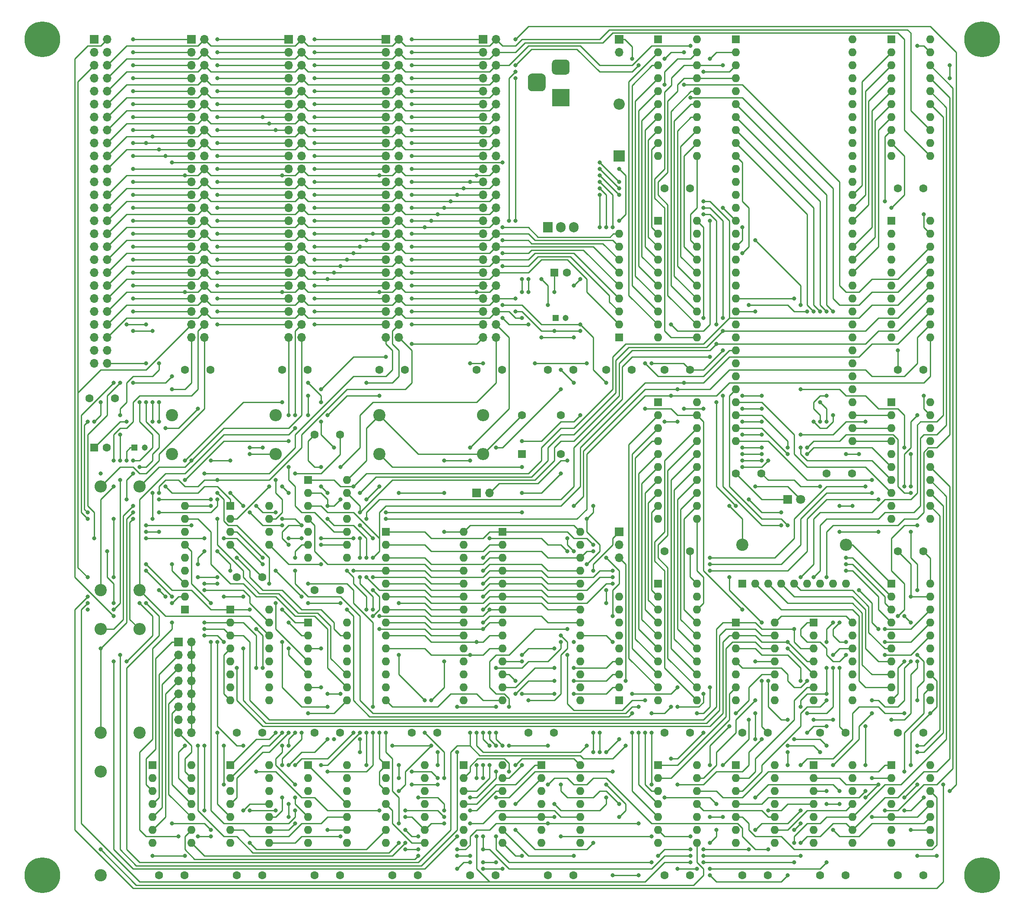
<source format=gbr>
%TF.GenerationSoftware,KiCad,Pcbnew,5.1.8*%
%TF.CreationDate,2021-02-03T00:48:34+03:00*%
%TF.ProjectId,motherboard,6d6f7468-6572-4626-9f61-72642e6b6963,rev?*%
%TF.SameCoordinates,Original*%
%TF.FileFunction,Copper,L1,Top*%
%TF.FilePolarity,Positive*%
%FSLAX46Y46*%
G04 Gerber Fmt 4.6, Leading zero omitted, Abs format (unit mm)*
G04 Created by KiCad (PCBNEW 5.1.8) date 2021-02-03 00:48:34*
%MOMM*%
%LPD*%
G01*
G04 APERTURE LIST*
%TA.AperFunction,ComponentPad*%
%ADD10C,7.000000*%
%TD*%
%TA.AperFunction,ComponentPad*%
%ADD11R,1.600000X1.600000*%
%TD*%
%TA.AperFunction,ComponentPad*%
%ADD12O,1.600000X1.600000*%
%TD*%
%TA.AperFunction,ComponentPad*%
%ADD13C,1.600000*%
%TD*%
%TA.AperFunction,ComponentPad*%
%ADD14C,1.200000*%
%TD*%
%TA.AperFunction,ComponentPad*%
%ADD15R,1.200000X1.200000*%
%TD*%
%TA.AperFunction,ComponentPad*%
%ADD16O,1.700000X1.700000*%
%TD*%
%TA.AperFunction,ComponentPad*%
%ADD17R,1.700000X1.700000*%
%TD*%
%TA.AperFunction,ComponentPad*%
%ADD18O,1.905000X2.000000*%
%TD*%
%TA.AperFunction,ComponentPad*%
%ADD19R,1.905000X2.000000*%
%TD*%
%TA.AperFunction,ComponentPad*%
%ADD20O,2.400000X2.400000*%
%TD*%
%TA.AperFunction,ComponentPad*%
%ADD21C,2.400000*%
%TD*%
%TA.AperFunction,ComponentPad*%
%ADD22R,3.500000X3.500000*%
%TD*%
%TA.AperFunction,ComponentPad*%
%ADD23C,1.800000*%
%TD*%
%TA.AperFunction,ComponentPad*%
%ADD24R,1.800000X1.800000*%
%TD*%
%TA.AperFunction,ComponentPad*%
%ADD25O,2.200000X2.200000*%
%TD*%
%TA.AperFunction,ComponentPad*%
%ADD26R,2.200000X2.200000*%
%TD*%
%TA.AperFunction,ViaPad*%
%ADD27C,0.800000*%
%TD*%
%TA.AperFunction,Conductor*%
%ADD28C,0.250000*%
%TD*%
G04 APERTURE END LIST*
D10*
%TO.P,HOLE4,1*%
%TO.N,Net-(HOLE4-Pad1)*%
X21590000Y-21590000D03*
%TD*%
%TO.P,HOLE3,1*%
%TO.N,Net-(HOLE3-Pad1)*%
X21590000Y-185420000D03*
%TD*%
%TO.P,HOLE2,1*%
%TO.N,Net-(HOLE2-Pad1)*%
X205740000Y-185420000D03*
%TD*%
%TO.P,HOLE1,1*%
%TO.N,Net-(HOLE1-Pad1)*%
X205740000Y-21590000D03*
%TD*%
D11*
%TO.P,U8,1*%
%TO.N,FC0*%
X172720000Y-135890000D03*
D12*
%TO.P,U8,8*%
%TO.N,Net-(U2-Pad3)*%
X180340000Y-151130000D03*
%TO.P,U8,2*%
%TO.N,FC1*%
X172720000Y-138430000D03*
%TO.P,U8,9*%
%TO.N,A19*%
X180340000Y-148590000D03*
%TO.P,U8,3*%
%TO.N,A22*%
X172720000Y-140970000D03*
%TO.P,U8,10*%
%TO.N,A18*%
X180340000Y-146050000D03*
%TO.P,U8,4*%
%TO.N,A21*%
X172720000Y-143510000D03*
%TO.P,U8,11*%
%TO.N,A17*%
X180340000Y-143510000D03*
%TO.P,U8,5*%
%TO.N,A20*%
X172720000Y-146050000D03*
%TO.P,U8,12*%
%TO.N,~VPA*%
X180340000Y-140970000D03*
%TO.P,U8,6*%
%TO.N,Net-(U2-Pad2)*%
X172720000Y-148590000D03*
%TO.P,U8,13*%
%TO.N,FC2*%
X180340000Y-138430000D03*
%TO.P,U8,7*%
%TO.N,GND*%
X172720000Y-151130000D03*
%TO.P,U8,14*%
%TO.N,VCC*%
X180340000Y-135890000D03*
%TD*%
D11*
%TO.P,U22,1*%
%TO.N,Net-(U22-Pad1)*%
X88900000Y-163830000D03*
D12*
%TO.P,U22,8*%
%TO.N,~RESET*%
X96520000Y-179070000D03*
%TO.P,U22,2*%
%TO.N,~HALT*%
X88900000Y-166370000D03*
%TO.P,U22,9*%
%TO.N,Net-(U22-Pad5)*%
X96520000Y-176530000D03*
%TO.P,U22,3*%
%TO.N,Net-(U22-Pad1)*%
X88900000Y-168910000D03*
%TO.P,U22,10*%
%TO.N,Net-(U22-Pad10)*%
X96520000Y-173990000D03*
%TO.P,U22,4*%
%TO.N,~RESET*%
X88900000Y-171450000D03*
%TO.P,U22,11*%
%TO.N,GND*%
X96520000Y-171450000D03*
%TO.P,U22,5*%
%TO.N,Net-(U22-Pad5)*%
X88900000Y-173990000D03*
%TO.P,U22,12*%
%TO.N,Net-(U22-Pad12)*%
X96520000Y-168910000D03*
%TO.P,U22,6*%
%TO.N,~HALT*%
X88900000Y-176530000D03*
%TO.P,U22,13*%
%TO.N,GND*%
X96520000Y-166370000D03*
%TO.P,U22,7*%
X88900000Y-179070000D03*
%TO.P,U22,14*%
%TO.N,VCC*%
X96520000Y-163830000D03*
%TD*%
D11*
%TO.P,U7,1*%
%TO.N,R\u005C~W*%
X104140000Y-163830000D03*
D12*
%TO.P,U7,8*%
%TO.N,~ROM_SEL_L*%
X111760000Y-179070000D03*
%TO.P,U7,2*%
%TO.N,~R~\u005CW*%
X104140000Y-166370000D03*
%TO.P,U7,9*%
%TO.N,Net-(U13-Pad6)*%
X111760000Y-176530000D03*
%TO.P,U7,3*%
%TO.N,~AS*%
X104140000Y-168910000D03*
%TO.P,U7,10*%
%TO.N,~ROM_SEL_U*%
X111760000Y-173990000D03*
%TO.P,U7,4*%
%TO.N,Net-(U3-Pad1)*%
X104140000Y-171450000D03*
%TO.P,U7,11*%
%TO.N,Net-(U13-Pad8)*%
X111760000Y-171450000D03*
%TO.P,U7,5*%
%TO.N,ROM_DTACK*%
X104140000Y-173990000D03*
%TO.P,U7,12*%
%TO.N,~CLK*%
X111760000Y-168910000D03*
%TO.P,U7,6*%
%TO.N,~ROM_DTACK*%
X104140000Y-176530000D03*
%TO.P,U7,13*%
%TO.N,CLK*%
X111760000Y-166370000D03*
%TO.P,U7,7*%
%TO.N,GND*%
X104140000Y-179070000D03*
%TO.P,U7,14*%
%TO.N,VCC*%
X111760000Y-163830000D03*
%TD*%
D11*
%TO.P,U23,1*%
%TO.N,A20*%
X58420000Y-133350000D03*
D12*
%TO.P,U23,9*%
%TO.N,~DEV6_SEL*%
X66040000Y-151130000D03*
%TO.P,U23,2*%
%TO.N,A21*%
X58420000Y-135890000D03*
%TO.P,U23,10*%
%TO.N,~DEV5_SEL*%
X66040000Y-148590000D03*
%TO.P,U23,3*%
%TO.N,A22*%
X58420000Y-138430000D03*
%TO.P,U23,11*%
%TO.N,~DEV4_SEL*%
X66040000Y-146050000D03*
%TO.P,U23,4*%
%TO.N,GND*%
X58420000Y-140970000D03*
%TO.P,U23,12*%
%TO.N,~DEV3_SEL*%
X66040000Y-143510000D03*
%TO.P,U23,5*%
%TO.N,~VADDR*%
X58420000Y-143510000D03*
%TO.P,U23,13*%
%TO.N,~DEV2_SEL*%
X66040000Y-140970000D03*
%TO.P,U23,6*%
%TO.N,A23*%
X58420000Y-146050000D03*
%TO.P,U23,14*%
%TO.N,~DEV1_SEL*%
X66040000Y-138430000D03*
%TO.P,U23,7*%
%TO.N,~DEV7_SEL*%
X58420000Y-148590000D03*
%TO.P,U23,15*%
%TO.N,~DEV0_SEL*%
X66040000Y-135890000D03*
%TO.P,U23,8*%
%TO.N,GND*%
X58420000Y-151130000D03*
%TO.P,U23,16*%
%TO.N,VCC*%
X66040000Y-133350000D03*
%TD*%
D11*
%TO.P,U1,1*%
%TO.N,D4_68*%
X157480000Y-21590000D03*
D12*
%TO.P,U1,33*%
%TO.N,A5_68*%
X180340000Y-100330000D03*
%TO.P,U1,2*%
%TO.N,D3_68*%
X157480000Y-24130000D03*
%TO.P,U1,34*%
%TO.N,A6_68*%
X180340000Y-97790000D03*
%TO.P,U1,3*%
%TO.N,D2_68*%
X157480000Y-26670000D03*
%TO.P,U1,35*%
%TO.N,A7_68*%
X180340000Y-95250000D03*
%TO.P,U1,4*%
%TO.N,D1_68*%
X157480000Y-29210000D03*
%TO.P,U1,36*%
%TO.N,A8_68*%
X180340000Y-92710000D03*
%TO.P,U1,5*%
%TO.N,D0_68*%
X157480000Y-31750000D03*
%TO.P,U1,37*%
%TO.N,A9_68*%
X180340000Y-90170000D03*
%TO.P,U1,6*%
%TO.N,~AS_68*%
X157480000Y-34290000D03*
%TO.P,U1,38*%
%TO.N,A10_68*%
X180340000Y-87630000D03*
%TO.P,U1,7*%
%TO.N,~UDS_68*%
X157480000Y-36830000D03*
%TO.P,U1,39*%
%TO.N,A11_68*%
X180340000Y-85090000D03*
%TO.P,U1,8*%
%TO.N,~LDS_68*%
X157480000Y-39370000D03*
%TO.P,U1,40*%
%TO.N,A12_68*%
X180340000Y-82550000D03*
%TO.P,U1,9*%
%TO.N,R\u005C~W~_68*%
X157480000Y-41910000D03*
%TO.P,U1,41*%
%TO.N,A13_68*%
X180340000Y-80010000D03*
%TO.P,U1,10*%
%TO.N,~DTACK*%
X157480000Y-44450000D03*
%TO.P,U1,42*%
%TO.N,A14_68*%
X180340000Y-77470000D03*
%TO.P,U1,11*%
%TO.N,Net-(U1-Pad11)*%
X157480000Y-46990000D03*
%TO.P,U1,43*%
%TO.N,A15_68*%
X180340000Y-74930000D03*
%TO.P,U1,12*%
%TO.N,VCC*%
X157480000Y-49530000D03*
%TO.P,U1,44*%
%TO.N,A16_68*%
X180340000Y-72390000D03*
%TO.P,U1,13*%
%TO.N,VCC*%
X157480000Y-52070000D03*
%TO.P,U1,45*%
%TO.N,A17_68*%
X180340000Y-69850000D03*
%TO.P,U1,14*%
%TO.N,VCC*%
X157480000Y-54610000D03*
%TO.P,U1,46*%
%TO.N,A18_68*%
X180340000Y-67310000D03*
%TO.P,U1,15*%
%TO.N,CLK*%
X157480000Y-57150000D03*
%TO.P,U1,47*%
%TO.N,A19_68*%
X180340000Y-64770000D03*
%TO.P,U1,16*%
%TO.N,GND*%
X157480000Y-59690000D03*
%TO.P,U1,48*%
%TO.N,A20_68*%
X180340000Y-62230000D03*
%TO.P,U1,17*%
%TO.N,~HALT*%
X157480000Y-62230000D03*
%TO.P,U1,49*%
%TO.N,VCC*%
X180340000Y-59690000D03*
%TO.P,U1,18*%
%TO.N,~RESET*%
X157480000Y-64770000D03*
%TO.P,U1,50*%
%TO.N,A21_68*%
X180340000Y-57150000D03*
%TO.P,U1,19*%
%TO.N,Net-(U1-Pad19)*%
X157480000Y-67310000D03*
%TO.P,U1,51*%
%TO.N,A22_68*%
X180340000Y-54610000D03*
%TO.P,U1,20*%
%TO.N,Net-(U1-Pad20)*%
X157480000Y-69850000D03*
%TO.P,U1,52*%
%TO.N,A23_68*%
X180340000Y-52070000D03*
%TO.P,U1,21*%
%TO.N,~VPA*%
X157480000Y-72390000D03*
%TO.P,U1,53*%
%TO.N,GND*%
X180340000Y-49530000D03*
%TO.P,U1,22*%
%TO.N,VCC*%
X157480000Y-74930000D03*
%TO.P,U1,54*%
%TO.N,D15_68*%
X180340000Y-46990000D03*
%TO.P,U1,23*%
%TO.N,VCC*%
X157480000Y-77470000D03*
%TO.P,U1,55*%
%TO.N,D14_68*%
X180340000Y-44450000D03*
%TO.P,U1,24*%
%TO.N,VCC*%
X157480000Y-80010000D03*
%TO.P,U1,56*%
%TO.N,D13_68*%
X180340000Y-41910000D03*
%TO.P,U1,25*%
%TO.N,~IPL0*%
X157480000Y-82550000D03*
%TO.P,U1,57*%
%TO.N,D12_68*%
X180340000Y-39370000D03*
%TO.P,U1,26*%
%TO.N,FC2_68*%
X157480000Y-85090000D03*
%TO.P,U1,58*%
%TO.N,D11_68*%
X180340000Y-36830000D03*
%TO.P,U1,27*%
%TO.N,FC1_68*%
X157480000Y-87630000D03*
%TO.P,U1,59*%
%TO.N,D10_68*%
X180340000Y-34290000D03*
%TO.P,U1,28*%
%TO.N,FC0_68*%
X157480000Y-90170000D03*
%TO.P,U1,60*%
%TO.N,D9_68*%
X180340000Y-31750000D03*
%TO.P,U1,29*%
%TO.N,A1_68*%
X157480000Y-92710000D03*
%TO.P,U1,61*%
%TO.N,D8_68*%
X180340000Y-29210000D03*
%TO.P,U1,30*%
%TO.N,A2_68*%
X157480000Y-95250000D03*
%TO.P,U1,62*%
%TO.N,D7_68*%
X180340000Y-26670000D03*
%TO.P,U1,31*%
%TO.N,A3_68*%
X157480000Y-97790000D03*
%TO.P,U1,63*%
%TO.N,D6_68*%
X180340000Y-24130000D03*
%TO.P,U1,32*%
%TO.N,A4_68*%
X157480000Y-100330000D03*
%TO.P,U1,64*%
%TO.N,D5_68*%
X180340000Y-21590000D03*
%TD*%
%TO.P,U16,28*%
%TO.N,VCC*%
X127000000Y-118110000D03*
%TO.P,U16,14*%
%TO.N,GND*%
X111760000Y-151130000D03*
%TO.P,U16,27*%
%TO.N,VCC*%
X127000000Y-120650000D03*
%TO.P,U16,13*%
%TO.N,D10*%
X111760000Y-148590000D03*
%TO.P,U16,26*%
%TO.N,A14*%
X127000000Y-123190000D03*
%TO.P,U16,12*%
%TO.N,D9*%
X111760000Y-146050000D03*
%TO.P,U16,25*%
%TO.N,A9*%
X127000000Y-125730000D03*
%TO.P,U16,11*%
%TO.N,D8*%
X111760000Y-143510000D03*
%TO.P,U16,24*%
%TO.N,A10*%
X127000000Y-128270000D03*
%TO.P,U16,10*%
%TO.N,A1*%
X111760000Y-140970000D03*
%TO.P,U16,23*%
%TO.N,A12*%
X127000000Y-130810000D03*
%TO.P,U16,9*%
%TO.N,A2*%
X111760000Y-138430000D03*
%TO.P,U16,22*%
%TO.N,~R~\u005CW*%
X127000000Y-133350000D03*
%TO.P,U16,8*%
%TO.N,A3*%
X111760000Y-135890000D03*
%TO.P,U16,21*%
%TO.N,A11*%
X127000000Y-135890000D03*
%TO.P,U16,7*%
%TO.N,A4*%
X111760000Y-133350000D03*
%TO.P,U16,20*%
%TO.N,~ROM_SEL_U*%
X127000000Y-138430000D03*
%TO.P,U16,6*%
%TO.N,A5*%
X111760000Y-130810000D03*
%TO.P,U16,19*%
%TO.N,D15*%
X127000000Y-140970000D03*
%TO.P,U16,5*%
%TO.N,A6*%
X111760000Y-128270000D03*
%TO.P,U16,18*%
%TO.N,D14*%
X127000000Y-143510000D03*
%TO.P,U16,4*%
%TO.N,A7*%
X111760000Y-125730000D03*
%TO.P,U16,17*%
%TO.N,D13*%
X127000000Y-146050000D03*
%TO.P,U16,3*%
%TO.N,A8*%
X111760000Y-123190000D03*
%TO.P,U16,16*%
%TO.N,D12*%
X127000000Y-148590000D03*
%TO.P,U16,2*%
%TO.N,A13*%
X111760000Y-120650000D03*
%TO.P,U16,15*%
%TO.N,D11*%
X127000000Y-151130000D03*
D11*
%TO.P,U16,1*%
%TO.N,A15*%
X111760000Y-118110000D03*
%TD*%
%TO.P,U17,1*%
%TO.N,~DEV0_DTACK*%
X73660000Y-135890000D03*
D12*
%TO.P,U17,8*%
%TO.N,Net-(U17-Pad8)*%
X81280000Y-151130000D03*
%TO.P,U17,2*%
%TO.N,~DEV1_DTACK*%
X73660000Y-138430000D03*
%TO.P,U17,9*%
%TO.N,~DEV2_IRQ*%
X81280000Y-148590000D03*
%TO.P,U17,3*%
%TO.N,Net-(U17-Pad3)*%
X73660000Y-140970000D03*
%TO.P,U17,10*%
%TO.N,~DEV3_IRQ*%
X81280000Y-146050000D03*
%TO.P,U17,4*%
%TO.N,~DEV2_DTACK*%
X73660000Y-143510000D03*
%TO.P,U17,11*%
%TO.N,Net-(U17-Pad11)*%
X81280000Y-143510000D03*
%TO.P,U17,5*%
%TO.N,~DEV3_DTACK*%
X73660000Y-146050000D03*
%TO.P,U17,12*%
%TO.N,~ROM_DTACK*%
X81280000Y-140970000D03*
%TO.P,U17,6*%
%TO.N,Net-(U17-Pad6)*%
X73660000Y-148590000D03*
%TO.P,U17,13*%
%TO.N,~RAM_DTACK*%
X81280000Y-138430000D03*
%TO.P,U17,7*%
%TO.N,GND*%
X73660000Y-151130000D03*
%TO.P,U17,14*%
%TO.N,VCC*%
X81280000Y-135890000D03*
%TD*%
%TO.P,U15,20*%
%TO.N,VCC*%
X149860000Y-92710000D03*
%TO.P,U15,10*%
%TO.N,GND*%
X142240000Y-115570000D03*
%TO.P,U15,19*%
%TO.N,R\u005C~W*%
X149860000Y-95250000D03*
%TO.P,U15,9*%
%TO.N,D15*%
X142240000Y-113030000D03*
%TO.P,U15,18*%
%TO.N,D8_68*%
X149860000Y-97790000D03*
%TO.P,U15,8*%
%TO.N,D14*%
X142240000Y-110490000D03*
%TO.P,U15,17*%
%TO.N,D9_68*%
X149860000Y-100330000D03*
%TO.P,U15,7*%
%TO.N,D13*%
X142240000Y-107950000D03*
%TO.P,U15,16*%
%TO.N,D10_68*%
X149860000Y-102870000D03*
%TO.P,U15,6*%
%TO.N,D12*%
X142240000Y-105410000D03*
%TO.P,U15,15*%
%TO.N,D11_68*%
X149860000Y-105410000D03*
%TO.P,U15,5*%
%TO.N,D11*%
X142240000Y-102870000D03*
%TO.P,U15,14*%
%TO.N,D12_68*%
X149860000Y-107950000D03*
%TO.P,U15,4*%
%TO.N,D10*%
X142240000Y-100330000D03*
%TO.P,U15,13*%
%TO.N,D13_68*%
X149860000Y-110490000D03*
%TO.P,U15,3*%
%TO.N,D9*%
X142240000Y-97790000D03*
%TO.P,U15,12*%
%TO.N,D14_68*%
X149860000Y-113030000D03*
%TO.P,U15,2*%
%TO.N,D8*%
X142240000Y-95250000D03*
%TO.P,U15,11*%
%TO.N,D15_68*%
X149860000Y-115570000D03*
D11*
%TO.P,U15,1*%
%TO.N,GND*%
X142240000Y-92710000D03*
%TD*%
D12*
%TO.P,U14,20*%
%TO.N,VCC*%
X195580000Y-57150000D03*
%TO.P,U14,10*%
%TO.N,GND*%
X187960000Y-80010000D03*
%TO.P,U14,19*%
X195580000Y-59690000D03*
%TO.P,U14,9*%
%TO.N,A8_68*%
X187960000Y-77470000D03*
%TO.P,U14,18*%
%TO.N,A15*%
X195580000Y-62230000D03*
%TO.P,U14,8*%
%TO.N,A9_68*%
X187960000Y-74930000D03*
%TO.P,U14,17*%
%TO.N,A14*%
X195580000Y-64770000D03*
%TO.P,U14,7*%
%TO.N,A10_68*%
X187960000Y-72390000D03*
%TO.P,U14,16*%
%TO.N,A13*%
X195580000Y-67310000D03*
%TO.P,U14,6*%
%TO.N,A11_68*%
X187960000Y-69850000D03*
%TO.P,U14,15*%
%TO.N,A12*%
X195580000Y-69850000D03*
%TO.P,U14,5*%
%TO.N,A12_68*%
X187960000Y-67310000D03*
%TO.P,U14,14*%
%TO.N,A11*%
X195580000Y-72390000D03*
%TO.P,U14,4*%
%TO.N,A13_68*%
X187960000Y-64770000D03*
%TO.P,U14,13*%
%TO.N,A10*%
X195580000Y-74930000D03*
%TO.P,U14,3*%
%TO.N,A14_68*%
X187960000Y-62230000D03*
%TO.P,U14,12*%
%TO.N,A9*%
X195580000Y-77470000D03*
%TO.P,U14,2*%
%TO.N,A15_68*%
X187960000Y-59690000D03*
%TO.P,U14,11*%
%TO.N,A8*%
X195580000Y-80010000D03*
D11*
%TO.P,U14,1*%
%TO.N,VCC*%
X187960000Y-57150000D03*
%TD*%
%TO.P,U12,1*%
%TO.N,A13*%
X73660000Y-107950000D03*
D12*
%TO.P,U12,8*%
%TO.N,Net-(U12-Pad8)*%
X81280000Y-123190000D03*
%TO.P,U12,2*%
%TO.N,A12*%
X73660000Y-110490000D03*
%TO.P,U12,9*%
%TO.N,A7*%
X81280000Y-120650000D03*
%TO.P,U12,3*%
%TO.N,A10*%
X73660000Y-113030000D03*
%TO.P,U12,10*%
%TO.N,A6*%
X81280000Y-118110000D03*
%TO.P,U12,4*%
%TO.N,A9*%
X73660000Y-115570000D03*
%TO.P,U12,11*%
%TO.N,A5*%
X81280000Y-115570000D03*
%TO.P,U12,5*%
%TO.N,A8*%
X73660000Y-118110000D03*
%TO.P,U12,12*%
%TO.N,Net-(U12-Pad12)*%
X81280000Y-113030000D03*
%TO.P,U12,6*%
%TO.N,Net-(U12-Pad6)*%
X73660000Y-120650000D03*
%TO.P,U12,13*%
%TO.N,A11*%
X81280000Y-110490000D03*
%TO.P,U12,7*%
%TO.N,GND*%
X73660000Y-123190000D03*
%TO.P,U12,14*%
%TO.N,VCC*%
X81280000Y-107950000D03*
%TD*%
D11*
%TO.P,U11,1*%
%TO.N,A22*%
X157480000Y-135890000D03*
D12*
%TO.P,U11,8*%
%TO.N,Net-(U11-Pad8)*%
X165100000Y-151130000D03*
%TO.P,U11,2*%
%TO.N,A21*%
X157480000Y-138430000D03*
%TO.P,U11,9*%
%TO.N,A16*%
X165100000Y-148590000D03*
%TO.P,U11,3*%
%TO.N,A19*%
X157480000Y-140970000D03*
%TO.P,U11,10*%
%TO.N,A15*%
X165100000Y-146050000D03*
%TO.P,U11,4*%
%TO.N,A18*%
X157480000Y-143510000D03*
%TO.P,U11,11*%
%TO.N,A14*%
X165100000Y-143510000D03*
%TO.P,U11,5*%
%TO.N,A17*%
X157480000Y-146050000D03*
%TO.P,U11,12*%
%TO.N,Net-(U11-Pad12)*%
X165100000Y-140970000D03*
%TO.P,U11,6*%
%TO.N,Net-(U11-Pad6)*%
X157480000Y-148590000D03*
%TO.P,U11,13*%
%TO.N,A20*%
X165100000Y-138430000D03*
%TO.P,U11,7*%
%TO.N,GND*%
X157480000Y-151130000D03*
%TO.P,U11,14*%
%TO.N,VCC*%
X165100000Y-135890000D03*
%TD*%
%TO.P,U6,20*%
%TO.N,VCC*%
X149860000Y-21590000D03*
%TO.P,U6,10*%
%TO.N,GND*%
X142240000Y-44450000D03*
%TO.P,U6,19*%
%TO.N,R\u005C~W*%
X149860000Y-24130000D03*
%TO.P,U6,9*%
%TO.N,D7*%
X142240000Y-41910000D03*
%TO.P,U6,18*%
%TO.N,D0_68*%
X149860000Y-26670000D03*
%TO.P,U6,8*%
%TO.N,D6*%
X142240000Y-39370000D03*
%TO.P,U6,17*%
%TO.N,D1_68*%
X149860000Y-29210000D03*
%TO.P,U6,7*%
%TO.N,D5*%
X142240000Y-36830000D03*
%TO.P,U6,16*%
%TO.N,D2_68*%
X149860000Y-31750000D03*
%TO.P,U6,6*%
%TO.N,D4*%
X142240000Y-34290000D03*
%TO.P,U6,15*%
%TO.N,D3_68*%
X149860000Y-34290000D03*
%TO.P,U6,5*%
%TO.N,D3*%
X142240000Y-31750000D03*
%TO.P,U6,14*%
%TO.N,D4_68*%
X149860000Y-36830000D03*
%TO.P,U6,4*%
%TO.N,D2*%
X142240000Y-29210000D03*
%TO.P,U6,13*%
%TO.N,D5_68*%
X149860000Y-39370000D03*
%TO.P,U6,3*%
%TO.N,D1*%
X142240000Y-26670000D03*
%TO.P,U6,12*%
%TO.N,D6_68*%
X149860000Y-41910000D03*
%TO.P,U6,2*%
%TO.N,D0*%
X142240000Y-24130000D03*
%TO.P,U6,11*%
%TO.N,D7_68*%
X149860000Y-44450000D03*
D11*
%TO.P,U6,1*%
%TO.N,GND*%
X142240000Y-21590000D03*
%TD*%
D12*
%TO.P,U5,20*%
%TO.N,VCC*%
X195580000Y-92710000D03*
%TO.P,U5,10*%
%TO.N,GND*%
X187960000Y-115570000D03*
%TO.P,U5,19*%
X195580000Y-95250000D03*
%TO.P,U5,9*%
X187960000Y-113030000D03*
%TO.P,U5,18*%
%TO.N,A7*%
X195580000Y-97790000D03*
%TO.P,U5,8*%
%TO.N,A1_68*%
X187960000Y-110490000D03*
%TO.P,U5,17*%
%TO.N,A6*%
X195580000Y-100330000D03*
%TO.P,U5,7*%
%TO.N,A2_68*%
X187960000Y-107950000D03*
%TO.P,U5,16*%
%TO.N,A5*%
X195580000Y-102870000D03*
%TO.P,U5,6*%
%TO.N,A3_68*%
X187960000Y-105410000D03*
%TO.P,U5,15*%
%TO.N,A4*%
X195580000Y-105410000D03*
%TO.P,U5,5*%
%TO.N,A4_68*%
X187960000Y-102870000D03*
%TO.P,U5,14*%
%TO.N,A3*%
X195580000Y-107950000D03*
%TO.P,U5,4*%
%TO.N,A5_68*%
X187960000Y-100330000D03*
%TO.P,U5,13*%
%TO.N,A2*%
X195580000Y-110490000D03*
%TO.P,U5,3*%
%TO.N,A6_68*%
X187960000Y-97790000D03*
%TO.P,U5,12*%
%TO.N,A1*%
X195580000Y-113030000D03*
%TO.P,U5,2*%
%TO.N,A7_68*%
X187960000Y-95250000D03*
%TO.P,U5,11*%
%TO.N,Net-(U5-Pad11)*%
X195580000Y-115570000D03*
D11*
%TO.P,U5,1*%
%TO.N,VCC*%
X187960000Y-92710000D03*
%TD*%
D13*
%TO.P,C37,2*%
%TO.N,GND*%
X34250000Y-101600000D03*
D11*
%TO.P,C37,1*%
%TO.N,Net-(C37-Pad1)*%
X31750000Y-101600000D03*
%TD*%
D14*
%TO.P,C34,2*%
%TO.N,GND*%
X41656000Y-101600000D03*
D15*
%TO.P,C34,1*%
%TO.N,Net-(C34-Pad1)*%
X39656000Y-101600000D03*
%TD*%
D12*
%TO.P,U26,14*%
%TO.N,VCC*%
X50800000Y-163830000D03*
%TO.P,U26,7*%
%TO.N,GND*%
X43180000Y-179070000D03*
%TO.P,U26,13*%
%TO.N,Net-(J6-Pad15)*%
X50800000Y-166370000D03*
%TO.P,U26,6*%
%TO.N,Net-(J6-Pad7)*%
X43180000Y-176530000D03*
%TO.P,U26,12*%
%TO.N,Net-(J6-Pad13)*%
X50800000Y-168910000D03*
%TO.P,U26,5*%
%TO.N,Net-(J6-Pad5)*%
X43180000Y-173990000D03*
%TO.P,U26,11*%
%TO.N,Net-(J6-Pad11)*%
X50800000Y-171450000D03*
%TO.P,U26,4*%
%TO.N,Net-(J6-Pad3)*%
X43180000Y-171450000D03*
%TO.P,U26,10*%
%TO.N,Net-(J6-Pad9)*%
X50800000Y-173990000D03*
%TO.P,U26,3*%
%TO.N,Net-(J6-Pad1)*%
X43180000Y-168910000D03*
%TO.P,U26,9*%
%TO.N,ROM_RQ*%
X50800000Y-176530000D03*
%TO.P,U26,2*%
%TO.N,VCC*%
X43180000Y-166370000D03*
%TO.P,U26,8*%
%TO.N,~CLK*%
X50800000Y-179070000D03*
D11*
%TO.P,U26,1*%
%TO.N,VCC*%
X43180000Y-163830000D03*
%TD*%
D16*
%TO.P,J6,16*%
%TO.N,ROM_DTACK*%
X50800000Y-157480000D03*
%TO.P,J6,15*%
%TO.N,Net-(J6-Pad15)*%
X48260000Y-157480000D03*
%TO.P,J6,14*%
%TO.N,ROM_DTACK*%
X50800000Y-154940000D03*
%TO.P,J6,13*%
%TO.N,Net-(J6-Pad13)*%
X48260000Y-154940000D03*
%TO.P,J6,12*%
%TO.N,ROM_DTACK*%
X50800000Y-152400000D03*
%TO.P,J6,11*%
%TO.N,Net-(J6-Pad11)*%
X48260000Y-152400000D03*
%TO.P,J6,10*%
%TO.N,ROM_DTACK*%
X50800000Y-149860000D03*
%TO.P,J6,9*%
%TO.N,Net-(J6-Pad9)*%
X48260000Y-149860000D03*
%TO.P,J6,8*%
%TO.N,ROM_DTACK*%
X50800000Y-147320000D03*
%TO.P,J6,7*%
%TO.N,Net-(J6-Pad7)*%
X48260000Y-147320000D03*
%TO.P,J6,6*%
%TO.N,ROM_DTACK*%
X50800000Y-144780000D03*
%TO.P,J6,5*%
%TO.N,Net-(J6-Pad5)*%
X48260000Y-144780000D03*
%TO.P,J6,4*%
%TO.N,ROM_DTACK*%
X50800000Y-142240000D03*
%TO.P,J6,3*%
%TO.N,Net-(J6-Pad3)*%
X48260000Y-142240000D03*
%TO.P,J6,2*%
%TO.N,ROM_DTACK*%
X50800000Y-139700000D03*
D17*
%TO.P,J6,1*%
%TO.N,Net-(J6-Pad1)*%
X48260000Y-139700000D03*
%TD*%
%TO.P,J5,1*%
%TO.N,GND*%
X107950000Y-21590000D03*
D16*
%TO.P,J5,2*%
%TO.N,A18*%
X110490000Y-21590000D03*
%TO.P,J5,3*%
%TO.N,A17*%
X107950000Y-24130000D03*
%TO.P,J5,4*%
%TO.N,A16*%
X110490000Y-24130000D03*
%TO.P,J5,5*%
%TO.N,A15*%
X107950000Y-26670000D03*
%TO.P,J5,6*%
%TO.N,A14*%
X110490000Y-26670000D03*
%TO.P,J5,7*%
%TO.N,A13*%
X107950000Y-29210000D03*
%TO.P,J5,8*%
%TO.N,A12*%
X110490000Y-29210000D03*
%TO.P,J5,9*%
%TO.N,A11*%
X107950000Y-31750000D03*
%TO.P,J5,10*%
%TO.N,A10*%
X110490000Y-31750000D03*
%TO.P,J5,11*%
%TO.N,A9*%
X107950000Y-34290000D03*
%TO.P,J5,12*%
%TO.N,A8*%
X110490000Y-34290000D03*
%TO.P,J5,13*%
%TO.N,A7*%
X107950000Y-36830000D03*
%TO.P,J5,14*%
%TO.N,A6*%
X110490000Y-36830000D03*
%TO.P,J5,15*%
%TO.N,A5*%
X107950000Y-39370000D03*
%TO.P,J5,16*%
%TO.N,A4*%
X110490000Y-39370000D03*
%TO.P,J5,17*%
%TO.N,A3*%
X107950000Y-41910000D03*
%TO.P,J5,18*%
%TO.N,A2*%
X110490000Y-41910000D03*
%TO.P,J5,19*%
%TO.N,A1*%
X107950000Y-44450000D03*
%TO.P,J5,20*%
%TO.N,Net-(J5-Pad20)*%
X110490000Y-44450000D03*
%TO.P,J5,21*%
%TO.N,VCC*%
X107950000Y-46990000D03*
%TO.P,J5,22*%
%TO.N,GND*%
X110490000Y-46990000D03*
%TO.P,J5,23*%
%TO.N,D15*%
X107950000Y-49530000D03*
%TO.P,J5,24*%
%TO.N,D14*%
X110490000Y-49530000D03*
%TO.P,J5,25*%
%TO.N,D13*%
X107950000Y-52070000D03*
%TO.P,J5,26*%
%TO.N,D12*%
X110490000Y-52070000D03*
%TO.P,J5,27*%
%TO.N,D11*%
X107950000Y-54610000D03*
%TO.P,J5,28*%
%TO.N,D10*%
X110490000Y-54610000D03*
%TO.P,J5,29*%
%TO.N,D9*%
X107950000Y-57150000D03*
%TO.P,J5,30*%
%TO.N,D8*%
X110490000Y-57150000D03*
%TO.P,J5,31*%
%TO.N,D7*%
X107950000Y-59690000D03*
%TO.P,J5,32*%
%TO.N,D6*%
X110490000Y-59690000D03*
%TO.P,J5,33*%
%TO.N,D5*%
X107950000Y-62230000D03*
%TO.P,J5,34*%
%TO.N,D4*%
X110490000Y-62230000D03*
%TO.P,J5,35*%
%TO.N,D3*%
X107950000Y-64770000D03*
%TO.P,J5,36*%
%TO.N,D2*%
X110490000Y-64770000D03*
%TO.P,J5,37*%
%TO.N,D1*%
X107950000Y-67310000D03*
%TO.P,J5,38*%
%TO.N,D0*%
X110490000Y-67310000D03*
%TO.P,J5,39*%
%TO.N,VCC*%
X107950000Y-69850000D03*
%TO.P,J5,40*%
%TO.N,GND*%
X110490000Y-69850000D03*
%TO.P,J5,41*%
%TO.N,R\u005C~W*%
X107950000Y-72390000D03*
%TO.P,J5,42*%
%TO.N,CLK*%
X110490000Y-72390000D03*
%TO.P,J5,43*%
%TO.N,~UDS*%
X107950000Y-74930000D03*
%TO.P,J5,44*%
%TO.N,~LDS*%
X110490000Y-74930000D03*
%TO.P,J5,45*%
%TO.N,A19*%
X107950000Y-77470000D03*
%TO.P,J5,46*%
%TO.N,~DEV3_SEL*%
X110490000Y-77470000D03*
%TO.P,J5,47*%
%TO.N,~DEV3_IRQ*%
X107950000Y-80010000D03*
%TO.P,J5,48*%
%TO.N,~DEV3_DTACK*%
X110490000Y-80010000D03*
%TD*%
D11*
%TO.P,X1,1*%
%TO.N,Net-(X1-Pad1)*%
X115570000Y-102870000D03*
D13*
%TO.P,X1,8*%
%TO.N,VCC*%
X115570000Y-95250000D03*
%TO.P,X1,5*%
%TO.N,Net-(J10-Pad1)*%
X123190000Y-95250000D03*
%TO.P,X1,4*%
%TO.N,GND*%
X123190000Y-102870000D03*
%TD*%
D18*
%TO.P,U28,3*%
%TO.N,VCC*%
X125730000Y-58420000D03*
%TO.P,U28,2*%
%TO.N,GND*%
X123190000Y-58420000D03*
D19*
%TO.P,U28,1*%
%TO.N,Net-(C36-Pad1)*%
X120650000Y-58420000D03*
%TD*%
D12*
%TO.P,U27,8*%
%TO.N,VCC*%
X66040000Y-113030000D03*
%TO.P,U27,4*%
X58420000Y-120650000D03*
%TO.P,U27,7*%
%TO.N,Net-(C37-Pad1)*%
X66040000Y-115570000D03*
%TO.P,U27,3*%
%TO.N,Net-(U22-Pad1)*%
X58420000Y-118110000D03*
%TO.P,U27,6*%
%TO.N,Net-(C37-Pad1)*%
X66040000Y-118110000D03*
%TO.P,U27,2*%
%TO.N,Net-(C34-Pad1)*%
X58420000Y-115570000D03*
%TO.P,U27,5*%
%TO.N,Net-(C35-Pad1)*%
X66040000Y-120650000D03*
D11*
%TO.P,U27,1*%
%TO.N,GND*%
X58420000Y-113030000D03*
%TD*%
%TO.P,U25,1*%
%TO.N,VCC*%
X142240000Y-128270000D03*
D12*
%TO.P,U25,11*%
%TO.N,D8_68*%
X149860000Y-151130000D03*
%TO.P,U25,2*%
%TO.N,D15*%
X142240000Y-130810000D03*
%TO.P,U25,12*%
%TO.N,D9_68*%
X149860000Y-148590000D03*
%TO.P,U25,3*%
%TO.N,D14*%
X142240000Y-133350000D03*
%TO.P,U25,13*%
%TO.N,D10_68*%
X149860000Y-146050000D03*
%TO.P,U25,4*%
%TO.N,D13*%
X142240000Y-135890000D03*
%TO.P,U25,14*%
%TO.N,D11_68*%
X149860000Y-143510000D03*
%TO.P,U25,5*%
%TO.N,D12*%
X142240000Y-138430000D03*
%TO.P,U25,15*%
%TO.N,D12_68*%
X149860000Y-140970000D03*
%TO.P,U25,6*%
%TO.N,D11*%
X142240000Y-140970000D03*
%TO.P,U25,16*%
%TO.N,D13_68*%
X149860000Y-138430000D03*
%TO.P,U25,7*%
%TO.N,D10*%
X142240000Y-143510000D03*
%TO.P,U25,17*%
%TO.N,D14_68*%
X149860000Y-135890000D03*
%TO.P,U25,8*%
%TO.N,D9*%
X142240000Y-146050000D03*
%TO.P,U25,18*%
%TO.N,D15_68*%
X149860000Y-133350000D03*
%TO.P,U25,9*%
%TO.N,D8*%
X142240000Y-148590000D03*
%TO.P,U25,19*%
%TO.N,~RD_BYTE_U*%
X149860000Y-130810000D03*
%TO.P,U25,10*%
%TO.N,GND*%
X142240000Y-151130000D03*
%TO.P,U25,20*%
%TO.N,VCC*%
X149860000Y-128270000D03*
%TD*%
%TO.P,U24,20*%
%TO.N,VCC*%
X195580000Y-128270000D03*
%TO.P,U24,10*%
%TO.N,GND*%
X187960000Y-151130000D03*
%TO.P,U24,19*%
X195580000Y-130810000D03*
%TO.P,U24,9*%
%TO.N,~AS_68*%
X187960000Y-148590000D03*
%TO.P,U24,18*%
%TO.N,FC2*%
X195580000Y-133350000D03*
%TO.P,U24,8*%
%TO.N,~UDS_68*%
X187960000Y-146050000D03*
%TO.P,U24,17*%
%TO.N,FC1*%
X195580000Y-135890000D03*
%TO.P,U24,7*%
%TO.N,~LDS_68*%
X187960000Y-143510000D03*
%TO.P,U24,16*%
%TO.N,FC0*%
X195580000Y-138430000D03*
%TO.P,U24,6*%
%TO.N,R\u005C~W~_68*%
X187960000Y-140970000D03*
%TO.P,U24,15*%
%TO.N,Net-(U24-Pad15)*%
X195580000Y-140970000D03*
%TO.P,U24,5*%
%TO.N,GND*%
X187960000Y-138430000D03*
%TO.P,U24,14*%
%TO.N,R\u005C~W*%
X195580000Y-143510000D03*
%TO.P,U24,4*%
%TO.N,FC0_68*%
X187960000Y-135890000D03*
%TO.P,U24,13*%
%TO.N,~LDS*%
X195580000Y-146050000D03*
%TO.P,U24,3*%
%TO.N,FC1_68*%
X187960000Y-133350000D03*
%TO.P,U24,12*%
%TO.N,~UDS*%
X195580000Y-148590000D03*
%TO.P,U24,2*%
%TO.N,FC2_68*%
X187960000Y-130810000D03*
%TO.P,U24,11*%
%TO.N,~AS*%
X195580000Y-151130000D03*
D11*
%TO.P,U24,1*%
%TO.N,VCC*%
X187960000Y-128270000D03*
%TD*%
%TO.P,U21,1*%
%TO.N,VCC*%
X142240000Y-57150000D03*
D12*
%TO.P,U21,11*%
%TO.N,D0_68*%
X149860000Y-80010000D03*
%TO.P,U21,2*%
%TO.N,D7*%
X142240000Y-59690000D03*
%TO.P,U21,12*%
%TO.N,D1_68*%
X149860000Y-77470000D03*
%TO.P,U21,3*%
%TO.N,D6*%
X142240000Y-62230000D03*
%TO.P,U21,13*%
%TO.N,D2_68*%
X149860000Y-74930000D03*
%TO.P,U21,4*%
%TO.N,D5*%
X142240000Y-64770000D03*
%TO.P,U21,14*%
%TO.N,D3_68*%
X149860000Y-72390000D03*
%TO.P,U21,5*%
%TO.N,D4*%
X142240000Y-67310000D03*
%TO.P,U21,15*%
%TO.N,D4_68*%
X149860000Y-69850000D03*
%TO.P,U21,6*%
%TO.N,D3*%
X142240000Y-69850000D03*
%TO.P,U21,16*%
%TO.N,D5_68*%
X149860000Y-67310000D03*
%TO.P,U21,7*%
%TO.N,D2*%
X142240000Y-72390000D03*
%TO.P,U21,17*%
%TO.N,D6_68*%
X149860000Y-64770000D03*
%TO.P,U21,8*%
%TO.N,D1*%
X142240000Y-74930000D03*
%TO.P,U21,18*%
%TO.N,D7_68*%
X149860000Y-62230000D03*
%TO.P,U21,9*%
%TO.N,D0*%
X142240000Y-77470000D03*
%TO.P,U21,19*%
%TO.N,~RD_BYTE_L*%
X149860000Y-59690000D03*
%TO.P,U21,10*%
%TO.N,GND*%
X142240000Y-80010000D03*
%TO.P,U21,20*%
%TO.N,VCC*%
X149860000Y-57150000D03*
%TD*%
%TO.P,U20,20*%
%TO.N,VCC*%
X195580000Y-21590000D03*
%TO.P,U20,10*%
%TO.N,GND*%
X187960000Y-44450000D03*
%TO.P,U20,19*%
X195580000Y-24130000D03*
%TO.P,U20,9*%
%TO.N,A16_68*%
X187960000Y-41910000D03*
%TO.P,U20,18*%
%TO.N,A23*%
X195580000Y-26670000D03*
%TO.P,U20,8*%
%TO.N,A17_68*%
X187960000Y-39370000D03*
%TO.P,U20,17*%
%TO.N,A22*%
X195580000Y-29210000D03*
%TO.P,U20,7*%
%TO.N,A18_68*%
X187960000Y-36830000D03*
%TO.P,U20,16*%
%TO.N,A21*%
X195580000Y-31750000D03*
%TO.P,U20,6*%
%TO.N,A19_68*%
X187960000Y-34290000D03*
%TO.P,U20,15*%
%TO.N,A20*%
X195580000Y-34290000D03*
%TO.P,U20,5*%
%TO.N,A20_68*%
X187960000Y-31750000D03*
%TO.P,U20,14*%
%TO.N,A19*%
X195580000Y-36830000D03*
%TO.P,U20,4*%
%TO.N,A21_68*%
X187960000Y-29210000D03*
%TO.P,U20,13*%
%TO.N,A18*%
X195580000Y-39370000D03*
%TO.P,U20,3*%
%TO.N,A22_68*%
X187960000Y-26670000D03*
%TO.P,U20,12*%
%TO.N,A17*%
X195580000Y-41910000D03*
%TO.P,U20,2*%
%TO.N,A23_68*%
X187960000Y-24130000D03*
%TO.P,U20,11*%
%TO.N,A16*%
X195580000Y-44450000D03*
D11*
%TO.P,U20,1*%
%TO.N,VCC*%
X187960000Y-21590000D03*
%TD*%
%TO.P,U19,1*%
%TO.N,Net-(U19-Pad1)*%
X73660000Y-163830000D03*
D12*
%TO.P,U19,8*%
%TO.N,Net-(U19-Pad13)*%
X81280000Y-179070000D03*
%TO.P,U19,2*%
%TO.N,Net-(U17-Pad11)*%
X73660000Y-166370000D03*
%TO.P,U19,9*%
%TO.N,Net-(U18-Pad3)*%
X81280000Y-176530000D03*
%TO.P,U19,3*%
%TO.N,~DTACK*%
X73660000Y-168910000D03*
%TO.P,U19,10*%
%TO.N,Net-(U18-Pad6)*%
X81280000Y-173990000D03*
%TO.P,U19,4*%
%TO.N,~DEV0_IRQ*%
X73660000Y-171450000D03*
%TO.P,U19,11*%
%TO.N,Net-(U19-Pad1)*%
X81280000Y-171450000D03*
%TO.P,U19,5*%
%TO.N,~DEV1_IRQ*%
X73660000Y-173990000D03*
%TO.P,U19,12*%
%TO.N,Net-(U18-Pad8)*%
X81280000Y-168910000D03*
%TO.P,U19,6*%
%TO.N,Net-(U18-Pad12)*%
X73660000Y-176530000D03*
%TO.P,U19,13*%
%TO.N,Net-(U19-Pad13)*%
X81280000Y-166370000D03*
%TO.P,U19,7*%
%TO.N,GND*%
X73660000Y-179070000D03*
%TO.P,U19,14*%
%TO.N,VCC*%
X81280000Y-163830000D03*
%TD*%
D11*
%TO.P,U18,1*%
%TO.N,~DEV4_SEL*%
X58420000Y-163830000D03*
D12*
%TO.P,U18,8*%
%TO.N,Net-(U18-Pad8)*%
X66040000Y-179070000D03*
%TO.P,U18,2*%
%TO.N,~DEV5_SEL*%
X58420000Y-166370000D03*
%TO.P,U18,9*%
%TO.N,Net-(U17-Pad3)*%
X66040000Y-176530000D03*
%TO.P,U18,3*%
%TO.N,Net-(U18-Pad3)*%
X58420000Y-168910000D03*
%TO.P,U18,10*%
%TO.N,Net-(U17-Pad6)*%
X66040000Y-173990000D03*
%TO.P,U18,4*%
%TO.N,~DEV6_SEL*%
X58420000Y-171450000D03*
%TO.P,U18,11*%
%TO.N,~IPL0*%
X66040000Y-171450000D03*
%TO.P,U18,5*%
%TO.N,~DEV7_SEL*%
X58420000Y-173990000D03*
%TO.P,U18,12*%
%TO.N,Net-(U18-Pad12)*%
X66040000Y-168910000D03*
%TO.P,U18,6*%
%TO.N,Net-(U18-Pad6)*%
X58420000Y-176530000D03*
%TO.P,U18,13*%
%TO.N,Net-(U17-Pad8)*%
X66040000Y-166370000D03*
%TO.P,U18,7*%
%TO.N,GND*%
X58420000Y-179070000D03*
%TO.P,U18,14*%
%TO.N,VCC*%
X66040000Y-163830000D03*
%TD*%
D11*
%TO.P,U13,1*%
%TO.N,Net-(U13-Pad1)*%
X187960000Y-163830000D03*
D12*
%TO.P,U13,8*%
%TO.N,Net-(U13-Pad8)*%
X195580000Y-179070000D03*
%TO.P,U13,2*%
%TO.N,Net-(U13-Pad2)*%
X187960000Y-166370000D03*
%TO.P,U13,9*%
%TO.N,~ROM_ADDR*%
X195580000Y-176530000D03*
%TO.P,U13,3*%
X187960000Y-168910000D03*
%TO.P,U13,10*%
%TO.N,~UDS*%
X195580000Y-173990000D03*
%TO.P,U13,4*%
%TO.N,~LDS*%
X187960000Y-171450000D03*
%TO.P,U13,11*%
%TO.N,~MEM_SEL*%
X195580000Y-171450000D03*
%TO.P,U13,5*%
X187960000Y-173990000D03*
%TO.P,U13,12*%
%TO.N,RESV_ADDR*%
X195580000Y-168910000D03*
%TO.P,U13,6*%
%TO.N,Net-(U13-Pad6)*%
X187960000Y-176530000D03*
%TO.P,U13,13*%
%TO.N,Net-(U13-Pad13)*%
X195580000Y-166370000D03*
%TO.P,U13,7*%
%TO.N,GND*%
X187960000Y-179070000D03*
%TO.P,U13,14*%
%TO.N,VCC*%
X195580000Y-163830000D03*
%TD*%
%TO.P,U10,28*%
%TO.N,VCC*%
X104140000Y-118110000D03*
%TO.P,U10,14*%
%TO.N,GND*%
X88900000Y-151130000D03*
%TO.P,U10,27*%
%TO.N,VCC*%
X104140000Y-120650000D03*
%TO.P,U10,13*%
%TO.N,D2*%
X88900000Y-148590000D03*
%TO.P,U10,26*%
%TO.N,A14*%
X104140000Y-123190000D03*
%TO.P,U10,12*%
%TO.N,D1*%
X88900000Y-146050000D03*
%TO.P,U10,25*%
%TO.N,A9*%
X104140000Y-125730000D03*
%TO.P,U10,11*%
%TO.N,D0*%
X88900000Y-143510000D03*
%TO.P,U10,24*%
%TO.N,A10*%
X104140000Y-128270000D03*
%TO.P,U10,10*%
%TO.N,A1*%
X88900000Y-140970000D03*
%TO.P,U10,23*%
%TO.N,A12*%
X104140000Y-130810000D03*
%TO.P,U10,9*%
%TO.N,A2*%
X88900000Y-138430000D03*
%TO.P,U10,22*%
%TO.N,~R~\u005CW*%
X104140000Y-133350000D03*
%TO.P,U10,8*%
%TO.N,A3*%
X88900000Y-135890000D03*
%TO.P,U10,21*%
%TO.N,A11*%
X104140000Y-135890000D03*
%TO.P,U10,7*%
%TO.N,A4*%
X88900000Y-133350000D03*
%TO.P,U10,20*%
%TO.N,~ROM_SEL_L*%
X104140000Y-138430000D03*
%TO.P,U10,6*%
%TO.N,A5*%
X88900000Y-130810000D03*
%TO.P,U10,19*%
%TO.N,D7*%
X104140000Y-140970000D03*
%TO.P,U10,5*%
%TO.N,A6*%
X88900000Y-128270000D03*
%TO.P,U10,18*%
%TO.N,D6*%
X104140000Y-143510000D03*
%TO.P,U10,4*%
%TO.N,A7*%
X88900000Y-125730000D03*
%TO.P,U10,17*%
%TO.N,D5*%
X104140000Y-146050000D03*
%TO.P,U10,3*%
%TO.N,A8*%
X88900000Y-123190000D03*
%TO.P,U10,16*%
%TO.N,D4*%
X104140000Y-148590000D03*
%TO.P,U10,2*%
%TO.N,A13*%
X88900000Y-120650000D03*
%TO.P,U10,15*%
%TO.N,D3*%
X104140000Y-151130000D03*
D11*
%TO.P,U10,1*%
%TO.N,A15*%
X88900000Y-118110000D03*
%TD*%
%TO.P,U9,1*%
%TO.N,Net-(U11-Pad12)*%
X142240000Y-163830000D03*
D12*
%TO.P,U9,8*%
%TO.N,~RAM_SEL*%
X149860000Y-179070000D03*
%TO.P,U9,2*%
%TO.N,Net-(U11-Pad6)*%
X142240000Y-166370000D03*
%TO.P,U9,9*%
%TO.N,~ROM_ADDR*%
X149860000Y-176530000D03*
%TO.P,U9,3*%
%TO.N,Net-(U12-Pad12)*%
X142240000Y-168910000D03*
%TO.P,U9,10*%
%TO.N,VCC*%
X149860000Y-173990000D03*
%TO.P,U9,4*%
%TO.N,Net-(U12-Pad6)*%
X142240000Y-171450000D03*
%TO.P,U9,11*%
%TO.N,MEM_SEL*%
X149860000Y-171450000D03*
%TO.P,U9,5*%
%TO.N,Net-(U12-Pad8)*%
X142240000Y-173990000D03*
%TO.P,U9,12*%
%TO.N,Net-(U13-Pad1)*%
X149860000Y-168910000D03*
%TO.P,U9,6*%
%TO.N,Net-(U13-Pad2)*%
X142240000Y-176530000D03*
%TO.P,U9,13*%
%TO.N,Net-(U11-Pad8)*%
X149860000Y-166370000D03*
%TO.P,U9,7*%
%TO.N,GND*%
X142240000Y-179070000D03*
%TO.P,U9,14*%
%TO.N,VCC*%
X149860000Y-163830000D03*
%TD*%
D11*
%TO.P,U4,1*%
%TO.N,~R~\u005CW*%
X172720000Y-163830000D03*
D12*
%TO.P,U4,8*%
%TO.N,Net-(U13-Pad13)*%
X180340000Y-179070000D03*
%TO.P,U4,2*%
%TO.N,~LDS*%
X172720000Y-166370000D03*
%TO.P,U4,9*%
%TO.N,A4*%
X180340000Y-176530000D03*
%TO.P,U4,3*%
%TO.N,~RD_BYTE_L*%
X172720000Y-168910000D03*
%TO.P,U4,10*%
%TO.N,A3*%
X180340000Y-173990000D03*
%TO.P,U4,4*%
%TO.N,~R~\u005CW*%
X172720000Y-171450000D03*
%TO.P,U4,11*%
%TO.N,~MEM_SEL*%
X180340000Y-171450000D03*
%TO.P,U4,5*%
%TO.N,~UDS*%
X172720000Y-173990000D03*
%TO.P,U4,12*%
%TO.N,A23*%
X180340000Y-168910000D03*
%TO.P,U4,6*%
%TO.N,~RD_BYTE_U*%
X172720000Y-176530000D03*
%TO.P,U4,13*%
%TO.N,~VADDR*%
X180340000Y-166370000D03*
%TO.P,U4,7*%
%TO.N,GND*%
X172720000Y-179070000D03*
%TO.P,U4,14*%
%TO.N,VCC*%
X180340000Y-163830000D03*
%TD*%
D11*
%TO.P,U3,1*%
%TO.N,Net-(U3-Pad1)*%
X119380000Y-163830000D03*
D12*
%TO.P,U3,8*%
%TO.N,Net-(U3-Pad12)*%
X127000000Y-179070000D03*
%TO.P,U3,2*%
%TO.N,~VPA*%
X119380000Y-166370000D03*
%TO.P,U3,9*%
%TO.N,Net-(J7-Pad1)*%
X127000000Y-176530000D03*
%TO.P,U3,3*%
%TO.N,~VADDR*%
X119380000Y-168910000D03*
%TO.P,U3,10*%
%TO.N,Net-(U22-Pad5)*%
X127000000Y-173990000D03*
%TO.P,U3,4*%
%TO.N,~ROM_SEL_L*%
X119380000Y-171450000D03*
%TO.P,U3,11*%
%TO.N,Net-(U22-Pad5)*%
X127000000Y-171450000D03*
%TO.P,U3,5*%
%TO.N,~ROM_SEL_U*%
X119380000Y-173990000D03*
%TO.P,U3,12*%
%TO.N,Net-(U3-Pad12)*%
X127000000Y-168910000D03*
%TO.P,U3,6*%
%TO.N,ROM_RQ*%
X119380000Y-176530000D03*
%TO.P,U3,13*%
%TO.N,Net-(J7-Pad3)*%
X127000000Y-166370000D03*
%TO.P,U3,7*%
%TO.N,GND*%
X119380000Y-179070000D03*
%TO.P,U3,14*%
%TO.N,VCC*%
X127000000Y-163830000D03*
%TD*%
D11*
%TO.P,U2,1*%
%TO.N,HROM_ADDR*%
X157480000Y-163830000D03*
D12*
%TO.P,U2,8*%
%TO.N,~MEM_SEL*%
X165100000Y-179070000D03*
%TO.P,U2,2*%
%TO.N,Net-(U2-Pad2)*%
X157480000Y-166370000D03*
%TO.P,U2,9*%
%TO.N,~MEM_SEL*%
X165100000Y-176530000D03*
%TO.P,U2,3*%
%TO.N,Net-(U2-Pad3)*%
X157480000Y-168910000D03*
%TO.P,U2,10*%
%TO.N,MEM_SEL*%
X165100000Y-173990000D03*
%TO.P,U2,4*%
%TO.N,~ROM_ADDR*%
X157480000Y-171450000D03*
%TO.P,U2,11*%
%TO.N,GND*%
X165100000Y-171450000D03*
%TO.P,U2,5*%
%TO.N,RESV_ADDR*%
X157480000Y-173990000D03*
%TO.P,U2,12*%
%TO.N,GND*%
X165100000Y-168910000D03*
%TO.P,U2,6*%
%TO.N,HROM_ADDR*%
X157480000Y-176530000D03*
%TO.P,U2,13*%
%TO.N,Net-(U2-Pad13)*%
X165100000Y-166370000D03*
%TO.P,U2,7*%
%TO.N,GND*%
X157480000Y-179070000D03*
%TO.P,U2,14*%
%TO.N,VCC*%
X165100000Y-163830000D03*
%TD*%
D11*
%TO.P,RN4,1*%
%TO.N,VCC*%
X158750000Y-128270000D03*
D12*
%TO.P,RN4,2*%
%TO.N,~AS_68*%
X161290000Y-128270000D03*
%TO.P,RN4,3*%
%TO.N,~UDS_68*%
X163830000Y-128270000D03*
%TO.P,RN4,4*%
%TO.N,~LDS_68*%
X166370000Y-128270000D03*
%TO.P,RN4,5*%
%TO.N,R\u005C~W~_68*%
X168910000Y-128270000D03*
%TO.P,RN4,6*%
%TO.N,Net-(RN4-Pad6)*%
X171450000Y-128270000D03*
%TO.P,RN4,7*%
%TO.N,Net-(RN4-Pad7)*%
X173990000Y-128270000D03*
%TO.P,RN4,8*%
%TO.N,Net-(RN4-Pad8)*%
X176530000Y-128270000D03*
%TO.P,RN4,9*%
%TO.N,Net-(RN4-Pad9)*%
X179070000Y-128270000D03*
%TD*%
%TO.P,RN3,9*%
%TO.N,D15*%
X134620000Y-130810000D03*
%TO.P,RN3,8*%
%TO.N,D14*%
X134620000Y-133350000D03*
%TO.P,RN3,7*%
%TO.N,D13*%
X134620000Y-135890000D03*
%TO.P,RN3,6*%
%TO.N,D12*%
X134620000Y-138430000D03*
%TO.P,RN3,5*%
%TO.N,D11*%
X134620000Y-140970000D03*
%TO.P,RN3,4*%
%TO.N,D10*%
X134620000Y-143510000D03*
%TO.P,RN3,3*%
%TO.N,D9*%
X134620000Y-146050000D03*
%TO.P,RN3,2*%
%TO.N,D8*%
X134620000Y-148590000D03*
D11*
%TO.P,RN3,1*%
%TO.N,VCC*%
X134620000Y-151130000D03*
%TD*%
%TO.P,RN2,1*%
%TO.N,VCC*%
X49530000Y-133350000D03*
D12*
%TO.P,RN2,2*%
%TO.N,~HALT*%
X49530000Y-130810000D03*
%TO.P,RN2,3*%
%TO.N,~RESET*%
X49530000Y-128270000D03*
%TO.P,RN2,4*%
%TO.N,Net-(RN2-Pad4)*%
X49530000Y-125730000D03*
%TO.P,RN2,5*%
%TO.N,Net-(RN2-Pad5)*%
X49530000Y-123190000D03*
%TO.P,RN2,6*%
%TO.N,~DEV0_IRQ*%
X49530000Y-120650000D03*
%TO.P,RN2,7*%
%TO.N,~DEV1_IRQ*%
X49530000Y-118110000D03*
%TO.P,RN2,8*%
%TO.N,~DEV2_IRQ*%
X49530000Y-115570000D03*
%TO.P,RN2,9*%
%TO.N,~DEV3_IRQ*%
X49530000Y-113030000D03*
%TD*%
%TO.P,RN1,9*%
%TO.N,D7*%
X134620000Y-59690000D03*
%TO.P,RN1,8*%
%TO.N,D6*%
X134620000Y-62230000D03*
%TO.P,RN1,7*%
%TO.N,D5*%
X134620000Y-64770000D03*
%TO.P,RN1,6*%
%TO.N,D4*%
X134620000Y-67310000D03*
%TO.P,RN1,5*%
%TO.N,D3*%
X134620000Y-69850000D03*
%TO.P,RN1,4*%
%TO.N,D2*%
X134620000Y-72390000D03*
%TO.P,RN1,3*%
%TO.N,D1*%
X134620000Y-74930000D03*
%TO.P,RN1,2*%
%TO.N,D0*%
X134620000Y-77470000D03*
D11*
%TO.P,RN1,1*%
%TO.N,VCC*%
X134620000Y-80010000D03*
%TD*%
D20*
%TO.P,R10,2*%
%TO.N,VCC*%
X179070000Y-120650000D03*
D21*
%TO.P,R10,1*%
%TO.N,Net-(D2-Pad2)*%
X158750000Y-120650000D03*
%TD*%
D20*
%TO.P,R9,2*%
%TO.N,Net-(C37-Pad1)*%
X67310000Y-102870000D03*
D21*
%TO.P,R9,1*%
%TO.N,VCC*%
X46990000Y-102870000D03*
%TD*%
D20*
%TO.P,R8,2*%
%TO.N,VCC*%
X107950000Y-102870000D03*
D21*
%TO.P,R8,1*%
%TO.N,Net-(J7-Pad3)*%
X87630000Y-102870000D03*
%TD*%
D20*
%TO.P,R7,2*%
%TO.N,Net-(J7-Pad1)*%
X107950000Y-95250000D03*
D21*
%TO.P,R7,1*%
%TO.N,VCC*%
X87630000Y-95250000D03*
%TD*%
D20*
%TO.P,R6,2*%
%TO.N,Net-(C34-Pad1)*%
X67310000Y-95250000D03*
D21*
%TO.P,R6,1*%
%TO.N,VCC*%
X46990000Y-95250000D03*
%TD*%
D20*
%TO.P,R5,2*%
%TO.N,~DEV3_DTACK*%
X40640000Y-137160000D03*
D21*
%TO.P,R5,1*%
%TO.N,~DEV3_SEL*%
X40640000Y-157480000D03*
%TD*%
D20*
%TO.P,R4,2*%
%TO.N,~DEV2_DTACK*%
X33020000Y-137160000D03*
D21*
%TO.P,R4,1*%
%TO.N,~DEV2_SEL*%
X33020000Y-157480000D03*
%TD*%
D20*
%TO.P,R3,2*%
%TO.N,~DEV1_DTACK*%
X40640000Y-109220000D03*
D21*
%TO.P,R3,1*%
%TO.N,~DEV1_SEL*%
X40640000Y-129540000D03*
%TD*%
D20*
%TO.P,R2,2*%
%TO.N,~DEV0_DTACK*%
X33020000Y-109220000D03*
D21*
%TO.P,R2,1*%
%TO.N,~DEV0_SEL*%
X33020000Y-129540000D03*
%TD*%
D20*
%TO.P,R1,2*%
%TO.N,~RAM_DTACK*%
X33020000Y-165100000D03*
D21*
%TO.P,R1,1*%
%TO.N,~RAM_SEL*%
X33020000Y-185420000D03*
%TD*%
D16*
%TO.P,J10,2*%
%TO.N,CLK*%
X109220000Y-110490000D03*
D17*
%TO.P,J10,1*%
%TO.N,Net-(J10-Pad1)*%
X106680000Y-110490000D03*
%TD*%
D16*
%TO.P,J9,2*%
%TO.N,GND*%
X134620000Y-24130000D03*
D17*
%TO.P,J9,1*%
%TO.N,Net-(D1-Pad2)*%
X134620000Y-21590000D03*
%TD*%
D22*
%TO.P,J8,1*%
%TO.N,Net-(D1-Pad2)*%
X123190000Y-33020000D03*
%TO.P,J8,2*%
%TO.N,GND*%
%TA.AperFunction,ComponentPad*%
G36*
G01*
X122190000Y-25520000D02*
X124190000Y-25520000D01*
G75*
G02*
X124940000Y-26270000I0J-750000D01*
G01*
X124940000Y-27770000D01*
G75*
G02*
X124190000Y-28520000I-750000J0D01*
G01*
X122190000Y-28520000D01*
G75*
G02*
X121440000Y-27770000I0J750000D01*
G01*
X121440000Y-26270000D01*
G75*
G02*
X122190000Y-25520000I750000J0D01*
G01*
G37*
%TD.AperFunction*%
%TO.P,J8,3*%
%TO.N,Net-(J8-Pad3)*%
%TA.AperFunction,ComponentPad*%
G36*
G01*
X117615000Y-28270000D02*
X119365000Y-28270000D01*
G75*
G02*
X120240000Y-29145000I0J-875000D01*
G01*
X120240000Y-30895000D01*
G75*
G02*
X119365000Y-31770000I-875000J0D01*
G01*
X117615000Y-31770000D01*
G75*
G02*
X116740000Y-30895000I0J875000D01*
G01*
X116740000Y-29145000D01*
G75*
G02*
X117615000Y-28270000I875000J0D01*
G01*
G37*
%TD.AperFunction*%
%TD*%
D16*
%TO.P,J7,3*%
%TO.N,Net-(J7-Pad3)*%
X134620000Y-123190000D03*
%TO.P,J7,2*%
%TO.N,GND*%
X134620000Y-120650000D03*
D17*
%TO.P,J7,1*%
%TO.N,Net-(J7-Pad1)*%
X134620000Y-118110000D03*
%TD*%
%TO.P,J4,1*%
%TO.N,GND*%
X88900000Y-21590000D03*
D16*
%TO.P,J4,2*%
%TO.N,A18*%
X91440000Y-21590000D03*
%TO.P,J4,3*%
%TO.N,A17*%
X88900000Y-24130000D03*
%TO.P,J4,4*%
%TO.N,A16*%
X91440000Y-24130000D03*
%TO.P,J4,5*%
%TO.N,A15*%
X88900000Y-26670000D03*
%TO.P,J4,6*%
%TO.N,A14*%
X91440000Y-26670000D03*
%TO.P,J4,7*%
%TO.N,A13*%
X88900000Y-29210000D03*
%TO.P,J4,8*%
%TO.N,A12*%
X91440000Y-29210000D03*
%TO.P,J4,9*%
%TO.N,A11*%
X88900000Y-31750000D03*
%TO.P,J4,10*%
%TO.N,A10*%
X91440000Y-31750000D03*
%TO.P,J4,11*%
%TO.N,A9*%
X88900000Y-34290000D03*
%TO.P,J4,12*%
%TO.N,A8*%
X91440000Y-34290000D03*
%TO.P,J4,13*%
%TO.N,A7*%
X88900000Y-36830000D03*
%TO.P,J4,14*%
%TO.N,A6*%
X91440000Y-36830000D03*
%TO.P,J4,15*%
%TO.N,A5*%
X88900000Y-39370000D03*
%TO.P,J4,16*%
%TO.N,A4*%
X91440000Y-39370000D03*
%TO.P,J4,17*%
%TO.N,A3*%
X88900000Y-41910000D03*
%TO.P,J4,18*%
%TO.N,A2*%
X91440000Y-41910000D03*
%TO.P,J4,19*%
%TO.N,A1*%
X88900000Y-44450000D03*
%TO.P,J4,20*%
%TO.N,Net-(J4-Pad20)*%
X91440000Y-44450000D03*
%TO.P,J4,21*%
%TO.N,VCC*%
X88900000Y-46990000D03*
%TO.P,J4,22*%
%TO.N,GND*%
X91440000Y-46990000D03*
%TO.P,J4,23*%
%TO.N,D15*%
X88900000Y-49530000D03*
%TO.P,J4,24*%
%TO.N,D14*%
X91440000Y-49530000D03*
%TO.P,J4,25*%
%TO.N,D13*%
X88900000Y-52070000D03*
%TO.P,J4,26*%
%TO.N,D12*%
X91440000Y-52070000D03*
%TO.P,J4,27*%
%TO.N,D11*%
X88900000Y-54610000D03*
%TO.P,J4,28*%
%TO.N,D10*%
X91440000Y-54610000D03*
%TO.P,J4,29*%
%TO.N,D9*%
X88900000Y-57150000D03*
%TO.P,J4,30*%
%TO.N,D8*%
X91440000Y-57150000D03*
%TO.P,J4,31*%
%TO.N,D7*%
X88900000Y-59690000D03*
%TO.P,J4,32*%
%TO.N,D6*%
X91440000Y-59690000D03*
%TO.P,J4,33*%
%TO.N,D5*%
X88900000Y-62230000D03*
%TO.P,J4,34*%
%TO.N,D4*%
X91440000Y-62230000D03*
%TO.P,J4,35*%
%TO.N,D3*%
X88900000Y-64770000D03*
%TO.P,J4,36*%
%TO.N,D2*%
X91440000Y-64770000D03*
%TO.P,J4,37*%
%TO.N,D1*%
X88900000Y-67310000D03*
%TO.P,J4,38*%
%TO.N,D0*%
X91440000Y-67310000D03*
%TO.P,J4,39*%
%TO.N,VCC*%
X88900000Y-69850000D03*
%TO.P,J4,40*%
%TO.N,GND*%
X91440000Y-69850000D03*
%TO.P,J4,41*%
%TO.N,R\u005C~W*%
X88900000Y-72390000D03*
%TO.P,J4,42*%
%TO.N,CLK*%
X91440000Y-72390000D03*
%TO.P,J4,43*%
%TO.N,~UDS*%
X88900000Y-74930000D03*
%TO.P,J4,44*%
%TO.N,~LDS*%
X91440000Y-74930000D03*
%TO.P,J4,45*%
%TO.N,A19*%
X88900000Y-77470000D03*
%TO.P,J4,46*%
%TO.N,~DEV2_SEL*%
X91440000Y-77470000D03*
%TO.P,J4,47*%
%TO.N,~DEV2_IRQ*%
X88900000Y-80010000D03*
%TO.P,J4,48*%
%TO.N,~DEV2_DTACK*%
X91440000Y-80010000D03*
%TD*%
D17*
%TO.P,J3,1*%
%TO.N,GND*%
X69850000Y-21590000D03*
D16*
%TO.P,J3,2*%
%TO.N,A18*%
X72390000Y-21590000D03*
%TO.P,J3,3*%
%TO.N,A17*%
X69850000Y-24130000D03*
%TO.P,J3,4*%
%TO.N,A16*%
X72390000Y-24130000D03*
%TO.P,J3,5*%
%TO.N,A15*%
X69850000Y-26670000D03*
%TO.P,J3,6*%
%TO.N,A14*%
X72390000Y-26670000D03*
%TO.P,J3,7*%
%TO.N,A13*%
X69850000Y-29210000D03*
%TO.P,J3,8*%
%TO.N,A12*%
X72390000Y-29210000D03*
%TO.P,J3,9*%
%TO.N,A11*%
X69850000Y-31750000D03*
%TO.P,J3,10*%
%TO.N,A10*%
X72390000Y-31750000D03*
%TO.P,J3,11*%
%TO.N,A9*%
X69850000Y-34290000D03*
%TO.P,J3,12*%
%TO.N,A8*%
X72390000Y-34290000D03*
%TO.P,J3,13*%
%TO.N,A7*%
X69850000Y-36830000D03*
%TO.P,J3,14*%
%TO.N,A6*%
X72390000Y-36830000D03*
%TO.P,J3,15*%
%TO.N,A5*%
X69850000Y-39370000D03*
%TO.P,J3,16*%
%TO.N,A4*%
X72390000Y-39370000D03*
%TO.P,J3,17*%
%TO.N,A3*%
X69850000Y-41910000D03*
%TO.P,J3,18*%
%TO.N,A2*%
X72390000Y-41910000D03*
%TO.P,J3,19*%
%TO.N,A1*%
X69850000Y-44450000D03*
%TO.P,J3,20*%
%TO.N,Net-(J3-Pad20)*%
X72390000Y-44450000D03*
%TO.P,J3,21*%
%TO.N,VCC*%
X69850000Y-46990000D03*
%TO.P,J3,22*%
%TO.N,GND*%
X72390000Y-46990000D03*
%TO.P,J3,23*%
%TO.N,D15*%
X69850000Y-49530000D03*
%TO.P,J3,24*%
%TO.N,D14*%
X72390000Y-49530000D03*
%TO.P,J3,25*%
%TO.N,D13*%
X69850000Y-52070000D03*
%TO.P,J3,26*%
%TO.N,D12*%
X72390000Y-52070000D03*
%TO.P,J3,27*%
%TO.N,D11*%
X69850000Y-54610000D03*
%TO.P,J3,28*%
%TO.N,D10*%
X72390000Y-54610000D03*
%TO.P,J3,29*%
%TO.N,D9*%
X69850000Y-57150000D03*
%TO.P,J3,30*%
%TO.N,D8*%
X72390000Y-57150000D03*
%TO.P,J3,31*%
%TO.N,D7*%
X69850000Y-59690000D03*
%TO.P,J3,32*%
%TO.N,D6*%
X72390000Y-59690000D03*
%TO.P,J3,33*%
%TO.N,D5*%
X69850000Y-62230000D03*
%TO.P,J3,34*%
%TO.N,D4*%
X72390000Y-62230000D03*
%TO.P,J3,35*%
%TO.N,D3*%
X69850000Y-64770000D03*
%TO.P,J3,36*%
%TO.N,D2*%
X72390000Y-64770000D03*
%TO.P,J3,37*%
%TO.N,D1*%
X69850000Y-67310000D03*
%TO.P,J3,38*%
%TO.N,D0*%
X72390000Y-67310000D03*
%TO.P,J3,39*%
%TO.N,VCC*%
X69850000Y-69850000D03*
%TO.P,J3,40*%
%TO.N,GND*%
X72390000Y-69850000D03*
%TO.P,J3,41*%
%TO.N,R\u005C~W*%
X69850000Y-72390000D03*
%TO.P,J3,42*%
%TO.N,CLK*%
X72390000Y-72390000D03*
%TO.P,J3,43*%
%TO.N,~UDS*%
X69850000Y-74930000D03*
%TO.P,J3,44*%
%TO.N,~LDS*%
X72390000Y-74930000D03*
%TO.P,J3,45*%
%TO.N,A19*%
X69850000Y-77470000D03*
%TO.P,J3,46*%
%TO.N,~DEV1_SEL*%
X72390000Y-77470000D03*
%TO.P,J3,47*%
%TO.N,~DEV1_IRQ*%
X69850000Y-80010000D03*
%TO.P,J3,48*%
%TO.N,~DEV1_DTACK*%
X72390000Y-80010000D03*
%TD*%
D17*
%TO.P,J2,1*%
%TO.N,GND*%
X50800000Y-21590000D03*
D16*
%TO.P,J2,2*%
%TO.N,A18*%
X53340000Y-21590000D03*
%TO.P,J2,3*%
%TO.N,A17*%
X50800000Y-24130000D03*
%TO.P,J2,4*%
%TO.N,A16*%
X53340000Y-24130000D03*
%TO.P,J2,5*%
%TO.N,A15*%
X50800000Y-26670000D03*
%TO.P,J2,6*%
%TO.N,A14*%
X53340000Y-26670000D03*
%TO.P,J2,7*%
%TO.N,A13*%
X50800000Y-29210000D03*
%TO.P,J2,8*%
%TO.N,A12*%
X53340000Y-29210000D03*
%TO.P,J2,9*%
%TO.N,A11*%
X50800000Y-31750000D03*
%TO.P,J2,10*%
%TO.N,A10*%
X53340000Y-31750000D03*
%TO.P,J2,11*%
%TO.N,A9*%
X50800000Y-34290000D03*
%TO.P,J2,12*%
%TO.N,A8*%
X53340000Y-34290000D03*
%TO.P,J2,13*%
%TO.N,A7*%
X50800000Y-36830000D03*
%TO.P,J2,14*%
%TO.N,A6*%
X53340000Y-36830000D03*
%TO.P,J2,15*%
%TO.N,A5*%
X50800000Y-39370000D03*
%TO.P,J2,16*%
%TO.N,A4*%
X53340000Y-39370000D03*
%TO.P,J2,17*%
%TO.N,A3*%
X50800000Y-41910000D03*
%TO.P,J2,18*%
%TO.N,A2*%
X53340000Y-41910000D03*
%TO.P,J2,19*%
%TO.N,A1*%
X50800000Y-44450000D03*
%TO.P,J2,20*%
%TO.N,Net-(J2-Pad20)*%
X53340000Y-44450000D03*
%TO.P,J2,21*%
%TO.N,VCC*%
X50800000Y-46990000D03*
%TO.P,J2,22*%
%TO.N,GND*%
X53340000Y-46990000D03*
%TO.P,J2,23*%
%TO.N,D15*%
X50800000Y-49530000D03*
%TO.P,J2,24*%
%TO.N,D14*%
X53340000Y-49530000D03*
%TO.P,J2,25*%
%TO.N,D13*%
X50800000Y-52070000D03*
%TO.P,J2,26*%
%TO.N,D12*%
X53340000Y-52070000D03*
%TO.P,J2,27*%
%TO.N,D11*%
X50800000Y-54610000D03*
%TO.P,J2,28*%
%TO.N,D10*%
X53340000Y-54610000D03*
%TO.P,J2,29*%
%TO.N,D9*%
X50800000Y-57150000D03*
%TO.P,J2,30*%
%TO.N,D8*%
X53340000Y-57150000D03*
%TO.P,J2,31*%
%TO.N,D7*%
X50800000Y-59690000D03*
%TO.P,J2,32*%
%TO.N,D6*%
X53340000Y-59690000D03*
%TO.P,J2,33*%
%TO.N,D5*%
X50800000Y-62230000D03*
%TO.P,J2,34*%
%TO.N,D4*%
X53340000Y-62230000D03*
%TO.P,J2,35*%
%TO.N,D3*%
X50800000Y-64770000D03*
%TO.P,J2,36*%
%TO.N,D2*%
X53340000Y-64770000D03*
%TO.P,J2,37*%
%TO.N,D1*%
X50800000Y-67310000D03*
%TO.P,J2,38*%
%TO.N,D0*%
X53340000Y-67310000D03*
%TO.P,J2,39*%
%TO.N,VCC*%
X50800000Y-69850000D03*
%TO.P,J2,40*%
%TO.N,GND*%
X53340000Y-69850000D03*
%TO.P,J2,41*%
%TO.N,R\u005C~W*%
X50800000Y-72390000D03*
%TO.P,J2,42*%
%TO.N,CLK*%
X53340000Y-72390000D03*
%TO.P,J2,43*%
%TO.N,~UDS*%
X50800000Y-74930000D03*
%TO.P,J2,44*%
%TO.N,~LDS*%
X53340000Y-74930000D03*
%TO.P,J2,45*%
%TO.N,A19*%
X50800000Y-77470000D03*
%TO.P,J2,46*%
%TO.N,~DEV0_SEL*%
X53340000Y-77470000D03*
%TO.P,J2,47*%
%TO.N,~DEV0_IRQ*%
X50800000Y-80010000D03*
%TO.P,J2,48*%
%TO.N,~DEV0_DTACK*%
X53340000Y-80010000D03*
%TD*%
D17*
%TO.P,J1,1*%
%TO.N,GND*%
X31750000Y-21590000D03*
D16*
%TO.P,J1,2*%
%TO.N,A22*%
X34290000Y-21590000D03*
%TO.P,J1,3*%
%TO.N,A21*%
X31750000Y-24130000D03*
%TO.P,J1,4*%
%TO.N,A20*%
X34290000Y-24130000D03*
%TO.P,J1,5*%
%TO.N,A19*%
X31750000Y-26670000D03*
%TO.P,J1,6*%
%TO.N,A18*%
X34290000Y-26670000D03*
%TO.P,J1,7*%
%TO.N,A17*%
X31750000Y-29210000D03*
%TO.P,J1,8*%
%TO.N,A16*%
X34290000Y-29210000D03*
%TO.P,J1,9*%
%TO.N,A15*%
X31750000Y-31750000D03*
%TO.P,J1,10*%
%TO.N,A14*%
X34290000Y-31750000D03*
%TO.P,J1,11*%
%TO.N,A13*%
X31750000Y-34290000D03*
%TO.P,J1,12*%
%TO.N,A12*%
X34290000Y-34290000D03*
%TO.P,J1,13*%
%TO.N,A11*%
X31750000Y-36830000D03*
%TO.P,J1,14*%
%TO.N,A10*%
X34290000Y-36830000D03*
%TO.P,J1,15*%
%TO.N,A9*%
X31750000Y-39370000D03*
%TO.P,J1,16*%
%TO.N,A8*%
X34290000Y-39370000D03*
%TO.P,J1,17*%
%TO.N,A7*%
X31750000Y-41910000D03*
%TO.P,J1,18*%
%TO.N,A6*%
X34290000Y-41910000D03*
%TO.P,J1,19*%
%TO.N,A5*%
X31750000Y-44450000D03*
%TO.P,J1,20*%
%TO.N,A4*%
X34290000Y-44450000D03*
%TO.P,J1,21*%
%TO.N,A3*%
X31750000Y-46990000D03*
%TO.P,J1,22*%
%TO.N,A2*%
X34290000Y-46990000D03*
%TO.P,J1,23*%
%TO.N,A1*%
X31750000Y-49530000D03*
%TO.P,J1,24*%
%TO.N,Net-(J1-Pad24)*%
X34290000Y-49530000D03*
%TO.P,J1,25*%
%TO.N,VCC*%
X31750000Y-52070000D03*
%TO.P,J1,26*%
%TO.N,GND*%
X34290000Y-52070000D03*
%TO.P,J1,27*%
%TO.N,D15*%
X31750000Y-54610000D03*
%TO.P,J1,28*%
%TO.N,D14*%
X34290000Y-54610000D03*
%TO.P,J1,29*%
%TO.N,D13*%
X31750000Y-57150000D03*
%TO.P,J1,30*%
%TO.N,D12*%
X34290000Y-57150000D03*
%TO.P,J1,31*%
%TO.N,D11*%
X31750000Y-59690000D03*
%TO.P,J1,32*%
%TO.N,D10*%
X34290000Y-59690000D03*
%TO.P,J1,33*%
%TO.N,D9*%
X31750000Y-62230000D03*
%TO.P,J1,34*%
%TO.N,D8*%
X34290000Y-62230000D03*
%TO.P,J1,35*%
%TO.N,D7*%
X31750000Y-64770000D03*
%TO.P,J1,36*%
%TO.N,D6*%
X34290000Y-64770000D03*
%TO.P,J1,37*%
%TO.N,D5*%
X31750000Y-67310000D03*
%TO.P,J1,38*%
%TO.N,D4*%
X34290000Y-67310000D03*
%TO.P,J1,39*%
%TO.N,D3*%
X31750000Y-69850000D03*
%TO.P,J1,40*%
%TO.N,D2*%
X34290000Y-69850000D03*
%TO.P,J1,41*%
%TO.N,D1*%
X31750000Y-72390000D03*
%TO.P,J1,42*%
%TO.N,D0*%
X34290000Y-72390000D03*
%TO.P,J1,43*%
%TO.N,VCC*%
X31750000Y-74930000D03*
%TO.P,J1,44*%
%TO.N,GND*%
X34290000Y-74930000D03*
%TO.P,J1,45*%
%TO.N,R\u005C~W*%
X31750000Y-77470000D03*
%TO.P,J1,46*%
%TO.N,CLK*%
X34290000Y-77470000D03*
%TO.P,J1,47*%
%TO.N,~UDS*%
X31750000Y-80010000D03*
%TO.P,J1,48*%
%TO.N,~LDS*%
X34290000Y-80010000D03*
%TO.P,J1,49*%
%TO.N,Net-(J1-Pad49)*%
X31750000Y-82550000D03*
%TO.P,J1,50*%
%TO.N,~RAM_SEL*%
X34290000Y-82550000D03*
%TO.P,J1,51*%
%TO.N,Net-(J1-Pad51)*%
X31750000Y-85090000D03*
%TO.P,J1,52*%
%TO.N,~RAM_DTACK*%
X34290000Y-85090000D03*
%TD*%
D23*
%TO.P,D2,2*%
%TO.N,Net-(D2-Pad2)*%
X170180000Y-111760000D03*
D24*
%TO.P,D2,1*%
%TO.N,GND*%
X167640000Y-111760000D03*
%TD*%
D25*
%TO.P,D1,2*%
%TO.N,Net-(D1-Pad2)*%
X134620000Y-34290000D03*
D26*
%TO.P,D1,1*%
%TO.N,Net-(C36-Pad1)*%
X134620000Y-44450000D03*
%TD*%
D14*
%TO.P,C40,2*%
%TO.N,GND*%
X124174000Y-76200000D03*
D15*
%TO.P,C40,1*%
%TO.N,VCC*%
X122174000Y-76200000D03*
%TD*%
D13*
%TO.P,C39,2*%
%TO.N,GND*%
X125650000Y-86360000D03*
%TO.P,C39,1*%
%TO.N,VCC*%
X120650000Y-86360000D03*
%TD*%
%TO.P,C38,2*%
%TO.N,GND*%
X137080000Y-86360000D03*
%TO.P,C38,1*%
%TO.N,Net-(C36-Pad1)*%
X132080000Y-86360000D03*
%TD*%
%TO.P,C36,2*%
%TO.N,GND*%
X124420000Y-67310000D03*
D11*
%TO.P,C36,1*%
%TO.N,Net-(C36-Pad1)*%
X121920000Y-67310000D03*
%TD*%
D13*
%TO.P,C35,2*%
%TO.N,GND*%
X79930000Y-99060000D03*
%TO.P,C35,1*%
%TO.N,Net-(C35-Pad1)*%
X74930000Y-99060000D03*
%TD*%
%TO.P,C33,2*%
%TO.N,VCC*%
X121840000Y-157480000D03*
%TO.P,C33,1*%
%TO.N,GND*%
X116840000Y-157480000D03*
%TD*%
%TO.P,C32,2*%
%TO.N,VCC*%
X125650000Y-185420000D03*
%TO.P,C32,1*%
%TO.N,GND*%
X120650000Y-185420000D03*
%TD*%
%TO.P,C31,2*%
%TO.N,VCC*%
X79930000Y-157480000D03*
%TO.P,C31,1*%
%TO.N,GND*%
X74930000Y-157480000D03*
%TD*%
%TO.P,C30,2*%
%TO.N,VCC*%
X49450000Y-185420000D03*
%TO.P,C30,1*%
%TO.N,GND*%
X44450000Y-185420000D03*
%TD*%
%TO.P,C29,2*%
%TO.N,VCC*%
X148510000Y-185420000D03*
%TO.P,C29,1*%
%TO.N,GND*%
X143510000Y-185420000D03*
%TD*%
%TO.P,C28,2*%
%TO.N,VCC*%
X95170000Y-185420000D03*
%TO.P,C28,1*%
%TO.N,GND*%
X90170000Y-185420000D03*
%TD*%
%TO.P,C27,2*%
%TO.N,VCC*%
X163750000Y-185420000D03*
%TO.P,C27,1*%
%TO.N,GND*%
X158750000Y-185420000D03*
%TD*%
%TO.P,C26,2*%
%TO.N,VCC*%
X79930000Y-185420000D03*
%TO.P,C26,1*%
%TO.N,GND*%
X74930000Y-185420000D03*
%TD*%
%TO.P,C25,2*%
%TO.N,VCC*%
X178990000Y-157480000D03*
%TO.P,C25,1*%
%TO.N,GND*%
X173990000Y-157480000D03*
%TD*%
%TO.P,C24,2*%
%TO.N,VCC*%
X73580000Y-86360000D03*
%TO.P,C24,1*%
%TO.N,GND*%
X68580000Y-86360000D03*
%TD*%
%TO.P,C23,2*%
%TO.N,VCC*%
X148510000Y-86360000D03*
%TO.P,C23,1*%
%TO.N,GND*%
X143510000Y-86360000D03*
%TD*%
%TO.P,C22,2*%
%TO.N,VCC*%
X194230000Y-157480000D03*
%TO.P,C22,1*%
%TO.N,GND*%
X189230000Y-157480000D03*
%TD*%
%TO.P,C21,2*%
%TO.N,VCC*%
X111680000Y-86360000D03*
%TO.P,C21,1*%
%TO.N,GND*%
X106680000Y-86360000D03*
%TD*%
%TO.P,C20,2*%
%TO.N,VCC*%
X194230000Y-86360000D03*
%TO.P,C20,1*%
%TO.N,GND*%
X189230000Y-86360000D03*
%TD*%
%TO.P,C19,2*%
%TO.N,VCC*%
X64690000Y-127000000D03*
%TO.P,C19,1*%
%TO.N,GND*%
X59690000Y-127000000D03*
%TD*%
%TO.P,C18,2*%
%TO.N,VCC*%
X92630000Y-86360000D03*
%TO.P,C18,1*%
%TO.N,GND*%
X87630000Y-86360000D03*
%TD*%
%TO.P,C17,2*%
%TO.N,VCC*%
X64690000Y-157480000D03*
%TO.P,C17,1*%
%TO.N,GND*%
X59690000Y-157480000D03*
%TD*%
%TO.P,C16,2*%
%TO.N,VCC*%
X194230000Y-185420000D03*
%TO.P,C16,1*%
%TO.N,GND*%
X189230000Y-185420000D03*
%TD*%
%TO.P,C15,2*%
%TO.N,VCC*%
X35810000Y-91960000D03*
%TO.P,C15,1*%
%TO.N,GND*%
X30810000Y-91960000D03*
%TD*%
%TO.P,C14,2*%
%TO.N,VCC*%
X64690000Y-185420000D03*
%TO.P,C14,1*%
%TO.N,GND*%
X59690000Y-185420000D03*
%TD*%
%TO.P,C13,2*%
%TO.N,VCC*%
X178990000Y-185420000D03*
%TO.P,C13,1*%
%TO.N,GND*%
X173990000Y-185420000D03*
%TD*%
%TO.P,C12,2*%
%TO.N,VCC*%
X194230000Y-50800000D03*
%TO.P,C12,1*%
%TO.N,GND*%
X189230000Y-50800000D03*
%TD*%
%TO.P,C11,2*%
%TO.N,VCC*%
X98980000Y-157480000D03*
%TO.P,C11,1*%
%TO.N,GND*%
X93980000Y-157480000D03*
%TD*%
%TO.P,C10,2*%
%TO.N,VCC*%
X79930000Y-129540000D03*
%TO.P,C10,1*%
%TO.N,GND*%
X74930000Y-129540000D03*
%TD*%
%TO.P,C9,2*%
%TO.N,VCC*%
X163750000Y-157480000D03*
%TO.P,C9,1*%
%TO.N,GND*%
X158750000Y-157480000D03*
%TD*%
%TO.P,C8,2*%
%TO.N,VCC*%
X194230000Y-121920000D03*
%TO.P,C8,1*%
%TO.N,GND*%
X189230000Y-121920000D03*
%TD*%
%TO.P,C7,2*%
%TO.N,VCC*%
X54530000Y-86360000D03*
%TO.P,C7,1*%
%TO.N,GND*%
X49530000Y-86360000D03*
%TD*%
%TO.P,C6,2*%
%TO.N,VCC*%
X148510000Y-50800000D03*
%TO.P,C6,1*%
%TO.N,GND*%
X143510000Y-50800000D03*
%TD*%
%TO.P,C5,2*%
%TO.N,VCC*%
X148510000Y-157480000D03*
%TO.P,C5,1*%
%TO.N,GND*%
X143510000Y-157480000D03*
%TD*%
%TO.P,C4,2*%
%TO.N,VCC*%
X110410000Y-185420000D03*
%TO.P,C4,1*%
%TO.N,GND*%
X105410000Y-185420000D03*
%TD*%
%TO.P,C3,2*%
%TO.N,VCC*%
X148510000Y-121920000D03*
%TO.P,C3,1*%
%TO.N,GND*%
X143510000Y-121920000D03*
%TD*%
%TO.P,C2,2*%
%TO.N,VCC*%
X180260000Y-106680000D03*
%TO.P,C2,1*%
%TO.N,GND*%
X175260000Y-106680000D03*
%TD*%
%TO.P,C1,2*%
%TO.N,VCC*%
X162480000Y-106680000D03*
%TO.P,C1,1*%
%TO.N,GND*%
X157480000Y-106680000D03*
%TD*%
D27*
%TO.N,VCC*%
X39370000Y-46990000D03*
X39370000Y-69850000D03*
X55880000Y-46990000D03*
X55880000Y-69850000D03*
X74930000Y-46990000D03*
X74930000Y-69850000D03*
X93980000Y-46990000D03*
X93980000Y-69850000D03*
X140970000Y-85090000D03*
X125730000Y-69850000D03*
X127000000Y-68580000D03*
X100330000Y-118110000D03*
X100330000Y-143510000D03*
X162560000Y-147320000D03*
X190500000Y-109220000D03*
X193040000Y-95250000D03*
X154940000Y-82550000D03*
X193040000Y-151130000D03*
X190500000Y-170180000D03*
X193040000Y-167640000D03*
X64770000Y-144780000D03*
X97790000Y-151130000D03*
X116840000Y-151130000D03*
X63500000Y-137160000D03*
X151130000Y-76200000D03*
X193040000Y-142240000D03*
X114300000Y-163830000D03*
X123190000Y-138430000D03*
X173990000Y-109220000D03*
X177800000Y-144780000D03*
X161290000Y-74930000D03*
%TO.N,GND*%
X39370000Y-21590000D03*
X55880000Y-21590000D03*
X74930000Y-21590000D03*
X93980000Y-21590000D03*
X106680000Y-71120000D03*
X87630000Y-71120000D03*
X68580000Y-71120000D03*
X49530000Y-71120000D03*
X49530000Y-48260000D03*
X68580000Y-48260000D03*
X87630000Y-48260000D03*
X106680000Y-48260000D03*
X43180000Y-96520000D03*
X191770000Y-130810000D03*
X99060000Y-163830000D03*
X99060000Y-161290000D03*
X167640000Y-163830000D03*
X167640000Y-161290000D03*
X194310000Y-91440000D03*
X194310000Y-55880000D03*
X71120000Y-106680000D03*
X189230000Y-82550000D03*
X190500000Y-143510000D03*
X177800000Y-118110000D03*
X185420000Y-118110000D03*
X45720000Y-109220000D03*
X43180000Y-92710000D03*
X193040000Y-22860000D03*
%TO.N,Net-(C34-Pad1)*%
X66040000Y-109220000D03*
X50800000Y-116840000D03*
X41910000Y-116840000D03*
X38100000Y-104140000D03*
%TO.N,Net-(C35-Pad1)*%
X76200000Y-105410000D03*
X76200000Y-109220000D03*
X77470000Y-110490000D03*
X76200000Y-124460000D03*
%TO.N,Net-(C36-Pad1)*%
X128270000Y-85090000D03*
X118110000Y-85090000D03*
X121920000Y-71120000D03*
%TO.N,Net-(C37-Pad1)*%
X67310000Y-107950000D03*
X38100000Y-96520000D03*
X45720000Y-97790000D03*
X52070000Y-93980000D03*
X62230000Y-102870000D03*
%TO.N,Net-(D1-Pad2)*%
X137160000Y-25400000D03*
%TO.N,Net-(D2-Pad2)*%
X156210000Y-113030000D03*
X161290000Y-109220000D03*
%TO.N,~RAM_DTACK*%
X30480000Y-133350000D03*
X45720000Y-130810000D03*
X44450000Y-129540000D03*
X44450000Y-118110000D03*
X41910000Y-118110000D03*
X38100000Y-111760000D03*
X39370000Y-106680000D03*
X39370000Y-104140000D03*
X41910000Y-85090000D03*
X40640000Y-92710000D03*
X59690000Y-123190000D03*
X55880000Y-127000000D03*
X52070000Y-127000000D03*
%TO.N,CLK*%
X124460000Y-104140000D03*
X125730000Y-88900000D03*
X123190000Y-86360000D03*
X121920000Y-78740000D03*
X114300000Y-74930000D03*
X114300000Y-72390000D03*
X109220000Y-119380000D03*
X124460000Y-121920000D03*
X110490000Y-157480000D03*
X111760000Y-160020000D03*
X127000000Y-78740000D03*
X144780000Y-77470000D03*
X152400000Y-57150000D03*
X154940000Y-54610000D03*
X124460000Y-137160000D03*
X113030000Y-152400000D03*
X115570000Y-163830000D03*
%TO.N,R\u005C~W*%
X55880000Y-72390000D03*
X74930000Y-72390000D03*
X93980000Y-72390000D03*
X39370000Y-72390000D03*
X139700000Y-93980000D03*
X132080000Y-88900000D03*
X111760000Y-73660000D03*
X127000000Y-77470000D03*
X134620000Y-57150000D03*
X134620000Y-46990000D03*
X143510000Y-30480000D03*
X158750000Y-133350000D03*
X163830000Y-147320000D03*
X167640000Y-154940000D03*
X172720000Y-154940000D03*
X176530000Y-154940000D03*
X187960000Y-154940000D03*
X193040000Y-143510000D03*
X160020000Y-154940000D03*
X154940000Y-163830000D03*
X153670000Y-171450000D03*
X143510000Y-170180000D03*
X134620000Y-171450000D03*
X123190000Y-167640000D03*
%TO.N,~LDS*%
X191770000Y-163830000D03*
X185420000Y-167640000D03*
X182880000Y-170180000D03*
X195580000Y-153670000D03*
X199390000Y-168910000D03*
X114300000Y-27940000D03*
X113030000Y-57150000D03*
X115570000Y-68580000D03*
X115570000Y-71120000D03*
X115570000Y-76200000D03*
X114300000Y-21590000D03*
%TO.N,~UDS*%
X39370000Y-74930000D03*
X55880000Y-74930000D03*
X74930000Y-74930000D03*
X93980000Y-74930000D03*
X190500000Y-165100000D03*
X176530000Y-176530000D03*
X114300000Y-29210000D03*
X111760000Y-76200000D03*
X116840000Y-77470000D03*
X116840000Y-71120000D03*
X116840000Y-68580000D03*
X114300000Y-57150000D03*
%TO.N,~RAM_SEL*%
X33020000Y-180340000D03*
X30480000Y-114300000D03*
X30480000Y-96520000D03*
%TO.N,D0*%
X77470000Y-68580000D03*
%TO.N,D1*%
X39370000Y-67310000D03*
X55880000Y-67310000D03*
X74930000Y-67310000D03*
X93980000Y-67310000D03*
X78740000Y-67310000D03*
X111760000Y-66040000D03*
%TO.N,D2*%
X80010000Y-66040000D03*
%TO.N,D3*%
X39370000Y-64770000D03*
X55880000Y-64770000D03*
X74930000Y-64770000D03*
X93980000Y-64770000D03*
X81280000Y-64770000D03*
X111760000Y-63500000D03*
%TO.N,D4*%
X82550000Y-63500000D03*
%TO.N,D5*%
X39370000Y-62230000D03*
X55880000Y-62230000D03*
X74930000Y-62230000D03*
X93980000Y-62230000D03*
X83820000Y-62230000D03*
X111760000Y-60960000D03*
%TO.N,D6*%
X85090000Y-60960000D03*
%TO.N,D7*%
X39370000Y-59690000D03*
X55880000Y-59690000D03*
X74930000Y-59690000D03*
X93980000Y-59690000D03*
X86360000Y-59690000D03*
X111760000Y-58420000D03*
%TO.N,D8*%
X96520000Y-58420000D03*
X115570000Y-149860000D03*
X115570000Y-143510000D03*
X125730000Y-149860000D03*
X121920000Y-149860000D03*
%TO.N,D9*%
X39370000Y-57150000D03*
X55880000Y-57150000D03*
X74930000Y-57150000D03*
X93980000Y-57150000D03*
X97790000Y-57150000D03*
X114300000Y-149860000D03*
X114300000Y-147320000D03*
X125730000Y-147320000D03*
X121920000Y-147320000D03*
%TO.N,D10*%
X99060000Y-55880000D03*
X125730000Y-144780000D03*
X121920000Y-144780000D03*
%TO.N,D11*%
X39370000Y-54610000D03*
X55880000Y-54610000D03*
X74930000Y-54610000D03*
X93980000Y-54610000D03*
X100330000Y-54610000D03*
%TO.N,D12*%
X101600000Y-53340000D03*
%TO.N,D13*%
X39370000Y-52070000D03*
X55880000Y-52070000D03*
X74930000Y-52070000D03*
X93980000Y-52070000D03*
X102870000Y-52070000D03*
%TO.N,D14*%
X104140000Y-50800000D03*
%TO.N,D15*%
X39370000Y-49530000D03*
X55880000Y-49530000D03*
X74930000Y-49530000D03*
X93980000Y-49530000D03*
X105410000Y-49530000D03*
X107950000Y-85090000D03*
X105410000Y-85090000D03*
%TO.N,A1*%
X39370000Y-44450000D03*
X55880000Y-44450000D03*
X74930000Y-44450000D03*
X93980000Y-44450000D03*
X105410000Y-142240000D03*
X105410000Y-157480000D03*
X193040000Y-160020000D03*
X175260000Y-160020000D03*
X168910000Y-158750000D03*
X135890000Y-160020000D03*
X41910000Y-132080000D03*
X43180000Y-115570000D03*
X43180000Y-110490000D03*
X40640000Y-105410000D03*
X45720000Y-44450000D03*
X41910000Y-92710000D03*
%TO.N,A2*%
X106680000Y-139700000D03*
X106680000Y-157480000D03*
X193040000Y-161290000D03*
X173990000Y-161290000D03*
X167640000Y-160020000D03*
X128270000Y-160020000D03*
X102870000Y-161290000D03*
X36830000Y-142240000D03*
X35560000Y-133350000D03*
X36830000Y-107950000D03*
X36830000Y-99060000D03*
X36830000Y-95250000D03*
X44450000Y-85090000D03*
X44450000Y-43180000D03*
X36830000Y-104140000D03*
%TO.N,A3*%
X55880000Y-41910000D03*
X74930000Y-41910000D03*
X93980000Y-41910000D03*
X168910000Y-179070000D03*
X168910000Y-182880000D03*
X151130000Y-182880000D03*
X148590000Y-182880000D03*
X30480000Y-132080000D03*
X30480000Y-115570000D03*
X35560000Y-88900000D03*
X38100000Y-77470000D03*
X41910000Y-77470000D03*
X39370000Y-41910000D03*
X41910000Y-41910000D03*
X106680000Y-177800000D03*
X106680000Y-163830000D03*
X109220000Y-160020000D03*
X107950000Y-157480000D03*
X107950000Y-137160000D03*
X106680000Y-166370000D03*
%TO.N,A4*%
X109220000Y-133350000D03*
X109220000Y-157480000D03*
X110490000Y-160020000D03*
X107950000Y-163830000D03*
X170180000Y-179070000D03*
X170180000Y-181610000D03*
X151130000Y-181610000D03*
X148590000Y-181610000D03*
X107950000Y-180340000D03*
X102870000Y-177800000D03*
X107950000Y-177800000D03*
X35560000Y-143510000D03*
X36830000Y-88900000D03*
X39370000Y-78740000D03*
X43180000Y-78740000D03*
X43180000Y-40640000D03*
X35560000Y-132080000D03*
X34290000Y-121920000D03*
X31750000Y-119380000D03*
X107950000Y-166370000D03*
%TO.N,A5*%
X39370000Y-39370000D03*
X55880000Y-39370000D03*
X74930000Y-39370000D03*
X93980000Y-39370000D03*
X185420000Y-111760000D03*
X152400000Y-125730000D03*
X85090000Y-111760000D03*
X87630000Y-109220000D03*
X67310000Y-39370000D03*
X78740000Y-101600000D03*
X76200000Y-96520000D03*
X76200000Y-92710000D03*
X73660000Y-88900000D03*
X133350000Y-128270000D03*
%TO.N,A6*%
X184150000Y-110490000D03*
X152400000Y-124460000D03*
X69850000Y-105410000D03*
X66040000Y-38100000D03*
X73660000Y-95250000D03*
X73660000Y-91440000D03*
X133350000Y-127000000D03*
%TO.N,A7*%
X39370000Y-36830000D03*
X55880000Y-36830000D03*
X74930000Y-36830000D03*
X93980000Y-36830000D03*
X82550000Y-125730000D03*
X182880000Y-109220000D03*
X152400000Y-123190000D03*
X76200000Y-120650000D03*
X72390000Y-119380000D03*
X69850000Y-119380000D03*
X69850000Y-110490000D03*
X68580000Y-109220000D03*
X64770000Y-101600000D03*
X62230000Y-101600000D03*
X64770000Y-36830000D03*
X133350000Y-125730000D03*
%TO.N,A8*%
X76200000Y-119380000D03*
X82550000Y-119380000D03*
X88900000Y-115570000D03*
X130810000Y-58420000D03*
X130810000Y-52070000D03*
X144780000Y-91440000D03*
%TO.N,A9*%
X39370000Y-34290000D03*
X55880000Y-34290000D03*
X74930000Y-34290000D03*
X93980000Y-34290000D03*
X132080000Y-58420000D03*
X130810000Y-50800000D03*
X146050000Y-90170000D03*
X107950000Y-125730000D03*
X125730000Y-113030000D03*
X124460000Y-119380000D03*
X125730000Y-121920000D03*
%TO.N,A10*%
X86360000Y-123190000D03*
X86360000Y-127000000D03*
X133350000Y-58420000D03*
X130810000Y-49530000D03*
X147320000Y-88900000D03*
X107950000Y-128270000D03*
%TO.N,A11*%
X39370000Y-31750000D03*
X55880000Y-31750000D03*
X74930000Y-31750000D03*
X93980000Y-31750000D03*
X83820000Y-127000000D03*
X83820000Y-123190000D03*
X83820000Y-119380000D03*
X83820000Y-114300000D03*
X153670000Y-81280000D03*
X153670000Y-77470000D03*
X151130000Y-55880000D03*
X134620000Y-52070000D03*
X130810000Y-48260000D03*
X107950000Y-135890000D03*
X86360000Y-133350000D03*
X87630000Y-134620000D03*
%TO.N,A12*%
X85090000Y-127000000D03*
X85090000Y-123190000D03*
X77470000Y-115570000D03*
X77470000Y-113030000D03*
X80010000Y-111760000D03*
X83820000Y-110490000D03*
X154940000Y-78740000D03*
X154940000Y-76200000D03*
X151130000Y-54610000D03*
X134620000Y-50800000D03*
X130810000Y-46990000D03*
X107950000Y-130810000D03*
%TO.N,A13*%
X39370000Y-29210000D03*
X55880000Y-29210000D03*
X74930000Y-29210000D03*
X93980000Y-29210000D03*
X82550000Y-109220000D03*
X151130000Y-53340000D03*
X134620000Y-49530000D03*
X130810000Y-45720000D03*
%TO.N,A14*%
X107950000Y-123190000D03*
X156210000Y-127000000D03*
X162560000Y-135890000D03*
X161290000Y-143510000D03*
X129540000Y-121920000D03*
X148590000Y-33020000D03*
X148590000Y-22860000D03*
%TO.N,A15*%
X39370000Y-26670000D03*
X55880000Y-26670000D03*
X74930000Y-26670000D03*
X93980000Y-26670000D03*
X129540000Y-120650000D03*
X133350000Y-134620000D03*
X146050000Y-152400000D03*
X151130000Y-149860000D03*
X132080000Y-123190000D03*
X147320000Y-30480000D03*
X147320000Y-24130000D03*
X143510000Y-25400000D03*
X138430000Y-26670000D03*
X114300000Y-26670000D03*
X157480000Y-153670000D03*
%TO.N,A17*%
X39370000Y-24130000D03*
X55880000Y-24130000D03*
X74930000Y-24130000D03*
X93980000Y-24130000D03*
X199390000Y-29210000D03*
X199390000Y-26670000D03*
%TO.N,A18*%
X171450000Y-147320000D03*
%TO.N,A19*%
X55880000Y-77470000D03*
X74930000Y-77470000D03*
X93980000Y-77470000D03*
X30480000Y-127000000D03*
X30480000Y-130810000D03*
X198120000Y-167640000D03*
X170180000Y-147320000D03*
%TO.N,A20*%
X167640000Y-140970000D03*
X170180000Y-127000000D03*
X60960000Y-140970000D03*
X62230000Y-133350000D03*
X41910000Y-124460000D03*
%TO.N,A21*%
X172720000Y-127000000D03*
X167640000Y-139700000D03*
X59690000Y-144780000D03*
X63500000Y-144780000D03*
X41910000Y-125730000D03*
X46990000Y-130810000D03*
X53340000Y-135890000D03*
%TO.N,A22*%
X175260000Y-127000000D03*
X168910000Y-137160000D03*
X53340000Y-137160000D03*
X35560000Y-134620000D03*
%TO.N,~DEV0_IRQ*%
X44450000Y-96520000D03*
X46990000Y-90170000D03*
X54610000Y-132080000D03*
X71120000Y-172720000D03*
X54610000Y-139700000D03*
X44450000Y-92710000D03*
%TO.N,~DEV0_DTACK*%
X68580000Y-133350000D03*
X64770000Y-124460000D03*
X57150000Y-119380000D03*
X53340000Y-119380000D03*
X41910000Y-119380000D03*
%TO.N,~DEV0_SEL*%
X35560000Y-109220000D03*
X53340000Y-129540000D03*
X35560000Y-104140000D03*
%TO.N,~DEV1_IRQ*%
X49530000Y-107950000D03*
X69850000Y-100330000D03*
X69850000Y-95250000D03*
X53340000Y-128270000D03*
X55880000Y-128270000D03*
X60960000Y-160020000D03*
X68580000Y-160020000D03*
X55880000Y-139700000D03*
X71120000Y-170180000D03*
X71120000Y-167640000D03*
%TO.N,~DEV1_DTACK*%
X69850000Y-135890000D03*
X68580000Y-116840000D03*
X62230000Y-114300000D03*
X60960000Y-113030000D03*
X58420000Y-110490000D03*
X50800000Y-104140000D03*
%TO.N,~DEV1_SEL*%
X71120000Y-97790000D03*
X71120000Y-95250000D03*
%TO.N,~DEV2_IRQ*%
X53340000Y-106680000D03*
%TO.N,~DEV2_DTACK*%
X39370000Y-113030000D03*
X44450000Y-110490000D03*
X67310000Y-132080000D03*
X66040000Y-128270000D03*
X55880000Y-110490000D03*
X55880000Y-107950000D03*
%TO.N,~DEV2_SEL*%
X39370000Y-114300000D03*
X44450000Y-111760000D03*
X54610000Y-111760000D03*
X54610000Y-104140000D03*
X87630000Y-91440000D03*
X85090000Y-88900000D03*
X58420000Y-104140000D03*
X77470000Y-95250000D03*
X57150000Y-139700000D03*
X53340000Y-138430000D03*
X33020000Y-140970000D03*
%TO.N,ROM_DTACK*%
X100330000Y-173990000D03*
X92710000Y-172720000D03*
X87630000Y-172720000D03*
X63500000Y-165100000D03*
X57150000Y-167640000D03*
X57150000Y-160020000D03*
%TO.N,~DEV3_IRQ*%
X49530000Y-104140000D03*
X68580000Y-92710000D03*
X76200000Y-90170000D03*
X88900000Y-83820000D03*
X93980000Y-81280000D03*
X54610000Y-113030000D03*
X55880000Y-115570000D03*
%TO.N,~DEV3_DTACK*%
X39370000Y-115570000D03*
X44450000Y-114300000D03*
X55880000Y-111760000D03*
X63500000Y-113030000D03*
X67310000Y-114300000D03*
X68580000Y-115570000D03*
X72390000Y-116840000D03*
X80010000Y-105410000D03*
X69850000Y-140970000D03*
X69850000Y-120650000D03*
%TO.N,~DEV3_SEL*%
X69850000Y-160020000D03*
X71120000Y-157480000D03*
X73660000Y-132080000D03*
X91440000Y-110490000D03*
X100330000Y-110490000D03*
X100330000Y-104140000D03*
X105410000Y-104140000D03*
X105410000Y-101600000D03*
X80010000Y-132080000D03*
%TO.N,Net-(J7-Pad3)*%
X129540000Y-161290000D03*
X129540000Y-157480000D03*
X135890000Y-147320000D03*
X115570000Y-105410000D03*
X115570000Y-110490000D03*
X123190000Y-106680000D03*
%TO.N,Net-(J7-Pad1)*%
X130810000Y-161290000D03*
X130810000Y-157480000D03*
X137160000Y-149860000D03*
X132080000Y-132080000D03*
X132080000Y-129540000D03*
X115570000Y-100330000D03*
X127000000Y-95250000D03*
X146050000Y-148590000D03*
X129540000Y-125730000D03*
%TO.N,Net-(J10-Pad1)*%
X110490000Y-101600000D03*
X123190000Y-90170000D03*
%TO.N,~RESET*%
X151130000Y-93980000D03*
X147320000Y-93980000D03*
X146050000Y-96520000D03*
X143510000Y-96520000D03*
X129540000Y-113030000D03*
X128270000Y-115570000D03*
X128270000Y-124460000D03*
X125730000Y-139700000D03*
X123190000Y-139700000D03*
X110490000Y-144780000D03*
X110490000Y-152400000D03*
X102870000Y-152400000D03*
X97790000Y-160020000D03*
X91440000Y-168910000D03*
X90170000Y-160020000D03*
X83820000Y-161290000D03*
X83820000Y-158750000D03*
X78740000Y-158750000D03*
X77470000Y-152400000D03*
X68580000Y-139700000D03*
X60960000Y-130810000D03*
X57150000Y-130810000D03*
X58420000Y-125730000D03*
X55880000Y-121920000D03*
X53340000Y-121920000D03*
X52070000Y-124460000D03*
X46990000Y-124460000D03*
%TO.N,~HALT*%
X158750000Y-58420000D03*
X161290000Y-60960000D03*
X170180000Y-73660000D03*
X170180000Y-90170000D03*
X190500000Y-101600000D03*
X191770000Y-102870000D03*
X191770000Y-109220000D03*
X193040000Y-116840000D03*
X189230000Y-134620000D03*
X175260000Y-149860000D03*
X170180000Y-152400000D03*
X152400000Y-148590000D03*
X149860000Y-153670000D03*
X151130000Y-157480000D03*
X144780000Y-162560000D03*
X133350000Y-165100000D03*
X110490000Y-170180000D03*
X110490000Y-165100000D03*
X105410000Y-170180000D03*
X99060000Y-166370000D03*
X93980000Y-165100000D03*
X91440000Y-163830000D03*
X91440000Y-166370000D03*
X175260000Y-139700000D03*
X176530000Y-135890000D03*
X175260000Y-144780000D03*
X62230000Y-179070000D03*
X54610000Y-177800000D03*
X52070000Y-177800000D03*
X48260000Y-177800000D03*
X46990000Y-135890000D03*
X46990000Y-132080000D03*
%TO.N,R\u005C~W~_68*%
X172720000Y-74930000D03*
%TO.N,~LDS_68*%
X173990000Y-74930000D03*
X173990000Y-92710000D03*
X175260000Y-96520000D03*
%TO.N,~UDS_68*%
X175260000Y-74930000D03*
X175260000Y-91440000D03*
X173990000Y-96520000D03*
%TO.N,~AS_68*%
X176530000Y-74930000D03*
X176530000Y-95250000D03*
X172720000Y-96520000D03*
%TO.N,A4_68*%
X184150000Y-107950000D03*
%TO.N,A3_68*%
X167640000Y-102870000D03*
X171450000Y-102870000D03*
%TO.N,A2_68*%
X167640000Y-101600000D03*
X170180000Y-101600000D03*
%TO.N,D8_68*%
X158750000Y-91440000D03*
X162560000Y-91440000D03*
%TO.N,D9_68*%
X158750000Y-93980000D03*
X162560000Y-93980000D03*
%TO.N,FC0_68*%
X179070000Y-125730000D03*
X167640000Y-116840000D03*
%TO.N,D10_68*%
X158750000Y-96520000D03*
X162560000Y-96520000D03*
%TO.N,FC1_68*%
X154940000Y-91440000D03*
X166370000Y-116840000D03*
X179070000Y-124460000D03*
%TO.N,D11_68*%
X158750000Y-99060000D03*
X162560000Y-99060000D03*
%TO.N,FC2_68*%
X153670000Y-92710000D03*
X157480000Y-113030000D03*
X160020000Y-111760000D03*
X166370000Y-114300000D03*
X179070000Y-123190000D03*
%TO.N,D12_68*%
X158750000Y-101600000D03*
X162560000Y-101600000D03*
%TO.N,~IPL0*%
X139700000Y-85090000D03*
X125730000Y-80010000D03*
X119380000Y-80010000D03*
X120650000Y-73660000D03*
X119380000Y-68580000D03*
X111760000Y-45720000D03*
X46990000Y-45720000D03*
X46990000Y-87630000D03*
X39370000Y-88900000D03*
X33020000Y-92710000D03*
X31750000Y-96520000D03*
X33020000Y-106680000D03*
X35560000Y-115570000D03*
X35560000Y-127000000D03*
X40640000Y-132080000D03*
X38100000Y-143510000D03*
X46990000Y-175260000D03*
X54610000Y-176530000D03*
X60960000Y-172720000D03*
%TO.N,D13_68*%
X158750000Y-102870000D03*
X162560000Y-102870000D03*
%TO.N,D14_68*%
X158750000Y-104140000D03*
X162560000Y-104140000D03*
%TO.N,D15_68*%
X158750000Y-105410000D03*
X163830000Y-104140000D03*
%TO.N,~VPA*%
X171450000Y-153670000D03*
X161290000Y-153670000D03*
X161290000Y-158750000D03*
X134620000Y-158750000D03*
X132080000Y-161290000D03*
X132080000Y-167640000D03*
X114300000Y-171450000D03*
X114300000Y-176530000D03*
X134620000Y-173990000D03*
X129540000Y-179070000D03*
X168910000Y-72390000D03*
X170180000Y-99060000D03*
X182880000Y-96520000D03*
X181610000Y-102870000D03*
X179070000Y-102870000D03*
X177800000Y-113030000D03*
X180340000Y-113030000D03*
X181610000Y-129540000D03*
X176530000Y-142240000D03*
X176530000Y-144780000D03*
X185420000Y-137160000D03*
%TO.N,A17_68*%
X186690000Y-53340000D03*
%TO.N,A16_68*%
X187960000Y-54610000D03*
%TO.N,~DTACK*%
X158750000Y-63500000D03*
X152400000Y-83820000D03*
X85090000Y-115570000D03*
X83820000Y-116840000D03*
X86360000Y-119380000D03*
X86360000Y-129540000D03*
X86360000Y-134620000D03*
X86360000Y-157480000D03*
X77470000Y-165100000D03*
%TO.N,D0_68*%
X154940000Y-26670000D03*
%TO.N,D2_68*%
X151130000Y-27940000D03*
%TO.N,D3_68*%
X152400000Y-25400000D03*
%TO.N,~ROM_ADDR*%
X182880000Y-168910000D03*
X191770000Y-176530000D03*
%TO.N,Net-(U2-Pad3)*%
X175260000Y-151130000D03*
%TO.N,~MEM_SEL*%
X184150000Y-173990000D03*
%TO.N,ROM_RQ*%
X95250000Y-181610000D03*
X102870000Y-181610000D03*
X105410000Y-181610000D03*
X107950000Y-182880000D03*
X110490000Y-182880000D03*
%TO.N,~ROM_SEL_U*%
X133350000Y-139700000D03*
X144780000Y-152400000D03*
X140970000Y-153670000D03*
X140970000Y-157480000D03*
X140970000Y-167640000D03*
X132080000Y-170180000D03*
X121920000Y-171450000D03*
X121920000Y-173990000D03*
%TO.N,Net-(U22-Pad5)*%
X92710000Y-173990000D03*
X105410000Y-175260000D03*
X100330000Y-175260000D03*
%TO.N,~ROM_SEL_L*%
X87630000Y-137160000D03*
X88900000Y-157480000D03*
X91440000Y-175260000D03*
X102870000Y-184150000D03*
X105410000Y-182880000D03*
X107950000Y-184150000D03*
X111760000Y-184150000D03*
X115570000Y-181610000D03*
%TO.N,~VADDR*%
X52070000Y-160020000D03*
X91440000Y-179070000D03*
X92710000Y-180340000D03*
X95250000Y-180340000D03*
X102870000Y-180340000D03*
X120650000Y-175260000D03*
X138430000Y-175260000D03*
X146050000Y-167640000D03*
X162560000Y-158750000D03*
X171450000Y-157480000D03*
X182880000Y-163830000D03*
X175260000Y-156210000D03*
X182880000Y-156210000D03*
%TO.N,~RD_BYTE_U*%
X175260000Y-182880000D03*
X152400000Y-184150000D03*
X152400000Y-179070000D03*
X153670000Y-176530000D03*
X154940000Y-173990000D03*
X152400000Y-173990000D03*
X152400000Y-163830000D03*
X156210000Y-156210000D03*
%TO.N,A23*%
X186690000Y-172720000D03*
X53340000Y-160020000D03*
X53340000Y-172720000D03*
X49530000Y-181610000D03*
X43180000Y-181610000D03*
X142240000Y-181610000D03*
X148590000Y-180340000D03*
X151130000Y-180340000D03*
X160020000Y-180340000D03*
X161290000Y-176530000D03*
X170180000Y-172720000D03*
X175260000Y-171450000D03*
X177800000Y-171450000D03*
%TO.N,~R~\u005CW*%
X107950000Y-133350000D03*
X163830000Y-172720000D03*
X163830000Y-180340000D03*
X120650000Y-167640000D03*
X113030000Y-165100000D03*
X91440000Y-132080000D03*
X91440000Y-142240000D03*
X96520000Y-151130000D03*
X96520000Y-157480000D03*
X100330000Y-166370000D03*
%TO.N,~RD_BYTE_L*%
X171450000Y-74930000D03*
X171450000Y-101600000D03*
X191770000Y-110490000D03*
X191770000Y-118110000D03*
X193040000Y-129540000D03*
X190500000Y-134620000D03*
X191770000Y-135890000D03*
X191770000Y-143510000D03*
X176530000Y-163830000D03*
X175260000Y-168910000D03*
X184150000Y-151130000D03*
X184150000Y-153670000D03*
X160020000Y-73660000D03*
%TO.N,~ROM_DTACK*%
X85090000Y-157480000D03*
X85090000Y-163830000D03*
X99060000Y-167640000D03*
X93980000Y-167640000D03*
%TO.N,~CLK*%
X92710000Y-179070000D03*
X100330000Y-172720000D03*
X105410000Y-172720000D03*
X92710000Y-176530000D03*
X95250000Y-177800000D03*
X95250000Y-170180000D03*
%TO.N,Net-(U13-Pad8)*%
X110490000Y-177800000D03*
X140970000Y-182880000D03*
%TO.N,~AS*%
X123190000Y-177800000D03*
X140970000Y-177800000D03*
X146050000Y-184150000D03*
X149860000Y-184150000D03*
X152400000Y-185420000D03*
X167640000Y-185420000D03*
X168910000Y-176530000D03*
X170180000Y-175260000D03*
X170180000Y-163830000D03*
X190500000Y-153670000D03*
X113030000Y-160020000D03*
X120650000Y-160020000D03*
X109220000Y-163830000D03*
%TO.N,Net-(U13-Pad6)*%
X193040000Y-181610000D03*
X196850000Y-181610000D03*
X138430000Y-185420000D03*
X133350000Y-185420000D03*
X125730000Y-181610000D03*
%TO.N,FC2*%
X186690000Y-137160000D03*
%TO.N,FC1*%
X186690000Y-139700000D03*
X179070000Y-139700000D03*
X177800000Y-135890000D03*
%TO.N,FC0*%
X186690000Y-142240000D03*
X179070000Y-142240000D03*
%TO.N,Net-(U17-Pad6)*%
X68580000Y-170180000D03*
X69850000Y-163830000D03*
X76200000Y-148590000D03*
X77470000Y-158750000D03*
%TO.N,~DEV7_SEL*%
X55880000Y-157480000D03*
%TO.N,~DEV6_SEL*%
X69850000Y-157480000D03*
%TO.N,Net-(U17-Pad3)*%
X71120000Y-175260000D03*
X69850000Y-173990000D03*
X69850000Y-171450000D03*
X71120000Y-163830000D03*
X82550000Y-157480000D03*
X80010000Y-149860000D03*
X77470000Y-149860000D03*
X76200000Y-140970000D03*
%TO.N,~DEV5_SEL*%
X68580000Y-157480000D03*
%TO.N,Net-(U17-Pad8)*%
X68580000Y-163830000D03*
X72390000Y-157480000D03*
X73660000Y-153670000D03*
%TO.N,~DEV4_SEL*%
X67310000Y-157480000D03*
%TO.N,Net-(U22-Pad1)*%
X64770000Y-123190000D03*
X67310000Y-125730000D03*
X72390000Y-130810000D03*
X73660000Y-128270000D03*
X86360000Y-152400000D03*
X87630000Y-157480000D03*
%TO.N,Net-(J6-Pad13)*%
X49530000Y-160020000D03*
%TO.N,Net-(U13-Pad13)*%
X190500000Y-172720000D03*
X194310000Y-170180000D03*
%TO.N,Net-(U12-Pad12)*%
X139700000Y-157480000D03*
X139700000Y-151130000D03*
X88900000Y-114300000D03*
X115570000Y-114300000D03*
X124460000Y-142240000D03*
X115570000Y-142240000D03*
X121920000Y-140970000D03*
%TO.N,Net-(U12-Pad6)*%
X138430000Y-157480000D03*
X138430000Y-152400000D03*
X71120000Y-125730000D03*
X71120000Y-123190000D03*
%TO.N,Net-(U12-Pad8)*%
X137160000Y-157480000D03*
X137160000Y-153670000D03*
X81280000Y-133350000D03*
X81280000Y-125730000D03*
X85090000Y-133350000D03*
%TO.N,Net-(U13-Pad2)*%
X184150000Y-166370000D03*
X177800000Y-168910000D03*
X161290000Y-170180000D03*
X148590000Y-177800000D03*
%TO.N,Net-(U11-Pad8)*%
X161290000Y-151130000D03*
%TO.N,Net-(U17-Pad11)*%
X76200000Y-163830000D03*
X83820000Y-157480000D03*
%TO.N,Net-(U18-Pad3)*%
X62230000Y-172720000D03*
X67310000Y-172720000D03*
X77470000Y-176530000D03*
%TO.N,Net-(U18-Pad8)*%
X80010000Y-177800000D03*
%TD*%
D28*
%TO.N,VCC*%
X39370000Y-46990000D02*
X50800000Y-46990000D01*
X39370000Y-69850000D02*
X50800000Y-69850000D01*
X55880000Y-46990000D02*
X69850000Y-46990000D01*
X55880000Y-69850000D02*
X69850000Y-69850000D01*
X74930000Y-46990000D02*
X88900000Y-46990000D01*
X74930000Y-69850000D02*
X88900000Y-69850000D01*
X93980000Y-46990000D02*
X107950000Y-46990000D01*
X108750998Y-69850000D02*
X107950000Y-69850000D01*
X93980000Y-69850000D02*
X108750998Y-69850000D01*
X58420000Y-120730000D02*
X58420000Y-120650000D01*
X64690000Y-127000000D02*
X58420000Y-120730000D01*
X147240000Y-85090000D02*
X140970000Y-85090000D01*
X148510000Y-86360000D02*
X147240000Y-85090000D01*
X125730000Y-69850000D02*
X127000000Y-68580000D01*
X125730000Y-116840000D02*
X127000000Y-118110000D01*
X104140000Y-118110000D02*
X105410000Y-116840000D01*
X105410000Y-116840000D02*
X125730000Y-116840000D01*
X107950000Y-102870000D02*
X115570000Y-95250000D01*
X104140000Y-118110000D02*
X100330000Y-118110000D01*
X180340000Y-135890000D02*
X179070000Y-134620000D01*
X179070000Y-134620000D02*
X166370000Y-134620000D01*
X166370000Y-134620000D02*
X165100000Y-135890000D01*
X195580000Y-123270000D02*
X194230000Y-121920000D01*
X195580000Y-128270000D02*
X195580000Y-123270000D01*
X163750000Y-157480000D02*
X162560000Y-156290000D01*
X162560000Y-156290000D02*
X162560000Y-147320000D01*
X148510000Y-126920000D02*
X148510000Y-121920000D01*
X149860000Y-128270000D02*
X148510000Y-126920000D01*
X151130000Y-86360000D02*
X154940000Y-82550000D01*
X148510000Y-86360000D02*
X151130000Y-86360000D01*
X190500000Y-170180000D02*
X193040000Y-167640000D01*
X81280000Y-107950000D02*
X85090000Y-104140000D01*
X85090000Y-104140000D02*
X85090000Y-97790000D01*
X85090000Y-97790000D02*
X87630000Y-95250000D01*
X123190000Y-149860000D02*
X121920000Y-151130000D01*
X121920000Y-151130000D02*
X116840000Y-151130000D01*
X97790000Y-151130000D02*
X100330000Y-148590000D01*
X100330000Y-148590000D02*
X100330000Y-143510000D01*
X64770000Y-144780000D02*
X64770000Y-138430000D01*
X64770000Y-138430000D02*
X63500000Y-137160000D01*
X95250000Y-102870000D02*
X107950000Y-102870000D01*
X87630000Y-95250000D02*
X95250000Y-102870000D01*
X149860000Y-57150000D02*
X151130000Y-58420000D01*
X151130000Y-58420000D02*
X151130000Y-76200000D01*
X193040000Y-142240000D02*
X194310000Y-143510000D01*
X193040000Y-148590000D02*
X194310000Y-147320000D01*
X193040000Y-148590000D02*
X193040000Y-151130000D01*
X194310000Y-147320000D02*
X194310000Y-143510000D01*
X114300000Y-163830000D02*
X115570000Y-162560000D01*
X115570000Y-162560000D02*
X125730000Y-162560000D01*
X125730000Y-162560000D02*
X127000000Y-163830000D01*
X123190000Y-138430000D02*
X124460000Y-139700000D01*
X124460000Y-139700000D02*
X124460000Y-140970000D01*
X124460000Y-140970000D02*
X123190000Y-142240000D01*
X123190000Y-142240000D02*
X123190000Y-149860000D01*
X191770000Y-96520000D02*
X193040000Y-95250000D01*
X191770000Y-101600000D02*
X191770000Y-96520000D01*
X190500000Y-102870000D02*
X191770000Y-101600000D01*
X190500000Y-109220000D02*
X190500000Y-102870000D01*
X168910000Y-107950000D02*
X163830000Y-107950000D01*
X163830000Y-107950000D02*
X162480000Y-106680000D01*
X173990000Y-109220000D02*
X170180000Y-109220000D01*
X170180000Y-109220000D02*
X168910000Y-107950000D01*
X180340000Y-120650000D02*
X179070000Y-120650000D01*
X187960000Y-128270000D02*
X180340000Y-120650000D01*
X178990000Y-157480000D02*
X177800000Y-156290000D01*
X177800000Y-156290000D02*
X177800000Y-144780000D01*
X161290000Y-74930000D02*
X157480000Y-74930000D01*
%TO.N,GND*%
X53340000Y-46990000D02*
X54610000Y-48260000D01*
X54610000Y-48260000D02*
X68580000Y-48260000D01*
X71120000Y-48260000D02*
X72390000Y-46990000D01*
X53340000Y-69850000D02*
X54610000Y-71120000D01*
X54610000Y-71120000D02*
X68580000Y-71120000D01*
X71120000Y-71120000D02*
X72390000Y-69850000D01*
X72390000Y-46990000D02*
X73660000Y-48260000D01*
X73660000Y-48260000D02*
X87630000Y-48260000D01*
X90170000Y-48260000D02*
X91440000Y-46990000D01*
X72390000Y-69850000D02*
X73660000Y-71120000D01*
X73660000Y-71120000D02*
X87630000Y-71120000D01*
X90170000Y-71120000D02*
X91440000Y-69850000D01*
X91440000Y-46990000D02*
X92710000Y-48260000D01*
X92710000Y-48260000D02*
X106680000Y-48260000D01*
X109220000Y-48260000D02*
X110490000Y-46990000D01*
X34290000Y-52070000D02*
X38100000Y-48260000D01*
X38100000Y-48260000D02*
X49530000Y-48260000D01*
X52070000Y-48260000D02*
X53340000Y-46990000D01*
X34290000Y-74930000D02*
X38100000Y-71120000D01*
X38100000Y-71120000D02*
X49530000Y-71120000D01*
X52070000Y-71120000D02*
X53340000Y-69850000D01*
X39370000Y-21590000D02*
X50800000Y-21590000D01*
X55880000Y-21590000D02*
X69850000Y-21590000D01*
X74930000Y-21590000D02*
X88900000Y-21590000D01*
X93980000Y-21590000D02*
X107950000Y-21590000D01*
X91440000Y-69850000D02*
X92710000Y-71120000D01*
X92710000Y-71120000D02*
X106680000Y-71120000D01*
X109220000Y-71120000D02*
X110490000Y-69850000D01*
X106680000Y-71120000D02*
X109220000Y-71120000D01*
X87630000Y-71120000D02*
X90170000Y-71120000D01*
X68580000Y-71120000D02*
X71120000Y-71120000D01*
X49530000Y-71120000D02*
X52070000Y-71120000D01*
X49530000Y-48260000D02*
X52070000Y-48260000D01*
X68580000Y-48260000D02*
X71120000Y-48260000D01*
X87630000Y-48260000D02*
X90170000Y-48260000D01*
X106680000Y-48260000D02*
X109220000Y-48260000D01*
X191770000Y-130810000D02*
X195580000Y-130810000D01*
X99060000Y-163830000D02*
X99060000Y-161290000D01*
X167640000Y-163830000D02*
X167640000Y-161290000D01*
X194310000Y-93980000D02*
X194310000Y-91440000D01*
X195580000Y-95250000D02*
X194310000Y-93980000D01*
X194310000Y-58420000D02*
X195580000Y-59690000D01*
X194310000Y-55880000D02*
X194310000Y-58420000D01*
X189230000Y-86360000D02*
X189230000Y-82550000D01*
X162560000Y-111760000D02*
X157480000Y-106680000D01*
X167640000Y-111760000D02*
X162560000Y-111760000D01*
X191770000Y-130810000D02*
X191770000Y-124460000D01*
X191770000Y-124460000D02*
X189230000Y-121920000D01*
X177800000Y-118110000D02*
X185420000Y-118110000D01*
X79930000Y-102950000D02*
X79930000Y-99060000D01*
X71120000Y-106680000D02*
X76200000Y-106680000D01*
X76200000Y-106680000D02*
X79930000Y-102950000D01*
X58420000Y-151130000D02*
X57150000Y-149860000D01*
X57150000Y-149860000D02*
X57150000Y-142240000D01*
X57150000Y-142240000D02*
X58420000Y-140970000D01*
X46990000Y-110490000D02*
X45720000Y-109220000D01*
X58420000Y-111760000D02*
X55880000Y-109220000D01*
X55880000Y-109220000D02*
X53340000Y-109220000D01*
X53340000Y-109220000D02*
X52070000Y-110490000D01*
X58420000Y-113030000D02*
X58420000Y-111760000D01*
X52070000Y-110490000D02*
X46990000Y-110490000D01*
X43180000Y-96520000D02*
X43180000Y-92710000D01*
X195580000Y-24130000D02*
X194310000Y-22860000D01*
X194310000Y-22860000D02*
X193040000Y-22860000D01*
X187960000Y-151130000D02*
X189230000Y-149860000D01*
X189230000Y-144780000D02*
X190500000Y-143510000D01*
X189230000Y-149860000D02*
X189230000Y-144780000D01*
X90170000Y-152400000D02*
X88900000Y-151130000D01*
X111760000Y-151130000D02*
X107950000Y-151130000D01*
X107950000Y-151130000D02*
X106680000Y-149860000D01*
X101600000Y-149860000D02*
X99060000Y-152400000D01*
X106680000Y-149860000D02*
X101600000Y-149860000D01*
X99060000Y-152400000D02*
X90170000Y-152400000D01*
%TO.N,Net-(C34-Pad1)*%
X58420000Y-115570000D02*
X59690000Y-115570000D01*
X59690000Y-115570000D02*
X66040000Y-109220000D01*
X50800000Y-116840000D02*
X41910000Y-116840000D01*
X38100000Y-102306000D02*
X38806000Y-101600000D01*
X38806000Y-101600000D02*
X39656000Y-101600000D01*
X38100000Y-104140000D02*
X38100000Y-102306000D01*
%TO.N,Net-(C35-Pad1)*%
X74930000Y-99060000D02*
X73660000Y-100330000D01*
X73660000Y-100330000D02*
X73660000Y-104140000D01*
X73660000Y-104140000D02*
X74930000Y-105410000D01*
X74930000Y-105410000D02*
X76200000Y-105410000D01*
X76200000Y-109220000D02*
X77470000Y-110490000D01*
X69850000Y-124460000D02*
X66040000Y-120650000D01*
X76200000Y-124460000D02*
X69850000Y-124460000D01*
%TO.N,Net-(C36-Pad1)*%
X128270000Y-85090000D02*
X118110000Y-85090000D01*
X121920000Y-71120000D02*
X121920000Y-67310000D01*
%TO.N,Net-(C37-Pad1)*%
X66040000Y-115570000D02*
X67310000Y-115570000D01*
X67310000Y-115570000D02*
X68580000Y-114300000D01*
X68580000Y-111760000D02*
X67310000Y-110490000D01*
X68580000Y-114300000D02*
X68580000Y-111760000D01*
X67310000Y-110490000D02*
X67310000Y-107950000D01*
X31750000Y-101600000D02*
X36830000Y-96520000D01*
X36830000Y-96520000D02*
X38100000Y-96520000D01*
X45720000Y-97790000D02*
X48260000Y-97790000D01*
X48260000Y-97790000D02*
X52070000Y-93980000D01*
X62230000Y-102870000D02*
X67310000Y-102870000D01*
%TO.N,Net-(D1-Pad2)*%
X135720000Y-21590000D02*
X134620000Y-21590000D01*
X137160000Y-23030000D02*
X135720000Y-21590000D01*
X137160000Y-25400000D02*
X137160000Y-23030000D01*
%TO.N,Net-(D2-Pad2)*%
X158750000Y-120650000D02*
X158750000Y-115570000D01*
X158750000Y-115570000D02*
X156210000Y-113030000D01*
X167640000Y-109220000D02*
X170180000Y-111760000D01*
X161290000Y-109220000D02*
X167640000Y-109220000D01*
%TO.N,~RAM_DTACK*%
X45720000Y-130810000D02*
X44450000Y-129540000D01*
X44450000Y-118110000D02*
X41910000Y-118110000D01*
X38100000Y-111760000D02*
X38100000Y-107950000D01*
X38100000Y-107950000D02*
X39370000Y-106680000D01*
X41910000Y-85090000D02*
X34290000Y-85090000D01*
X40640000Y-96520000D02*
X40640000Y-92710000D01*
X43180000Y-99060000D02*
X40640000Y-96520000D01*
X43180000Y-101600000D02*
X43180000Y-99060000D01*
X39370000Y-104140000D02*
X40640000Y-104140000D01*
X40640000Y-104140000D02*
X43180000Y-101600000D01*
X81280000Y-138430000D02*
X80010000Y-138430000D01*
X80010000Y-138430000D02*
X78740000Y-137160000D01*
X78740000Y-137160000D02*
X78740000Y-135890000D01*
X78740000Y-135890000D02*
X76200000Y-133350000D01*
X76200000Y-133350000D02*
X72390000Y-133350000D01*
X72390000Y-133350000D02*
X68580000Y-129540000D01*
X68580000Y-129540000D02*
X64770000Y-129540000D01*
X64770000Y-129540000D02*
X62230000Y-127000000D01*
X62230000Y-127000000D02*
X62230000Y-125730000D01*
X62230000Y-125730000D02*
X59690000Y-123190000D01*
X55880000Y-127000000D02*
X52070000Y-127000000D01*
%TO.N,CLK*%
X53340000Y-72390000D02*
X54610000Y-73660000D01*
X54610000Y-73660000D02*
X71120000Y-73660000D01*
X71120000Y-73660000D02*
X72390000Y-72390000D01*
X72390000Y-72390000D02*
X73660000Y-73660000D01*
X73660000Y-73660000D02*
X90170000Y-73660000D01*
X90170000Y-73660000D02*
X91440000Y-72390000D01*
X91440000Y-72390000D02*
X92710000Y-73660000D01*
X92710000Y-73660000D02*
X109220000Y-73660000D01*
X109220000Y-73660000D02*
X110490000Y-72390000D01*
X34290000Y-77470000D02*
X38100000Y-73660000D01*
X38100000Y-73660000D02*
X52070000Y-73660000D01*
X52070000Y-73660000D02*
X53340000Y-72390000D01*
X109220000Y-110490000D02*
X111125000Y-108585000D01*
X111125000Y-108585000D02*
X118745000Y-108585000D01*
X118745000Y-108585000D02*
X123190000Y-104140000D01*
X123190000Y-104140000D02*
X124460000Y-104140000D01*
X125730000Y-88900000D02*
X123190000Y-86360000D01*
X121920000Y-78740000D02*
X119380000Y-78740000D01*
X119380000Y-78740000D02*
X115570000Y-74930000D01*
X115570000Y-74930000D02*
X114300000Y-74930000D01*
X110490000Y-72390000D02*
X114300000Y-72390000D01*
X109220000Y-119380000D02*
X119380000Y-119380000D01*
X119380000Y-119380000D02*
X120650000Y-120650000D01*
X120650000Y-120650000D02*
X123190000Y-120650000D01*
X123190000Y-120650000D02*
X124460000Y-121920000D01*
X110490000Y-157480000D02*
X110490000Y-158750000D01*
X110490000Y-158750000D02*
X111760000Y-160020000D01*
X121920000Y-78740000D02*
X127000000Y-78740000D01*
X144780000Y-77470000D02*
X146050000Y-78740000D01*
X146050000Y-78740000D02*
X151130000Y-78740000D01*
X151130000Y-78740000D02*
X152400000Y-77470000D01*
X152400000Y-77470000D02*
X152400000Y-57150000D01*
X157480000Y-57150000D02*
X154940000Y-54610000D01*
X113030000Y-150734998D02*
X113030000Y-152400000D01*
X109220000Y-148590000D02*
X110490000Y-149860000D01*
X124460000Y-137160000D02*
X118110000Y-137160000D01*
X118110000Y-137160000D02*
X113030000Y-142240000D01*
X113030000Y-142240000D02*
X110490000Y-142240000D01*
X110490000Y-149860000D02*
X112155002Y-149860000D01*
X109220000Y-143510000D02*
X109220000Y-148590000D01*
X112155002Y-149860000D02*
X113030000Y-150734998D01*
X110490000Y-142240000D02*
X109220000Y-143510000D01*
X111760000Y-166370000D02*
X113030000Y-166370000D01*
X113030000Y-166370000D02*
X115570000Y-163830000D01*
%TO.N,R\u005C~W*%
X55880000Y-72390000D02*
X69850000Y-72390000D01*
X74930000Y-72390000D02*
X88900000Y-72390000D01*
X93980000Y-72390000D02*
X107950000Y-72390000D01*
X39370000Y-72390000D02*
X50800000Y-72390000D01*
X115570000Y-73660000D02*
X111760000Y-73660000D01*
X129540000Y-86360000D02*
X129540000Y-80010000D01*
X129540000Y-80010000D02*
X127000000Y-77470000D01*
X132080000Y-88900000D02*
X129540000Y-86360000D01*
X119380000Y-77470000D02*
X115570000Y-73660000D01*
X127000000Y-77470000D02*
X119380000Y-77470000D01*
X134620000Y-57150000D02*
X135890000Y-55880000D01*
X135890000Y-55880000D02*
X135890000Y-48260000D01*
X135890000Y-48260000D02*
X134620000Y-46990000D01*
X143510000Y-27940000D02*
X146050000Y-25400000D01*
X143510000Y-30480000D02*
X143510000Y-27940000D01*
X146050000Y-25400000D02*
X148590000Y-25400000D01*
X148590000Y-25400000D02*
X149860000Y-24130000D01*
X149860000Y-95250000D02*
X151130000Y-96520000D01*
X151130000Y-96520000D02*
X151130000Y-125730000D01*
X151130000Y-125730000D02*
X158750000Y-133350000D01*
X163830000Y-147320000D02*
X163830000Y-152400000D01*
X163830000Y-152400000D02*
X166370000Y-154940000D01*
X166370000Y-154940000D02*
X167640000Y-154940000D01*
X172720000Y-154940000D02*
X176530000Y-154940000D01*
X187960000Y-154940000D02*
X190500000Y-154940000D01*
X190500000Y-154940000D02*
X191770000Y-153670000D01*
X191770000Y-153670000D02*
X191770000Y-146050000D01*
X191770000Y-146050000D02*
X193040000Y-144780000D01*
X193040000Y-144780000D02*
X193040000Y-143510000D01*
X160020000Y-154940000D02*
X160020000Y-158750000D01*
X160020000Y-158750000D02*
X154940000Y-163830000D01*
X153670000Y-171450000D02*
X152400000Y-170180000D01*
X152400000Y-170180000D02*
X143510000Y-170180000D01*
X149860000Y-95250000D02*
X146050000Y-95250000D01*
X146050000Y-95250000D02*
X144780000Y-93980000D01*
X144780000Y-93980000D02*
X139700000Y-93980000D01*
X123190000Y-167640000D02*
X123190000Y-168910000D01*
X123190000Y-168910000D02*
X124460000Y-170180000D01*
X124460000Y-170180000D02*
X129540000Y-170180000D01*
X130810000Y-168910000D02*
X132080000Y-168910000D01*
X129540000Y-170180000D02*
X130810000Y-168910000D01*
X132080000Y-168910000D02*
X134620000Y-171450000D01*
%TO.N,~LDS*%
X53340000Y-74930000D02*
X54610000Y-76200000D01*
X54610000Y-76200000D02*
X71120000Y-76200000D01*
X71120000Y-76200000D02*
X72390000Y-74930000D01*
X72390000Y-74930000D02*
X73660000Y-76200000D01*
X73660000Y-76200000D02*
X90170000Y-76200000D01*
X90170000Y-76200000D02*
X91440000Y-74930000D01*
X91440000Y-74930000D02*
X92710000Y-76200000D01*
X92710000Y-76200000D02*
X109220000Y-76200000D01*
X109220000Y-76200000D02*
X110490000Y-74930000D01*
X34290000Y-80010000D02*
X38100000Y-76200000D01*
X38100000Y-76200000D02*
X52070000Y-76200000D01*
X52070000Y-76200000D02*
X53340000Y-74930000D01*
X195580000Y-146050000D02*
X196850000Y-147320000D01*
X196850000Y-147320000D02*
X196850000Y-152400000D01*
X196850000Y-152400000D02*
X195580000Y-153670000D01*
X185420000Y-167640000D02*
X182880000Y-170180000D01*
X114300000Y-27940000D02*
X113030000Y-29210000D01*
X113030000Y-29210000D02*
X113030000Y-57150000D01*
X115570000Y-68580000D02*
X115570000Y-71120000D01*
X110490000Y-74930000D02*
X113030000Y-74930000D01*
X113030000Y-74930000D02*
X114300000Y-76200000D01*
X114300000Y-76200000D02*
X115570000Y-76200000D01*
X199390000Y-168910000D02*
X200660000Y-167640000D01*
X116840000Y-19050000D02*
X114300000Y-21590000D01*
X172720000Y-166370000D02*
X177800000Y-166370000D01*
X177800000Y-166370000D02*
X179070000Y-167640000D01*
X185420000Y-167640000D02*
X179070000Y-167640000D01*
X200660000Y-24130000D02*
X195580000Y-19050000D01*
X195580000Y-19050000D02*
X116840000Y-19050000D01*
X200660000Y-167640000D02*
X200660000Y-24130000D01*
X191770000Y-157480000D02*
X191770000Y-163830000D01*
X195580000Y-153670000D02*
X191770000Y-157480000D01*
%TO.N,~UDS*%
X39370000Y-74930000D02*
X50800000Y-74930000D01*
X55880000Y-74930000D02*
X69850000Y-74930000D01*
X74930000Y-74930000D02*
X88900000Y-74930000D01*
X93980000Y-74930000D02*
X107950000Y-74930000D01*
X195580000Y-173990000D02*
X194310000Y-175260000D01*
X194310000Y-175260000D02*
X184150000Y-175260000D01*
X184150000Y-175260000D02*
X181610000Y-177800000D01*
X181610000Y-177800000D02*
X177800000Y-177800000D01*
X177800000Y-177800000D02*
X176530000Y-176530000D01*
X114300000Y-29210000D02*
X114300000Y-57150000D01*
X111760000Y-76200000D02*
X113030000Y-77470000D01*
X113030000Y-77470000D02*
X116840000Y-77470000D01*
X116840000Y-71120000D02*
X116840000Y-68580000D01*
X190500000Y-157480000D02*
X190500000Y-165100000D01*
X194310000Y-149860000D02*
X194310000Y-153670000D01*
X194310000Y-153670000D02*
X190500000Y-157480000D01*
X195580000Y-148590000D02*
X194310000Y-149860000D01*
%TO.N,~RAM_SEL*%
X30480000Y-114300000D02*
X29845000Y-113665000D01*
X29845000Y-113665000D02*
X29845000Y-97155000D01*
X29845000Y-97155000D02*
X30480000Y-96520000D01*
X149225000Y-187325000D02*
X151130000Y-185420000D01*
X33020000Y-180340000D02*
X40005000Y-187325000D01*
X151130000Y-185420000D02*
X151130000Y-184150000D01*
X149860000Y-182880000D02*
X149860000Y-179070000D01*
X40005000Y-187325000D02*
X149225000Y-187325000D01*
X151130000Y-184150000D02*
X149860000Y-182880000D01*
%TO.N,D0*%
X53340000Y-67310000D02*
X54610000Y-68580000D01*
X54610000Y-68580000D02*
X71120000Y-68580000D01*
X71120000Y-68580000D02*
X72390000Y-67310000D01*
X72390000Y-67310000D02*
X73660000Y-68580000D01*
X73660000Y-68580000D02*
X77470000Y-68580000D01*
X90170000Y-68580000D02*
X91440000Y-67310000D01*
X91440000Y-67310000D02*
X92710000Y-68580000D01*
X92710000Y-68580000D02*
X109220000Y-68580000D01*
X109220000Y-68580000D02*
X110490000Y-67310000D01*
X34290000Y-72390000D02*
X38100000Y-68580000D01*
X38100000Y-68580000D02*
X52070000Y-68580000D01*
X52070000Y-68580000D02*
X53340000Y-67310000D01*
X77470000Y-68580000D02*
X90170000Y-68580000D01*
X142240000Y-24130000D02*
X136525000Y-29845000D01*
X136525000Y-71755000D02*
X142240000Y-77470000D01*
X136525000Y-29845000D02*
X136525000Y-71755000D01*
X134620000Y-77470000D02*
X128270000Y-71120000D01*
X128270000Y-71120000D02*
X128270000Y-68580000D01*
X128270000Y-68580000D02*
X124460000Y-64770000D01*
X124460000Y-64770000D02*
X119380000Y-64770000D01*
X116840000Y-67310000D02*
X110490000Y-67310000D01*
X119380000Y-64770000D02*
X116840000Y-67310000D01*
%TO.N,D1*%
X39370000Y-67310000D02*
X50800000Y-67310000D01*
X55880000Y-67310000D02*
X69850000Y-67310000D01*
X74930000Y-67310000D02*
X78740000Y-67310000D01*
X93980000Y-67310000D02*
X107950000Y-67310000D01*
X78740000Y-67310000D02*
X88900000Y-67310000D01*
X141108630Y-26670000D02*
X137160000Y-30618630D01*
X142240000Y-26670000D02*
X141108630Y-26670000D01*
X137160000Y-69850000D02*
X142240000Y-74930000D01*
X137160000Y-30618630D02*
X137160000Y-69850000D01*
X134620000Y-74930000D02*
X132715000Y-73025000D01*
X132715000Y-73025000D02*
X132715000Y-71755000D01*
X132715000Y-71755000D02*
X125095000Y-64135000D01*
X125095000Y-64135000D02*
X118745000Y-64135000D01*
X118745000Y-64135000D02*
X116840000Y-66040000D01*
X116840000Y-66040000D02*
X111760000Y-66040000D01*
%TO.N,D2*%
X53340000Y-64770000D02*
X54610000Y-66040000D01*
X54610000Y-66040000D02*
X71120000Y-66040000D01*
X71120000Y-66040000D02*
X72390000Y-64770000D01*
X72390000Y-64770000D02*
X73660000Y-66040000D01*
X73660000Y-66040000D02*
X80010000Y-66040000D01*
X90170000Y-66040000D02*
X91440000Y-64770000D01*
X91440000Y-64770000D02*
X92710000Y-66040000D01*
X92710000Y-66040000D02*
X109220000Y-66040000D01*
X109220000Y-66040000D02*
X110490000Y-64770000D01*
X34290000Y-69850000D02*
X38100000Y-66040000D01*
X38100000Y-66040000D02*
X52070000Y-66040000D01*
X52070000Y-66040000D02*
X53340000Y-64770000D01*
X80010000Y-66040000D02*
X90170000Y-66040000D01*
X142240000Y-29210000D02*
X137795000Y-33655000D01*
X137795000Y-67945000D02*
X142240000Y-72390000D01*
X137795000Y-33655000D02*
X137795000Y-67945000D01*
X118110000Y-63500000D02*
X116840000Y-64770000D01*
X116840000Y-64770000D02*
X110490000Y-64770000D01*
X134620000Y-72390000D02*
X125730000Y-63500000D01*
X125730000Y-63500000D02*
X118110000Y-63500000D01*
%TO.N,D3*%
X39370000Y-64770000D02*
X50800000Y-64770000D01*
X55880000Y-64770000D02*
X69850000Y-64770000D01*
X74930000Y-64770000D02*
X81280000Y-64770000D01*
X93980000Y-64770000D02*
X107950000Y-64770000D01*
X81280000Y-64770000D02*
X88900000Y-64770000D01*
X138430000Y-66040000D02*
X142240000Y-69850000D01*
X142240000Y-31750000D02*
X138430000Y-35560000D01*
X138430000Y-35560000D02*
X138430000Y-66040000D01*
X117475000Y-62865000D02*
X116840000Y-63500000D01*
X116840000Y-63500000D02*
X111760000Y-63500000D01*
X134620000Y-69850000D02*
X127635000Y-62865000D01*
X127635000Y-62865000D02*
X117475000Y-62865000D01*
%TO.N,D4*%
X53340000Y-62230000D02*
X54610000Y-63500000D01*
X54610000Y-63500000D02*
X71120000Y-63500000D01*
X71120000Y-63500000D02*
X72390000Y-62230000D01*
X72390000Y-62230000D02*
X73660000Y-63500000D01*
X73660000Y-63500000D02*
X82550000Y-63500000D01*
X90170000Y-63500000D02*
X91440000Y-62230000D01*
X91440000Y-62230000D02*
X92710000Y-63500000D01*
X92710000Y-63500000D02*
X109220000Y-63500000D01*
X109220000Y-63500000D02*
X110490000Y-62230000D01*
X34290000Y-67310000D02*
X38100000Y-63500000D01*
X38100000Y-63500000D02*
X52070000Y-63500000D01*
X52070000Y-63500000D02*
X53340000Y-62230000D01*
X82550000Y-63500000D02*
X90170000Y-63500000D01*
X129540000Y-62230000D02*
X110490000Y-62230000D01*
X139065000Y-37465000D02*
X142240000Y-34290000D01*
X139065000Y-64135000D02*
X139065000Y-37465000D01*
X142240000Y-67310000D02*
X139065000Y-64135000D01*
X134620000Y-67310000D02*
X129540000Y-62230000D01*
%TO.N,D5*%
X39370000Y-62230000D02*
X50800000Y-62230000D01*
X55880000Y-62230000D02*
X69850000Y-62230000D01*
X74930000Y-62230000D02*
X83820000Y-62230000D01*
X93980000Y-62230000D02*
X107950000Y-62230000D01*
X83820000Y-62230000D02*
X88900000Y-62230000D01*
X111760000Y-60960000D02*
X116840000Y-60960000D01*
X139700000Y-62230000D02*
X142240000Y-64770000D01*
X139700000Y-39370000D02*
X139700000Y-62230000D01*
X142240000Y-36830000D02*
X139700000Y-39370000D01*
X134620000Y-64770000D02*
X131445000Y-61595000D01*
X131445000Y-61595000D02*
X117475000Y-61595000D01*
X116840000Y-60960000D02*
X117475000Y-61595000D01*
%TO.N,D6*%
X53340000Y-59690000D02*
X54610000Y-60960000D01*
X54610000Y-60960000D02*
X71120000Y-60960000D01*
X71120000Y-60960000D02*
X72390000Y-59690000D01*
X72390000Y-59690000D02*
X73660000Y-60960000D01*
X73660000Y-60960000D02*
X85090000Y-60960000D01*
X90170000Y-60960000D02*
X91440000Y-59690000D01*
X91440000Y-59690000D02*
X92710000Y-60960000D01*
X92710000Y-60960000D02*
X109220000Y-60960000D01*
X109220000Y-60960000D02*
X110490000Y-59690000D01*
X34290000Y-64770000D02*
X38100000Y-60960000D01*
X38100000Y-60960000D02*
X52070000Y-60960000D01*
X52070000Y-60960000D02*
X53340000Y-59690000D01*
X85090000Y-60960000D02*
X90170000Y-60960000D01*
X118110000Y-60960000D02*
X116840000Y-59690000D01*
X116840000Y-59690000D02*
X110490000Y-59690000D01*
X133350000Y-60960000D02*
X118110000Y-60960000D01*
X134620000Y-62230000D02*
X133350000Y-60960000D01*
X140335000Y-41275000D02*
X142240000Y-39370000D01*
X140335000Y-60325000D02*
X140335000Y-41275000D01*
X142240000Y-62230000D02*
X140335000Y-60325000D01*
%TO.N,D7*%
X39370000Y-59690000D02*
X50800000Y-59690000D01*
X55880000Y-59690000D02*
X69850000Y-59690000D01*
X74930000Y-59690000D02*
X86360000Y-59690000D01*
X93980000Y-59690000D02*
X107950000Y-59690000D01*
X142240000Y-59690000D02*
X140970000Y-58420000D01*
X140970000Y-43180000D02*
X142240000Y-41910000D01*
X140970000Y-58420000D02*
X140970000Y-43180000D01*
X86360000Y-59690000D02*
X88900000Y-59690000D01*
X132853630Y-60325000D02*
X118745000Y-60325000D01*
X118745000Y-60325000D02*
X116840000Y-58420000D01*
X134620000Y-59690000D02*
X133488630Y-59690000D01*
X116840000Y-58420000D02*
X111760000Y-58420000D01*
X133488630Y-59690000D02*
X132853630Y-60325000D01*
%TO.N,D8*%
X53340000Y-57150000D02*
X54610000Y-58420000D01*
X54610000Y-58420000D02*
X71120000Y-58420000D01*
X71120000Y-58420000D02*
X72390000Y-57150000D01*
X72390000Y-57150000D02*
X73660000Y-58420000D01*
X73660000Y-58420000D02*
X90170000Y-58420000D01*
X90170000Y-58420000D02*
X91440000Y-57150000D01*
X91440000Y-57150000D02*
X92710000Y-58420000D01*
X92710000Y-58420000D02*
X96520000Y-58420000D01*
X109220000Y-58420000D02*
X110490000Y-57150000D01*
X34290000Y-62230000D02*
X38100000Y-58420000D01*
X38100000Y-58420000D02*
X52070000Y-58420000D01*
X52070000Y-58420000D02*
X53340000Y-57150000D01*
X96520000Y-58420000D02*
X109220000Y-58420000D01*
X142240000Y-95250000D02*
X136525000Y-100965000D01*
X136525000Y-142875000D02*
X142240000Y-148590000D01*
X136525000Y-100965000D02*
X136525000Y-142875000D01*
X115570000Y-143510000D02*
X111760000Y-143510000D01*
X134620000Y-148590000D02*
X133350000Y-148590000D01*
X133350000Y-148590000D02*
X132080000Y-149860000D01*
X132080000Y-149860000D02*
X125730000Y-149860000D01*
X121920000Y-149860000D02*
X115570000Y-149860000D01*
%TO.N,D9*%
X39370000Y-57150000D02*
X50800000Y-57150000D01*
X55880000Y-57150000D02*
X69850000Y-57150000D01*
X74930000Y-57150000D02*
X88900000Y-57150000D01*
X93980000Y-57150000D02*
X97790000Y-57150000D01*
X97790000Y-57150000D02*
X107950000Y-57150000D01*
X142240000Y-97790000D02*
X137160000Y-102870000D01*
X137160000Y-140970000D02*
X142240000Y-146050000D01*
X137160000Y-102870000D02*
X137160000Y-140970000D01*
X116840000Y-147320000D02*
X114300000Y-149860000D01*
X114300000Y-147320000D02*
X113030000Y-146050000D01*
X113030000Y-146050000D02*
X111760000Y-146050000D01*
X134620000Y-146050000D02*
X133350000Y-146050000D01*
X133350000Y-146050000D02*
X132080000Y-147320000D01*
X132080000Y-147320000D02*
X125730000Y-147320000D01*
X121920000Y-147320000D02*
X116840000Y-147320000D01*
%TO.N,D10*%
X53340000Y-54610000D02*
X54610000Y-55880000D01*
X54610000Y-55880000D02*
X71120000Y-55880000D01*
X71120000Y-55880000D02*
X72390000Y-54610000D01*
X72390000Y-54610000D02*
X73660000Y-55880000D01*
X73660000Y-55880000D02*
X90170000Y-55880000D01*
X90170000Y-55880000D02*
X91440000Y-54610000D01*
X91440000Y-54610000D02*
X92710000Y-55880000D01*
X92710000Y-55880000D02*
X99060000Y-55880000D01*
X109220000Y-55880000D02*
X110490000Y-54610000D01*
X34290000Y-59690000D02*
X38100000Y-55880000D01*
X38100000Y-55880000D02*
X52070000Y-55880000D01*
X52070000Y-55880000D02*
X53340000Y-54610000D01*
X99060000Y-55880000D02*
X109220000Y-55880000D01*
X141108630Y-100330000D02*
X137795000Y-103643630D01*
X142240000Y-100330000D02*
X141108630Y-100330000D01*
X137795000Y-139065000D02*
X142240000Y-143510000D01*
X137795000Y-103643630D02*
X137795000Y-139065000D01*
X114300000Y-148590000D02*
X111760000Y-148590000D01*
X118110000Y-144780000D02*
X114300000Y-148590000D01*
X134620000Y-143510000D02*
X133350000Y-143510000D01*
X132080000Y-144780000D02*
X125730000Y-144780000D01*
X133350000Y-143510000D02*
X132080000Y-144780000D01*
X121920000Y-144780000D02*
X118110000Y-144780000D01*
%TO.N,D11*%
X39370000Y-54610000D02*
X50800000Y-54610000D01*
X55880000Y-54610000D02*
X69850000Y-54610000D01*
X74930000Y-54610000D02*
X88900000Y-54610000D01*
X93980000Y-54610000D02*
X100330000Y-54610000D01*
X100330000Y-54610000D02*
X107950000Y-54610000D01*
X142240000Y-102870000D02*
X138430000Y-106680000D01*
X138430000Y-137160000D02*
X142240000Y-140970000D01*
X138430000Y-106680000D02*
X138430000Y-137160000D01*
%TO.N,D12*%
X53340000Y-52070000D02*
X54610000Y-53340000D01*
X54610000Y-53340000D02*
X71120000Y-53340000D01*
X71120000Y-53340000D02*
X72390000Y-52070000D01*
X72390000Y-52070000D02*
X73660000Y-53340000D01*
X73660000Y-53340000D02*
X90170000Y-53340000D01*
X90170000Y-53340000D02*
X91440000Y-52070000D01*
X91440000Y-52070000D02*
X92710000Y-53340000D01*
X92710000Y-53340000D02*
X101600000Y-53340000D01*
X109220000Y-53340000D02*
X110490000Y-52070000D01*
X34290000Y-57150000D02*
X38100000Y-53340000D01*
X38100000Y-53340000D02*
X52070000Y-53340000D01*
X52070000Y-53340000D02*
X53340000Y-52070000D01*
X101600000Y-53340000D02*
X109220000Y-53340000D01*
X142240000Y-138430000D02*
X139065000Y-135255000D01*
X139065000Y-108585000D02*
X139065000Y-135255000D01*
X139065000Y-108585000D02*
X142240000Y-105410000D01*
%TO.N,D13*%
X39370000Y-52070000D02*
X50800000Y-52070000D01*
X55880000Y-52070000D02*
X69850000Y-52070000D01*
X74930000Y-52070000D02*
X88900000Y-52070000D01*
X93980000Y-52070000D02*
X102870000Y-52070000D01*
X102870000Y-52070000D02*
X107950000Y-52070000D01*
X139700000Y-110490000D02*
X139700000Y-133350000D01*
X142240000Y-135890000D02*
X139700000Y-133350000D01*
X139700000Y-110490000D02*
X142240000Y-107950000D01*
%TO.N,D14*%
X53340000Y-49530000D02*
X54610000Y-50800000D01*
X54610000Y-50800000D02*
X71120000Y-50800000D01*
X71120000Y-50800000D02*
X72390000Y-49530000D01*
X72390000Y-49530000D02*
X73660000Y-50800000D01*
X73660000Y-50800000D02*
X90170000Y-50800000D01*
X90170000Y-50800000D02*
X91440000Y-49530000D01*
X91440000Y-49530000D02*
X92710000Y-50800000D01*
X92710000Y-50800000D02*
X104140000Y-50800000D01*
X109220000Y-50800000D02*
X110490000Y-49530000D01*
X34290000Y-54610000D02*
X38100000Y-50800000D01*
X38100000Y-50800000D02*
X52070000Y-50800000D01*
X52070000Y-50800000D02*
X53340000Y-49530000D01*
X104140000Y-50800000D02*
X109220000Y-50800000D01*
X142240000Y-133350000D02*
X140335000Y-131445000D01*
X140335000Y-112395000D02*
X140335000Y-131445000D01*
X140335000Y-112395000D02*
X142240000Y-110490000D01*
%TO.N,D15*%
X39370000Y-49530000D02*
X50800000Y-49530000D01*
X55880000Y-49530000D02*
X69850000Y-49530000D01*
X74930000Y-49530000D02*
X88900000Y-49530000D01*
X93980000Y-49530000D02*
X105410000Y-49530000D01*
X142240000Y-130810000D02*
X140970000Y-129540000D01*
X140970000Y-129540000D02*
X140970000Y-114300000D01*
X140970000Y-114300000D02*
X142240000Y-113030000D01*
X105410000Y-49530000D02*
X107950000Y-49530000D01*
X107950000Y-85090000D02*
X105410000Y-85090000D01*
%TO.N,A1*%
X39370000Y-44450000D02*
X45720000Y-44450000D01*
X55880000Y-44450000D02*
X69850000Y-44450000D01*
X74930000Y-44450000D02*
X88900000Y-44450000D01*
X93980000Y-44450000D02*
X107950000Y-44450000D01*
X107950000Y-142240000D02*
X109220000Y-140970000D01*
X109220000Y-140970000D02*
X111760000Y-140970000D01*
X88900000Y-140970000D02*
X96520000Y-140970000D01*
X96520000Y-140970000D02*
X97790000Y-142240000D01*
X97790000Y-142240000D02*
X105410000Y-142240000D01*
X105410000Y-142240000D02*
X107950000Y-142240000D01*
X195580000Y-113030000D02*
X197485000Y-114935000D01*
X197485000Y-114935000D02*
X197485000Y-156845000D01*
X197485000Y-156845000D02*
X194310000Y-160020000D01*
X194310000Y-160020000D02*
X193040000Y-160020000D01*
X175260000Y-160020000D02*
X173990000Y-158750000D01*
X173990000Y-158750000D02*
X168910000Y-158750000D01*
X135890000Y-160020000D02*
X133350000Y-162560000D01*
X105410000Y-160020000D02*
X105410000Y-157480000D01*
X43180000Y-115570000D02*
X43180000Y-110490000D01*
X45720000Y-44450000D02*
X50800000Y-44450000D01*
X107315000Y-161925000D02*
X127000000Y-161925000D01*
X107315000Y-161925000D02*
X105410000Y-160020000D01*
X127000000Y-161925000D02*
X127635000Y-162560000D01*
X133350000Y-162560000D02*
X127635000Y-162560000D01*
X44450000Y-99060000D02*
X41910000Y-96520000D01*
X41910000Y-105410000D02*
X43180000Y-104140000D01*
X40640000Y-105410000D02*
X41910000Y-105410000D01*
X43180000Y-102870000D02*
X44450000Y-101600000D01*
X43180000Y-104140000D02*
X43180000Y-102870000D01*
X44450000Y-101600000D02*
X44450000Y-99060000D01*
X41910000Y-96520000D02*
X41910000Y-92710000D01*
X101600000Y-176530000D02*
X95250000Y-182880000D01*
X40640000Y-182880000D02*
X38100000Y-180340000D01*
X44450000Y-138430000D02*
X44450000Y-134620000D01*
X44450000Y-134620000D02*
X41910000Y-132080000D01*
X38100000Y-144780000D02*
X44450000Y-138430000D01*
X95250000Y-182880000D02*
X40640000Y-182880000D01*
X101600000Y-161290000D02*
X101600000Y-176530000D01*
X38100000Y-180340000D02*
X38100000Y-144780000D01*
X102870000Y-160020000D02*
X101600000Y-161290000D01*
X105410000Y-160020000D02*
X102870000Y-160020000D01*
%TO.N,A2*%
X53340000Y-41910000D02*
X54610000Y-43180000D01*
X54610000Y-43180000D02*
X71120000Y-43180000D01*
X71120000Y-43180000D02*
X72390000Y-41910000D01*
X72390000Y-41910000D02*
X73660000Y-43180000D01*
X73660000Y-43180000D02*
X90170000Y-43180000D01*
X90170000Y-43180000D02*
X91440000Y-41910000D01*
X91440000Y-41910000D02*
X92710000Y-43180000D01*
X92710000Y-43180000D02*
X109220000Y-43180000D01*
X109220000Y-43180000D02*
X110490000Y-41910000D01*
X34290000Y-46990000D02*
X38100000Y-43180000D01*
X38100000Y-43180000D02*
X44450000Y-43180000D01*
X52070000Y-43180000D02*
X53340000Y-41910000D01*
X107950000Y-139700000D02*
X109220000Y-138430000D01*
X109220000Y-138430000D02*
X111760000Y-138430000D01*
X88900000Y-138430000D02*
X96520000Y-138430000D01*
X96520000Y-138430000D02*
X97790000Y-139700000D01*
X97790000Y-139700000D02*
X106680000Y-139700000D01*
X106680000Y-139700000D02*
X107950000Y-139700000D01*
X195580000Y-110490000D02*
X198120000Y-113030000D01*
X198120000Y-113030000D02*
X198120000Y-157480000D01*
X198120000Y-157480000D02*
X194310000Y-161290000D01*
X194310000Y-161290000D02*
X193040000Y-161290000D01*
X173990000Y-161290000D02*
X172720000Y-160020000D01*
X172720000Y-160020000D02*
X167640000Y-160020000D01*
X35560000Y-133350000D02*
X36830000Y-132080000D01*
X36830000Y-132080000D02*
X36830000Y-107950000D01*
X44450000Y-43180000D02*
X52070000Y-43180000D01*
X40005000Y-183515000D02*
X95885000Y-183515000D01*
X36830000Y-180340000D02*
X40005000Y-183515000D01*
X95885000Y-183515000D02*
X102870000Y-176530000D01*
X36830000Y-142240000D02*
X36830000Y-180340000D01*
X102870000Y-176530000D02*
X102870000Y-161290000D01*
X36830000Y-99060000D02*
X36830000Y-104140000D01*
X44450000Y-86360000D02*
X44450000Y-85090000D01*
X36830000Y-95250000D02*
X36830000Y-93980000D01*
X38100000Y-92710000D02*
X38100000Y-88900000D01*
X36830000Y-93980000D02*
X38100000Y-92710000D01*
X38100000Y-88900000D02*
X39370000Y-87630000D01*
X39370000Y-87630000D02*
X43180000Y-87630000D01*
X43180000Y-87630000D02*
X44450000Y-86360000D01*
X107950000Y-161290000D02*
X106680000Y-160020000D01*
X106680000Y-160020000D02*
X106680000Y-157480000D01*
X128270000Y-160020000D02*
X127000000Y-161290000D01*
X127000000Y-161290000D02*
X107950000Y-161290000D01*
%TO.N,A3*%
X55880000Y-41910000D02*
X69850000Y-41910000D01*
X74930000Y-41910000D02*
X88900000Y-41910000D01*
X93980000Y-41910000D02*
X107950000Y-41910000D01*
X107950000Y-137160000D02*
X109220000Y-135890000D01*
X109220000Y-135890000D02*
X111760000Y-135890000D01*
X88900000Y-135890000D02*
X96520000Y-135890000D01*
X96520000Y-135890000D02*
X97790000Y-137160000D01*
X97790000Y-137160000D02*
X107950000Y-137160000D01*
X198755000Y-158750000D02*
X189865000Y-167640000D01*
X198755000Y-111125000D02*
X198755000Y-158750000D01*
X189865000Y-167640000D02*
X186690000Y-167640000D01*
X195580000Y-107950000D02*
X198755000Y-111125000D01*
X186690000Y-167640000D02*
X180340000Y-173990000D01*
X180340000Y-173990000D02*
X175260000Y-173990000D01*
X175260000Y-173990000D02*
X173990000Y-175260000D01*
X173990000Y-175260000D02*
X171450000Y-175260000D01*
X171450000Y-175260000D02*
X168910000Y-177800000D01*
X168910000Y-177800000D02*
X168910000Y-179070000D01*
X168910000Y-182880000D02*
X151130000Y-182880000D01*
X38100000Y-77470000D02*
X41910000Y-77470000D01*
X50800000Y-41910000D02*
X41910000Y-41910000D01*
X41910000Y-41910000D02*
X39370000Y-41910000D01*
X30480000Y-115570000D02*
X29210000Y-114300000D01*
X29210000Y-114300000D02*
X29210000Y-95250000D01*
X29210000Y-95250000D02*
X35560000Y-88900000D01*
X29210000Y-175260000D02*
X40640000Y-186690000D01*
X30480000Y-132080000D02*
X29210000Y-133350000D01*
X29210000Y-133350000D02*
X29210000Y-175260000D01*
X40640000Y-186690000D02*
X109220000Y-186690000D01*
X106680000Y-177800000D02*
X106680000Y-184150000D01*
X106680000Y-184150000D02*
X109220000Y-186690000D01*
X107950000Y-158750000D02*
X109220000Y-160020000D01*
X107950000Y-157480000D02*
X107950000Y-158750000D01*
X106680000Y-166370000D02*
X106680000Y-163830000D01*
X139700000Y-186690000D02*
X143510000Y-182880000D01*
X109220000Y-186690000D02*
X139700000Y-186690000D01*
X143510000Y-182880000D02*
X148590000Y-182880000D01*
%TO.N,A4*%
X53340000Y-39370000D02*
X54610000Y-40640000D01*
X54610000Y-40640000D02*
X71120000Y-40640000D01*
X71120000Y-40640000D02*
X72390000Y-39370000D01*
X72390000Y-39370000D02*
X73660000Y-40640000D01*
X73660000Y-40640000D02*
X90170000Y-40640000D01*
X90170000Y-40640000D02*
X91440000Y-39370000D01*
X91440000Y-39370000D02*
X92710000Y-40640000D01*
X92710000Y-40640000D02*
X109220000Y-40640000D01*
X109220000Y-40640000D02*
X110490000Y-39370000D01*
X34290000Y-44450000D02*
X38100000Y-40640000D01*
X38100000Y-40640000D02*
X43180000Y-40640000D01*
X52070000Y-40640000D02*
X53340000Y-39370000D01*
X107950000Y-134620000D02*
X109220000Y-133350000D01*
X88900000Y-133350000D02*
X96520000Y-133350000D01*
X96520000Y-133350000D02*
X97790000Y-134620000D01*
X97790000Y-134620000D02*
X107950000Y-134620000D01*
X186690000Y-170180000D02*
X180340000Y-176530000D01*
X189230000Y-170180000D02*
X186690000Y-170180000D01*
X199390000Y-109220000D02*
X199390000Y-162560000D01*
X195580000Y-105410000D02*
X199390000Y-109220000D01*
X199390000Y-162560000D02*
X196850000Y-165100000D01*
X194310000Y-165100000D02*
X189230000Y-170180000D01*
X196850000Y-165100000D02*
X194310000Y-165100000D01*
X109220000Y-133350000D02*
X111760000Y-133350000D01*
X109220000Y-157480000D02*
X109220000Y-158750000D01*
X109220000Y-158750000D02*
X110490000Y-160020000D01*
X180340000Y-176530000D02*
X179070000Y-175260000D01*
X179070000Y-175260000D02*
X176530000Y-175260000D01*
X176530000Y-175260000D02*
X173990000Y-177800000D01*
X173990000Y-177800000D02*
X171450000Y-177800000D01*
X171450000Y-177800000D02*
X170180000Y-179070000D01*
X170180000Y-181610000D02*
X151130000Y-181610000D01*
X107950000Y-180340000D02*
X107950000Y-177800000D01*
X35560000Y-132080000D02*
X35560000Y-128270000D01*
X35560000Y-128270000D02*
X34290000Y-127000000D01*
X39370000Y-78740000D02*
X43180000Y-78740000D01*
X43180000Y-40640000D02*
X52070000Y-40640000D01*
X109220000Y-180340000D02*
X113030000Y-184150000D01*
X107950000Y-180340000D02*
X109220000Y-180340000D01*
X35560000Y-180340000D02*
X35560000Y-143510000D01*
X102870000Y-177800000D02*
X96520000Y-184150000D01*
X39370000Y-184150000D02*
X35560000Y-180340000D01*
X96520000Y-184150000D02*
X39370000Y-184150000D01*
X34290000Y-127000000D02*
X34290000Y-121920000D01*
X34290000Y-91440000D02*
X36830000Y-88900000D01*
X31750000Y-114300000D02*
X30480000Y-113030000D01*
X31750000Y-119380000D02*
X31750000Y-114300000D01*
X30480000Y-113030000D02*
X30480000Y-99060000D01*
X30480000Y-99060000D02*
X34290000Y-95250000D01*
X34290000Y-95250000D02*
X34290000Y-91440000D01*
X107950000Y-166370000D02*
X107950000Y-163830000D01*
X143510000Y-181610000D02*
X148590000Y-181610000D01*
X140970000Y-184150000D02*
X143510000Y-181610000D01*
X113030000Y-184150000D02*
X140970000Y-184150000D01*
%TO.N,A5*%
X39370000Y-39370000D02*
X50800000Y-39370000D01*
X55880000Y-39370000D02*
X67310000Y-39370000D01*
X74930000Y-39370000D02*
X88900000Y-39370000D01*
X93980000Y-39370000D02*
X107950000Y-39370000D01*
X107950000Y-132080000D02*
X109220000Y-130810000D01*
X109220000Y-130810000D02*
X111760000Y-130810000D01*
X88900000Y-130810000D02*
X96520000Y-130810000D01*
X96520000Y-130810000D02*
X97790000Y-132080000D01*
X97790000Y-132080000D02*
X107950000Y-132080000D01*
X175260000Y-111760000D02*
X185420000Y-111760000D01*
X171450000Y-121920000D02*
X171450000Y-115570000D01*
X171450000Y-115570000D02*
X175260000Y-111760000D01*
X152400000Y-125730000D02*
X167640000Y-125730000D01*
X167640000Y-125730000D02*
X171450000Y-121920000D01*
X132080000Y-128270000D02*
X128270000Y-132080000D01*
X128270000Y-132080000D02*
X120650000Y-132080000D01*
X119380000Y-130810000D02*
X111760000Y-130810000D01*
X120650000Y-132080000D02*
X119380000Y-130810000D01*
X85090000Y-111760000D02*
X87630000Y-109220000D01*
X67310000Y-39370000D02*
X69850000Y-39370000D01*
X78740000Y-101600000D02*
X76200000Y-99060000D01*
X76200000Y-99060000D02*
X76200000Y-96520000D01*
X76200000Y-91440000D02*
X73660000Y-88900000D01*
X76200000Y-92710000D02*
X76200000Y-91440000D01*
X132080000Y-128270000D02*
X133350000Y-128270000D01*
%TO.N,A6*%
X53340000Y-36830000D02*
X54610000Y-38100000D01*
X54610000Y-38100000D02*
X66040000Y-38100000D01*
X71120000Y-38100000D02*
X72390000Y-36830000D01*
X72390000Y-36830000D02*
X73660000Y-38100000D01*
X73660000Y-38100000D02*
X90170000Y-38100000D01*
X90170000Y-38100000D02*
X91440000Y-36830000D01*
X91440000Y-36830000D02*
X92710000Y-38100000D01*
X92710000Y-38100000D02*
X109220000Y-38100000D01*
X109220000Y-38100000D02*
X110490000Y-36830000D01*
X34290000Y-41910000D02*
X38100000Y-38100000D01*
X38100000Y-38100000D02*
X52070000Y-38100000D01*
X52070000Y-38100000D02*
X53340000Y-36830000D01*
X107950000Y-129540000D02*
X109220000Y-128270000D01*
X109220000Y-128270000D02*
X111760000Y-128270000D01*
X88900000Y-128270000D02*
X96520000Y-128270000D01*
X96520000Y-128270000D02*
X97790000Y-129540000D01*
X97790000Y-129540000D02*
X107950000Y-129540000D01*
X170180000Y-115570000D02*
X175260000Y-110490000D01*
X170180000Y-120650000D02*
X170180000Y-115570000D01*
X175260000Y-110490000D02*
X184150000Y-110490000D01*
X152400000Y-124460000D02*
X166370000Y-124460000D01*
X166370000Y-124460000D02*
X170180000Y-120650000D01*
X66040000Y-38100000D02*
X71120000Y-38100000D01*
X73660000Y-95250000D02*
X73660000Y-91440000D01*
X71120000Y-113030000D02*
X71120000Y-109220000D01*
X72390000Y-114300000D02*
X71120000Y-113030000D01*
X78740000Y-118110000D02*
X74930000Y-114300000D01*
X71120000Y-109220000D02*
X69850000Y-107950000D01*
X74930000Y-114300000D02*
X72390000Y-114300000D01*
X69850000Y-107950000D02*
X69850000Y-105410000D01*
X81280000Y-118110000D02*
X78740000Y-118110000D01*
X128270000Y-129540000D02*
X120650000Y-129540000D01*
X130810000Y-127000000D02*
X133350000Y-127000000D01*
X130810000Y-127000000D02*
X128270000Y-129540000D01*
X120650000Y-129540000D02*
X119380000Y-128270000D01*
X119380000Y-128270000D02*
X111760000Y-128270000D01*
%TO.N,A7*%
X39370000Y-36830000D02*
X50800000Y-36830000D01*
X55880000Y-36830000D02*
X64770000Y-36830000D01*
X74930000Y-36830000D02*
X88900000Y-36830000D01*
X93980000Y-36830000D02*
X107950000Y-36830000D01*
X107950000Y-127000000D02*
X109220000Y-125730000D01*
X109220000Y-125730000D02*
X111760000Y-125730000D01*
X88900000Y-125730000D02*
X96520000Y-125730000D01*
X96520000Y-125730000D02*
X97790000Y-127000000D01*
X97790000Y-127000000D02*
X107950000Y-127000000D01*
X88900000Y-125730000D02*
X82550000Y-125730000D01*
X168910000Y-115570000D02*
X168910000Y-119380000D01*
X175260000Y-109220000D02*
X168910000Y-115570000D01*
X182880000Y-109220000D02*
X175260000Y-109220000D01*
X168910000Y-119380000D02*
X165100000Y-123190000D01*
X165100000Y-123190000D02*
X152400000Y-123190000D01*
X81280000Y-120650000D02*
X76200000Y-120650000D01*
X72390000Y-119380000D02*
X69850000Y-119380000D01*
X69850000Y-110490000D02*
X68580000Y-109220000D01*
X64770000Y-101600000D02*
X62230000Y-101600000D01*
X64770000Y-36830000D02*
X69850000Y-36830000D01*
X129540000Y-127000000D02*
X130810000Y-125730000D01*
X120650000Y-127000000D02*
X129540000Y-127000000D01*
X130810000Y-125730000D02*
X133350000Y-125730000D01*
X119380000Y-125730000D02*
X120650000Y-127000000D01*
X111760000Y-125730000D02*
X119380000Y-125730000D01*
%TO.N,A8*%
X53340000Y-34290000D02*
X54610000Y-35560000D01*
X54610000Y-35560000D02*
X71120000Y-35560000D01*
X71120000Y-35560000D02*
X72390000Y-34290000D01*
X72390000Y-34290000D02*
X73660000Y-35560000D01*
X73660000Y-35560000D02*
X90170000Y-35560000D01*
X90170000Y-35560000D02*
X91440000Y-34290000D01*
X91440000Y-34290000D02*
X92710000Y-35560000D01*
X92710000Y-35560000D02*
X109220000Y-35560000D01*
X109220000Y-35560000D02*
X110490000Y-34290000D01*
X34290000Y-39370000D02*
X38100000Y-35560000D01*
X38100000Y-35560000D02*
X52070000Y-35560000D01*
X52070000Y-35560000D02*
X53340000Y-34290000D01*
X107950000Y-124460000D02*
X109220000Y-123190000D01*
X109220000Y-123190000D02*
X111760000Y-123190000D01*
X88900000Y-123190000D02*
X96520000Y-123190000D01*
X96520000Y-123190000D02*
X97790000Y-124460000D01*
X97790000Y-124460000D02*
X107950000Y-124460000D01*
X82550000Y-119380000D02*
X76200000Y-119380000D01*
X130810000Y-58420000D02*
X130810000Y-52070000D01*
X195580000Y-87630000D02*
X195580000Y-80010000D01*
X194310000Y-88900000D02*
X195580000Y-87630000D01*
X156210000Y-88900000D02*
X194310000Y-88900000D01*
X153670000Y-91440000D02*
X156210000Y-88900000D01*
X144780000Y-91440000D02*
X153670000Y-91440000D01*
X128270000Y-102870000D02*
X139700000Y-91440000D01*
X139700000Y-91440000D02*
X144780000Y-91440000D01*
X128270000Y-113665000D02*
X128270000Y-102870000D01*
X126365000Y-115570000D02*
X128270000Y-113665000D01*
X88900000Y-115570000D02*
X126365000Y-115570000D01*
%TO.N,A9*%
X39370000Y-34290000D02*
X50800000Y-34290000D01*
X55880000Y-34290000D02*
X69850000Y-34290000D01*
X74930000Y-34290000D02*
X88900000Y-34290000D01*
X93980000Y-34290000D02*
X107950000Y-34290000D01*
X104140000Y-125730000D02*
X97790000Y-125730000D01*
X97790000Y-125730000D02*
X96520000Y-124460000D01*
X77470000Y-124460000D02*
X74930000Y-121920000D01*
X96520000Y-124460000D02*
X77470000Y-124460000D01*
X127000000Y-125730000D02*
X120650000Y-125730000D01*
X120650000Y-125730000D02*
X119380000Y-124460000D01*
X132080000Y-58420000D02*
X132080000Y-52070000D01*
X132080000Y-52070000D02*
X130810000Y-50800000D01*
X193040000Y-80010000D02*
X193040000Y-85090000D01*
X152400000Y-90170000D02*
X146050000Y-90170000D01*
X193040000Y-85090000D02*
X190500000Y-87630000D01*
X195580000Y-77470000D02*
X193040000Y-80010000D01*
X184150000Y-87630000D02*
X182880000Y-86360000D01*
X182880000Y-86360000D02*
X156210000Y-86360000D01*
X156210000Y-86360000D02*
X152400000Y-90170000D01*
X190500000Y-87630000D02*
X184150000Y-87630000D01*
X107950000Y-125730000D02*
X109220000Y-124460000D01*
X109220000Y-124460000D02*
X119380000Y-124460000D01*
X74930000Y-121920000D02*
X74930000Y-116840000D01*
X74930000Y-116840000D02*
X73660000Y-115570000D01*
X127635000Y-102235000D02*
X139700000Y-90170000D01*
X139700000Y-90170000D02*
X146050000Y-90170000D01*
X127635000Y-111125000D02*
X127635000Y-102235000D01*
X125730000Y-113030000D02*
X127635000Y-111125000D01*
X124460000Y-119380000D02*
X124460000Y-120650000D01*
X124460000Y-120650000D02*
X125730000Y-121920000D01*
%TO.N,A10*%
X53340000Y-31750000D02*
X54610000Y-33020000D01*
X54610000Y-33020000D02*
X71120000Y-33020000D01*
X71120000Y-33020000D02*
X72390000Y-31750000D01*
X72390000Y-31750000D02*
X73660000Y-33020000D01*
X73660000Y-33020000D02*
X90170000Y-33020000D01*
X90170000Y-33020000D02*
X91440000Y-31750000D01*
X91440000Y-31750000D02*
X92710000Y-33020000D01*
X109220000Y-33020000D02*
X110490000Y-31750000D01*
X92710000Y-33020000D02*
X109220000Y-33020000D01*
X34290000Y-36830000D02*
X38100000Y-33020000D01*
X38100000Y-33020000D02*
X52070000Y-33020000D01*
X52070000Y-33020000D02*
X53340000Y-31750000D01*
X104140000Y-128270000D02*
X97790000Y-128270000D01*
X97790000Y-128270000D02*
X96520000Y-127000000D01*
X96520000Y-127000000D02*
X86360000Y-127000000D01*
X127000000Y-128270000D02*
X120650000Y-128270000D01*
X120650000Y-128270000D02*
X119380000Y-127000000D01*
X133350000Y-58420000D02*
X133350000Y-52070000D01*
X133350000Y-52070000D02*
X130810000Y-49530000D01*
X151130000Y-88900000D02*
X147320000Y-88900000D01*
X189230000Y-81280000D02*
X184150000Y-81280000D01*
X156210000Y-83820000D02*
X151130000Y-88900000D01*
X184150000Y-81280000D02*
X181610000Y-83820000D01*
X195580000Y-74930000D02*
X189230000Y-81280000D01*
X181610000Y-83820000D02*
X156210000Y-83820000D01*
X107950000Y-128270000D02*
X109220000Y-127000000D01*
X109220000Y-127000000D02*
X119380000Y-127000000D01*
X139700000Y-88900000D02*
X127000000Y-101600000D01*
X73660000Y-113030000D02*
X76200000Y-113030000D01*
X82550000Y-114300000D02*
X77470000Y-114300000D01*
X76200000Y-113030000D02*
X77470000Y-114300000D01*
X147320000Y-88900000D02*
X139700000Y-88900000D01*
X87630000Y-119380000D02*
X82550000Y-114300000D01*
X127000000Y-101600000D02*
X127000000Y-109220000D01*
X127000000Y-109220000D02*
X123190000Y-113030000D01*
X123190000Y-113030000D02*
X88900000Y-113030000D01*
X88900000Y-113030000D02*
X87630000Y-114300000D01*
X87630000Y-114300000D02*
X87630000Y-119380000D01*
X86360000Y-123190000D02*
X87630000Y-121920000D01*
X87630000Y-121920000D02*
X87630000Y-119380000D01*
%TO.N,A11*%
X39370000Y-31750000D02*
X50800000Y-31750000D01*
X55880000Y-31750000D02*
X69850000Y-31750000D01*
X74930000Y-31750000D02*
X88900000Y-31750000D01*
X93980000Y-31750000D02*
X107950000Y-31750000D01*
X83820000Y-123190000D02*
X83820000Y-119380000D01*
X83820000Y-113030000D02*
X81280000Y-110490000D01*
X83820000Y-114300000D02*
X83820000Y-113030000D01*
X195580000Y-72390000D02*
X189230000Y-78740000D01*
X185420000Y-78740000D02*
X182880000Y-81280000D01*
X189230000Y-78740000D02*
X185420000Y-78740000D01*
X182880000Y-81280000D02*
X153670000Y-81280000D01*
X153670000Y-77470000D02*
X153670000Y-57150000D01*
X153670000Y-57150000D02*
X152400000Y-55880000D01*
X152400000Y-55880000D02*
X151130000Y-55880000D01*
X134620000Y-52070000D02*
X130810000Y-48260000D01*
X83820000Y-114300000D02*
X90170000Y-107950000D01*
X118110000Y-107950000D02*
X121920000Y-104140000D01*
X123190000Y-100330000D02*
X125730000Y-100330000D01*
X90170000Y-107950000D02*
X118110000Y-107950000D01*
X121920000Y-101600000D02*
X123190000Y-100330000D01*
X121920000Y-104140000D02*
X121920000Y-101600000D01*
X120650000Y-135890000D02*
X119380000Y-134620000D01*
X127000000Y-135890000D02*
X120650000Y-135890000D01*
X109220000Y-134620000D02*
X119380000Y-134620000D01*
X107950000Y-135890000D02*
X109220000Y-134620000D01*
X152400000Y-82550000D02*
X137160000Y-82550000D01*
X152400000Y-82550000D02*
X153670000Y-81280000D01*
X137160000Y-82550000D02*
X134620000Y-85090000D01*
X134620000Y-85090000D02*
X134620000Y-91440000D01*
X125730000Y-100330000D02*
X134620000Y-91440000D01*
X104140000Y-135890000D02*
X97790000Y-135890000D01*
X96520000Y-134620000D02*
X87630000Y-134620000D01*
X97790000Y-135890000D02*
X96520000Y-134620000D01*
X83820000Y-128270000D02*
X86360000Y-130810000D01*
X86360000Y-130810000D02*
X86360000Y-133350000D01*
X83820000Y-127000000D02*
X83820000Y-128270000D01*
%TO.N,A12*%
X53340000Y-29210000D02*
X54610000Y-30480000D01*
X54610000Y-30480000D02*
X71120000Y-30480000D01*
X71120000Y-30480000D02*
X72390000Y-29210000D01*
X72390000Y-29210000D02*
X73660000Y-30480000D01*
X73660000Y-30480000D02*
X90170000Y-30480000D01*
X90170000Y-30480000D02*
X91440000Y-29210000D01*
X91440000Y-29210000D02*
X92710000Y-30480000D01*
X92710000Y-30480000D02*
X109220000Y-30480000D01*
X109220000Y-30480000D02*
X110490000Y-29210000D01*
X34290000Y-34290000D02*
X38100000Y-30480000D01*
X38100000Y-30480000D02*
X52070000Y-30480000D01*
X52070000Y-30480000D02*
X53340000Y-29210000D01*
X104140000Y-130810000D02*
X97790000Y-130810000D01*
X97790000Y-130810000D02*
X96520000Y-129540000D01*
X96520000Y-129540000D02*
X87630000Y-129540000D01*
X87630000Y-129540000D02*
X85090000Y-127000000D01*
X85090000Y-123190000D02*
X85090000Y-119380000D01*
X85090000Y-119380000D02*
X82550000Y-116840000D01*
X82550000Y-116840000D02*
X78740000Y-116840000D01*
X78740000Y-116840000D02*
X77470000Y-115570000D01*
X77470000Y-113030000D02*
X77470000Y-111760000D01*
X76200000Y-110490000D02*
X73660000Y-110490000D01*
X77470000Y-111760000D02*
X76200000Y-110490000D01*
X77470000Y-113030000D02*
X78740000Y-113030000D01*
X78740000Y-113030000D02*
X80010000Y-111760000D01*
X189230000Y-76200000D02*
X185420000Y-76200000D01*
X185420000Y-76200000D02*
X182880000Y-78740000D01*
X195580000Y-69850000D02*
X189230000Y-76200000D01*
X182880000Y-78740000D02*
X154940000Y-78740000D01*
X127000000Y-130810000D02*
X120650000Y-130810000D01*
X120650000Y-130810000D02*
X119380000Y-129540000D01*
X154940000Y-76200000D02*
X154940000Y-57150000D01*
X154940000Y-57150000D02*
X152400000Y-54610000D01*
X152400000Y-54610000D02*
X151130000Y-54610000D01*
X134620000Y-50800000D02*
X130810000Y-46990000D01*
X107950000Y-130810000D02*
X109220000Y-129540000D01*
X109220000Y-129540000D02*
X119380000Y-129540000D01*
X120650000Y-104140000D02*
X120650000Y-101600000D01*
X123190000Y-99060000D02*
X125730000Y-99060000D01*
X117475000Y-107315000D02*
X120650000Y-104140000D01*
X120650000Y-101600000D02*
X123190000Y-99060000D01*
X83820000Y-110490000D02*
X86995000Y-107315000D01*
X86995000Y-107315000D02*
X117475000Y-107315000D01*
X151765000Y-81915000D02*
X136525000Y-81915000D01*
X151765000Y-81915000D02*
X154940000Y-78740000D01*
X136525000Y-81915000D02*
X133985000Y-84455000D01*
X133985000Y-84455000D02*
X133985000Y-90805000D01*
X125730000Y-99060000D02*
X133985000Y-90805000D01*
%TO.N,A13*%
X39370000Y-29210000D02*
X50800000Y-29210000D01*
X55880000Y-29210000D02*
X69850000Y-29210000D01*
X74930000Y-29210000D02*
X88900000Y-29210000D01*
X93980000Y-29210000D02*
X107950000Y-29210000D01*
X107950000Y-121920000D02*
X109220000Y-120650000D01*
X109220000Y-120650000D02*
X111760000Y-120650000D01*
X88900000Y-120650000D02*
X96520000Y-120650000D01*
X96520000Y-120650000D02*
X97790000Y-121920000D01*
X97790000Y-121920000D02*
X107950000Y-121920000D01*
X80010000Y-109220000D02*
X82550000Y-109220000D01*
X73660000Y-107950000D02*
X78740000Y-107950000D01*
X78740000Y-107950000D02*
X80010000Y-109220000D01*
X189230000Y-73660000D02*
X184150000Y-73660000D01*
X195580000Y-67310000D02*
X189230000Y-73660000D01*
X184150000Y-73660000D02*
X181610000Y-76200000D01*
X181610000Y-76200000D02*
X156210000Y-76200000D01*
X156210000Y-76200000D02*
X156210000Y-57150000D01*
X156210000Y-57150000D02*
X152400000Y-53340000D01*
X152400000Y-53340000D02*
X151130000Y-53340000D01*
X134620000Y-49530000D02*
X130810000Y-45720000D01*
X125730000Y-97790000D02*
X133350000Y-90170000D01*
X119380000Y-104140000D02*
X119380000Y-101600000D01*
X133350000Y-90170000D02*
X133350000Y-83820000D01*
X123190000Y-97790000D02*
X125730000Y-97790000D01*
X151130000Y-81280000D02*
X156210000Y-76200000D01*
X119380000Y-101600000D02*
X123190000Y-97790000D01*
X82550000Y-109220000D02*
X85090000Y-106680000D01*
X85090000Y-106680000D02*
X116840000Y-106680000D01*
X116840000Y-106680000D02*
X119380000Y-104140000D01*
X135890000Y-81280000D02*
X151130000Y-81280000D01*
X133350000Y-83820000D02*
X135890000Y-81280000D01*
%TO.N,A14*%
X53340000Y-26670000D02*
X54610000Y-27940000D01*
X54610000Y-27940000D02*
X71120000Y-27940000D01*
X71120000Y-27940000D02*
X72390000Y-26670000D01*
X72390000Y-26670000D02*
X73660000Y-27940000D01*
X73660000Y-27940000D02*
X90170000Y-27940000D01*
X90170000Y-27940000D02*
X91440000Y-26670000D01*
X91440000Y-26670000D02*
X92710000Y-27940000D01*
X109220000Y-27940000D02*
X110490000Y-26670000D01*
X92710000Y-27940000D02*
X109220000Y-27940000D01*
X34290000Y-31750000D02*
X38100000Y-27940000D01*
X38100000Y-27940000D02*
X52070000Y-27940000D01*
X52070000Y-27940000D02*
X53340000Y-26670000D01*
X127000000Y-123190000D02*
X120650000Y-123190000D01*
X120650000Y-123190000D02*
X119380000Y-121920000D01*
X107950000Y-123190000D02*
X109220000Y-121920000D01*
X109220000Y-121920000D02*
X119380000Y-121920000D01*
X156210000Y-127000000D02*
X156210000Y-129540000D01*
X156210000Y-129540000D02*
X162560000Y-135890000D01*
X161290000Y-143510000D02*
X165100000Y-143510000D01*
X195580000Y-64770000D02*
X189230000Y-71120000D01*
X189230000Y-71120000D02*
X184150000Y-71120000D01*
X184150000Y-71120000D02*
X181610000Y-73660000D01*
X181610000Y-73660000D02*
X177800000Y-73660000D01*
X177800000Y-73660000D02*
X176530000Y-72390000D01*
X176530000Y-72390000D02*
X176530000Y-50800000D01*
X176530000Y-50800000D02*
X158750000Y-33020000D01*
X158750000Y-33020000D02*
X148590000Y-33020000D01*
X113030000Y-26670000D02*
X110490000Y-26670000D01*
X116840000Y-22860000D02*
X113030000Y-26670000D01*
X148590000Y-22860000D02*
X140970000Y-22860000D01*
X140970000Y-22860000D02*
X137160000Y-26670000D01*
X137160000Y-26670000D02*
X130810000Y-26670000D01*
X130810000Y-26670000D02*
X127000000Y-22860000D01*
X127000000Y-22860000D02*
X116840000Y-22860000D01*
X127000000Y-123190000D02*
X128270000Y-121920000D01*
X128270000Y-121920000D02*
X129540000Y-121920000D01*
%TO.N,A15*%
X39370000Y-26670000D02*
X50800000Y-26670000D01*
X55880000Y-26670000D02*
X69850000Y-26670000D01*
X74930000Y-26670000D02*
X88900000Y-26670000D01*
X93980000Y-26670000D02*
X107950000Y-26670000D01*
X107950000Y-119380000D02*
X109220000Y-118110000D01*
X109220000Y-118110000D02*
X111760000Y-118110000D01*
X88900000Y-118110000D02*
X96520000Y-118110000D01*
X96520000Y-118110000D02*
X97790000Y-119380000D01*
X97790000Y-119380000D02*
X107950000Y-119380000D01*
X111760000Y-118110000D02*
X124460000Y-118110000D01*
X128270000Y-119380000D02*
X129540000Y-120650000D01*
X146050000Y-152400000D02*
X150255002Y-152400000D01*
X150255002Y-152400000D02*
X151130000Y-151525002D01*
X151130000Y-151525002D02*
X151130000Y-149860000D01*
X162560000Y-146050000D02*
X165100000Y-146050000D01*
X160020000Y-148590000D02*
X162560000Y-146050000D01*
X134620000Y-125730000D02*
X132080000Y-123190000D01*
X134620000Y-128270000D02*
X134620000Y-125730000D01*
X133350000Y-134620000D02*
X133350000Y-129540000D01*
X133350000Y-129540000D02*
X134620000Y-128270000D01*
X195580000Y-62230000D02*
X189230000Y-68580000D01*
X189230000Y-68580000D02*
X184150000Y-68580000D01*
X184150000Y-68580000D02*
X181610000Y-71120000D01*
X181610000Y-71120000D02*
X179070000Y-71120000D01*
X179070000Y-71120000D02*
X177800000Y-69850000D01*
X177800000Y-69850000D02*
X177800000Y-49530000D01*
X177800000Y-49530000D02*
X158750000Y-30480000D01*
X158750000Y-30480000D02*
X147320000Y-30480000D01*
X147320000Y-24130000D02*
X144780000Y-24130000D01*
X144780000Y-24130000D02*
X143510000Y-25400000D01*
X125730000Y-119380000D02*
X124460000Y-118110000D01*
X125730000Y-119380000D02*
X128270000Y-119380000D01*
X117475000Y-23495000D02*
X114300000Y-26670000D01*
X130810000Y-27940000D02*
X126365000Y-23495000D01*
X138430000Y-26670000D02*
X137160000Y-27940000D01*
X126365000Y-23495000D02*
X117475000Y-23495000D01*
X137160000Y-27940000D02*
X130810000Y-27940000D01*
X157480000Y-153670000D02*
X160020000Y-151130000D01*
X160020000Y-151130000D02*
X160020000Y-148590000D01*
%TO.N,A16*%
X53340000Y-24130000D02*
X54610000Y-25400000D01*
X54610000Y-25400000D02*
X71120000Y-25400000D01*
X71120000Y-25400000D02*
X72390000Y-24130000D01*
X72390000Y-24130000D02*
X73660000Y-25400000D01*
X73660000Y-25400000D02*
X90170000Y-25400000D01*
X90170000Y-25400000D02*
X91440000Y-24130000D01*
X91440000Y-24130000D02*
X92710000Y-25400000D01*
X92710000Y-25400000D02*
X109220000Y-25400000D01*
X109220000Y-25400000D02*
X110490000Y-24130000D01*
X34290000Y-29210000D02*
X38100000Y-25400000D01*
X38100000Y-25400000D02*
X52070000Y-25400000D01*
X52070000Y-25400000D02*
X53340000Y-24130000D01*
X133350000Y-20320000D02*
X189230000Y-20320000D01*
X189230000Y-20320000D02*
X190500000Y-21590000D01*
X190500000Y-21590000D02*
X190500000Y-39370000D01*
X116205000Y-22225000D02*
X131445000Y-22225000D01*
X190500000Y-39370000D02*
X195580000Y-44450000D01*
X114300000Y-24130000D02*
X116205000Y-22225000D01*
X131445000Y-22225000D02*
X133350000Y-20320000D01*
X110490000Y-24130000D02*
X114300000Y-24130000D01*
%TO.N,A17*%
X39370000Y-24130000D02*
X50800000Y-24130000D01*
X55880000Y-24130000D02*
X69850000Y-24130000D01*
X74930000Y-24130000D02*
X88900000Y-24130000D01*
X93980000Y-24130000D02*
X107950000Y-24130000D01*
X199390000Y-29210000D02*
X199390000Y-26670000D01*
%TO.N,A18*%
X53340000Y-21590000D02*
X54610000Y-22860000D01*
X54610000Y-22860000D02*
X71120000Y-22860000D01*
X71120000Y-22860000D02*
X72390000Y-21590000D01*
X72390000Y-21590000D02*
X73660000Y-22860000D01*
X73660000Y-22860000D02*
X90170000Y-22860000D01*
X90170000Y-22860000D02*
X91440000Y-21590000D01*
X91440000Y-21590000D02*
X92710000Y-22860000D01*
X92710000Y-22860000D02*
X109220000Y-22860000D01*
X109220000Y-22860000D02*
X110490000Y-21590000D01*
X34290000Y-26670000D02*
X38100000Y-22860000D01*
X38100000Y-22860000D02*
X52070000Y-22860000D01*
X52070000Y-22860000D02*
X53340000Y-21590000D01*
X157480000Y-143510000D02*
X158750000Y-144780000D01*
X158750000Y-144780000D02*
X166370000Y-144780000D01*
X166370000Y-144780000D02*
X167640000Y-146050000D01*
X191770000Y-35560000D02*
X195580000Y-39370000D01*
X191770000Y-20320000D02*
X191770000Y-35560000D01*
X132715000Y-19685000D02*
X191135000Y-19685000D01*
X130810000Y-21590000D02*
X132715000Y-19685000D01*
X191135000Y-19685000D02*
X191770000Y-20320000D01*
X115570000Y-21590000D02*
X130810000Y-21590000D01*
X114300000Y-22860000D02*
X111760000Y-22860000D01*
X111760000Y-22860000D02*
X110490000Y-21590000D01*
X115570000Y-21590000D02*
X114300000Y-22860000D01*
X167640000Y-147320000D02*
X168910000Y-148590000D01*
X167640000Y-146050000D02*
X167640000Y-147320000D01*
X168910000Y-148590000D02*
X170180000Y-148590000D01*
X170180000Y-148590000D02*
X171450000Y-147320000D01*
%TO.N,A19*%
X55880000Y-77470000D02*
X69850000Y-77470000D01*
X74930000Y-77470000D02*
X88900000Y-77470000D01*
X93980000Y-77470000D02*
X107950000Y-77470000D01*
X28575000Y-29845000D02*
X31750000Y-26670000D01*
X30480000Y-127000000D02*
X28575000Y-125095000D01*
X28575000Y-125095000D02*
X28575000Y-90805000D01*
X28575000Y-90805000D02*
X28575000Y-29845000D01*
X167640000Y-142240000D02*
X170180000Y-144780000D01*
X162560000Y-142240000D02*
X167640000Y-142240000D01*
X161290000Y-140970000D02*
X162560000Y-142240000D01*
X157480000Y-140970000D02*
X161290000Y-140970000D01*
X41910000Y-86360000D02*
X50800000Y-77470000D01*
X33020000Y-86360000D02*
X41910000Y-86360000D01*
X28575000Y-90805000D02*
X33020000Y-86360000D01*
X39370000Y-187960000D02*
X27940000Y-176530000D01*
X27940000Y-133350000D02*
X30480000Y-130810000D01*
X198120000Y-186690000D02*
X196850000Y-187960000D01*
X27940000Y-176530000D02*
X27940000Y-133350000D01*
X198120000Y-167640000D02*
X198120000Y-186690000D01*
X196850000Y-187960000D02*
X39370000Y-187960000D01*
X170180000Y-144780000D02*
X170180000Y-147320000D01*
%TO.N,A20*%
X172720000Y-146050000D02*
X167640000Y-140970000D01*
X62230000Y-133350000D02*
X58420000Y-133350000D01*
X58420000Y-133350000D02*
X54610000Y-133350000D01*
X54610000Y-133350000D02*
X50800000Y-129540000D01*
X50800000Y-129540000D02*
X46990000Y-129540000D01*
X46990000Y-129540000D02*
X41910000Y-124460000D01*
X198120000Y-36830000D02*
X195580000Y-34290000D01*
X198120000Y-95250000D02*
X198120000Y-36830000D01*
X184150000Y-114300000D02*
X186690000Y-111760000D01*
X191770000Y-111760000D02*
X193040000Y-110490000D01*
X173990000Y-114300000D02*
X184150000Y-114300000D01*
X193040000Y-110490000D02*
X193040000Y-97155000D01*
X172720000Y-115570000D02*
X173990000Y-114300000D01*
X172720000Y-124460000D02*
X172720000Y-115570000D01*
X170180000Y-127000000D02*
X172720000Y-124460000D01*
X186690000Y-111760000D02*
X191770000Y-111760000D01*
X193040000Y-97155000D02*
X193675000Y-96520000D01*
X193675000Y-96520000D02*
X196850000Y-96520000D01*
X196850000Y-96520000D02*
X198120000Y-95250000D01*
X155575000Y-137160000D02*
X161290000Y-137160000D01*
X154305000Y-138430000D02*
X155575000Y-137160000D01*
X60960000Y-140970000D02*
X60960000Y-151130000D01*
X154305000Y-153035000D02*
X154305000Y-138430000D01*
X162560000Y-138430000D02*
X165100000Y-138430000D01*
X161290000Y-137160000D02*
X162560000Y-138430000D01*
X60960000Y-151130000D02*
X65405000Y-155575000D01*
X65405000Y-155575000D02*
X151765000Y-155575000D01*
X151765000Y-155575000D02*
X154305000Y-153035000D01*
%TO.N,A21*%
X162560000Y-139700000D02*
X161290000Y-138430000D01*
X161290000Y-138430000D02*
X157480000Y-138430000D01*
X172720000Y-143510000D02*
X171450000Y-143510000D01*
X171450000Y-143510000D02*
X167640000Y-139700000D01*
X167640000Y-139700000D02*
X162560000Y-139700000D01*
X63500000Y-144780000D02*
X63500000Y-138430000D01*
X60960000Y-135890000D02*
X58420000Y-135890000D01*
X63500000Y-138430000D02*
X60960000Y-135890000D01*
X41910000Y-125730000D02*
X46990000Y-130810000D01*
X53340000Y-135890000D02*
X58420000Y-135890000D01*
X198755000Y-34925000D02*
X195580000Y-31750000D01*
X198755000Y-97155000D02*
X198755000Y-34925000D01*
X185420000Y-115570000D02*
X186690000Y-114300000D01*
X175260000Y-115570000D02*
X185420000Y-115570000D01*
X172720000Y-127000000D02*
X173990000Y-125730000D01*
X196850000Y-99060000D02*
X198755000Y-97155000D01*
X173990000Y-116840000D02*
X175260000Y-115570000D01*
X186690000Y-114300000D02*
X192405000Y-114300000D01*
X173990000Y-125730000D02*
X173990000Y-116840000D01*
X194310000Y-99060000D02*
X196850000Y-99060000D01*
X192405000Y-114300000D02*
X193675000Y-113030000D01*
X193675000Y-99695000D02*
X194310000Y-99060000D01*
X193675000Y-113030000D02*
X193675000Y-99695000D01*
X154940000Y-139700000D02*
X156210000Y-138430000D01*
X59690000Y-144780000D02*
X59690000Y-151130000D01*
X59690000Y-151130000D02*
X64770000Y-156210000D01*
X64770000Y-156210000D02*
X152400000Y-156210000D01*
X156210000Y-138430000D02*
X157480000Y-138430000D01*
X152400000Y-156210000D02*
X154940000Y-153670000D01*
X154940000Y-153670000D02*
X154940000Y-139700000D01*
%TO.N,A22*%
X161290000Y-135890000D02*
X157480000Y-135890000D01*
X162560000Y-137160000D02*
X161290000Y-135890000D01*
X168910000Y-137160000D02*
X162560000Y-137160000D01*
X58420000Y-138430000D02*
X57150000Y-137160000D01*
X57150000Y-137160000D02*
X53340000Y-137160000D01*
X27940000Y-127000000D02*
X35560000Y-134620000D01*
X33020000Y-22860000D02*
X30480000Y-22860000D01*
X27940000Y-25400000D02*
X27940000Y-127000000D01*
X34290000Y-21590000D02*
X33020000Y-22860000D01*
X30480000Y-22860000D02*
X27940000Y-25400000D01*
X175260000Y-118110000D02*
X176530000Y-116840000D01*
X195184998Y-101600000D02*
X196850000Y-101600000D01*
X194310000Y-102474998D02*
X195184998Y-101600000D01*
X175260000Y-127000000D02*
X175260000Y-118110000D01*
X196850000Y-101600000D02*
X199390000Y-99060000D01*
X199390000Y-99060000D02*
X199390000Y-33020000D01*
X199390000Y-33020000D02*
X195580000Y-29210000D01*
X194310000Y-114300000D02*
X194310000Y-102474998D01*
X189230000Y-116840000D02*
X190500000Y-115570000D01*
X176530000Y-116840000D02*
X189230000Y-116840000D01*
X190500000Y-115570000D02*
X193040000Y-115570000D01*
X193040000Y-115570000D02*
X194310000Y-114300000D01*
X154940000Y-135890000D02*
X157480000Y-135890000D01*
X153670000Y-137160000D02*
X154940000Y-135890000D01*
X153670000Y-152400000D02*
X153670000Y-137160000D01*
X60960000Y-138430000D02*
X62230000Y-139700000D01*
X62230000Y-151130000D02*
X66040000Y-154940000D01*
X58420000Y-138430000D02*
X60960000Y-138430000D01*
X62230000Y-139700000D02*
X62230000Y-151130000D01*
X151130000Y-154940000D02*
X153670000Y-152400000D01*
X66040000Y-154940000D02*
X151130000Y-154940000D01*
X172720000Y-140970000D02*
X170180000Y-140970000D01*
X168910000Y-139700000D02*
X168910000Y-137160000D01*
X170180000Y-140970000D02*
X168910000Y-139700000D01*
%TO.N,~DEV0_IRQ*%
X46990000Y-90170000D02*
X49530000Y-90170000D01*
X50800000Y-88900000D02*
X50800000Y-80010000D01*
X49530000Y-90170000D02*
X50800000Y-88900000D01*
X71120000Y-173990000D02*
X71120000Y-172720000D01*
X69850000Y-175260000D02*
X71120000Y-173990000D01*
X54610000Y-172720000D02*
X57150000Y-175260000D01*
X57150000Y-175260000D02*
X69850000Y-175260000D01*
X54610000Y-172720000D02*
X54610000Y-139700000D01*
X44450000Y-96520000D02*
X44450000Y-92710000D01*
X50800000Y-121920000D02*
X49530000Y-120650000D01*
X54610000Y-132080000D02*
X50800000Y-128270000D01*
X50800000Y-128270000D02*
X50800000Y-121920000D01*
%TO.N,~DEV0_DTACK*%
X53340000Y-93980000D02*
X53340000Y-80010000D01*
X41910000Y-106680000D02*
X44450000Y-104140000D01*
X44450000Y-102870000D02*
X53340000Y-93980000D01*
X44450000Y-104140000D02*
X44450000Y-102870000D01*
X73660000Y-135890000D02*
X71120000Y-135890000D01*
X71120000Y-135890000D02*
X68580000Y-133350000D01*
X64770000Y-124460000D02*
X59690000Y-119380000D01*
X59690000Y-119380000D02*
X57150000Y-119380000D01*
X53340000Y-119380000D02*
X41910000Y-119380000D01*
X39370000Y-105410000D02*
X40640000Y-106680000D01*
X40640000Y-106680000D02*
X41910000Y-106680000D01*
X36830000Y-105410000D02*
X39370000Y-105410000D01*
X33020000Y-109220000D02*
X36830000Y-105410000D01*
%TO.N,~DEV0_SEL*%
X60960000Y-129540000D02*
X53340000Y-129540000D01*
X52070000Y-78740000D02*
X53340000Y-77470000D01*
X40640000Y-91440000D02*
X50800000Y-91440000D01*
X52070000Y-90170000D02*
X52070000Y-78740000D01*
X35560000Y-99060000D02*
X36830000Y-97790000D01*
X50800000Y-91440000D02*
X52070000Y-90170000D01*
X35560000Y-104140000D02*
X35560000Y-99060000D01*
X36830000Y-97790000D02*
X38100000Y-97790000D01*
X38100000Y-97790000D02*
X39370000Y-96520000D01*
X39370000Y-92710000D02*
X40640000Y-91440000D01*
X39370000Y-96520000D02*
X39370000Y-92710000D01*
X33020000Y-129540000D02*
X33020000Y-111760000D01*
X33020000Y-111760000D02*
X35560000Y-109220000D01*
X62230000Y-132080000D02*
X62230000Y-130810000D01*
X66040000Y-135890000D02*
X62230000Y-132080000D01*
X62230000Y-130810000D02*
X60960000Y-129540000D01*
%TO.N,~DEV1_IRQ*%
X49530000Y-107950000D02*
X57150000Y-100330000D01*
X57150000Y-100330000D02*
X69850000Y-100330000D01*
X69850000Y-95250000D02*
X69850000Y-80010000D01*
X53340000Y-128270000D02*
X55880000Y-128270000D01*
X55880000Y-156210000D02*
X59690000Y-160020000D01*
X59690000Y-160020000D02*
X60960000Y-160020000D01*
X55880000Y-156210000D02*
X55880000Y-139700000D01*
X68580000Y-160020000D02*
X68580000Y-161290000D01*
X68580000Y-161290000D02*
X67310000Y-162560000D01*
X67310000Y-162560000D02*
X67310000Y-163830000D01*
X67310000Y-163830000D02*
X71120000Y-167640000D01*
X73660000Y-173990000D02*
X71120000Y-171450000D01*
X71120000Y-171450000D02*
X71120000Y-170180000D01*
%TO.N,~DEV1_DTACK*%
X57150000Y-97790000D02*
X69850000Y-97790000D01*
X72390000Y-95250000D02*
X72390000Y-80010000D01*
X69850000Y-97790000D02*
X72390000Y-95250000D01*
X40640000Y-109220000D02*
X44450000Y-105410000D01*
X44450000Y-105410000D02*
X49530000Y-105410000D01*
X73660000Y-138430000D02*
X72390000Y-138430000D01*
X72390000Y-138430000D02*
X69850000Y-135890000D01*
X68580000Y-116840000D02*
X64770000Y-116840000D01*
X64770000Y-116840000D02*
X62230000Y-114300000D01*
X60960000Y-113030000D02*
X58420000Y-110490000D01*
X49530000Y-105410000D02*
X50800000Y-104140000D01*
X50800000Y-104140000D02*
X57150000Y-97790000D01*
%TO.N,~DEV1_SEL*%
X40640000Y-129540000D02*
X40640000Y-111760000D01*
X40640000Y-111760000D02*
X45720000Y-106680000D01*
X69850000Y-99060000D02*
X71120000Y-97790000D01*
X45720000Y-106680000D02*
X49530000Y-106680000D01*
X49530000Y-106680000D02*
X57150000Y-99060000D01*
X57150000Y-99060000D02*
X69850000Y-99060000D01*
X71120000Y-78740000D02*
X72390000Y-77470000D01*
X71120000Y-95250000D02*
X71120000Y-78740000D01*
X45720000Y-134620000D02*
X40640000Y-129540000D01*
X66040000Y-138430000D02*
X62230000Y-134620000D01*
X62230000Y-134620000D02*
X45720000Y-134620000D01*
%TO.N,~DEV2_IRQ*%
X71120000Y-101600000D02*
X71120000Y-99060000D01*
X53340000Y-106680000D02*
X66040000Y-106680000D01*
X88900000Y-81280000D02*
X88900000Y-80010000D01*
X66040000Y-106680000D02*
X71120000Y-101600000D01*
X82550000Y-87630000D02*
X88900000Y-87630000D01*
X71120000Y-99060000D02*
X82550000Y-87630000D01*
X88900000Y-87630000D02*
X90170000Y-86360000D01*
X90170000Y-86360000D02*
X90170000Y-82550000D01*
X90170000Y-82550000D02*
X88900000Y-81280000D01*
X54610000Y-124460000D02*
X54610000Y-118110000D01*
X71120000Y-134620000D02*
X67310000Y-130810000D01*
X60960000Y-128270000D02*
X58420000Y-128270000D01*
X58420000Y-128270000D02*
X54610000Y-124460000D01*
X63500000Y-130810000D02*
X60960000Y-128270000D01*
X77470000Y-144780000D02*
X77470000Y-137160000D01*
X77470000Y-137160000D02*
X74930000Y-134620000D01*
X81280000Y-148590000D02*
X77470000Y-144780000D01*
X74930000Y-134620000D02*
X71120000Y-134620000D01*
X67310000Y-130810000D02*
X63500000Y-130810000D01*
X54610000Y-118110000D02*
X52070000Y-115570000D01*
X52070000Y-115570000D02*
X49530000Y-115570000D01*
%TO.N,~DEV2_DTACK*%
X93980000Y-82550000D02*
X91440000Y-80010000D01*
X92710000Y-90170000D02*
X93980000Y-88900000D01*
X44450000Y-109220000D02*
X45720000Y-107950000D01*
X48260000Y-107950000D02*
X49530000Y-109220000D01*
X45720000Y-107950000D02*
X48260000Y-107950000D01*
X44450000Y-110490000D02*
X44450000Y-109220000D01*
X81280000Y-90170000D02*
X92710000Y-90170000D01*
X72390000Y-101600000D02*
X72390000Y-99060000D01*
X72390000Y-99060000D02*
X81280000Y-90170000D01*
X93980000Y-88900000D02*
X93980000Y-82550000D01*
X37465000Y-114935000D02*
X39370000Y-113030000D01*
X37465000Y-135255000D02*
X37465000Y-114935000D01*
X33020000Y-137160000D02*
X35560000Y-137160000D01*
X35560000Y-137160000D02*
X37465000Y-135255000D01*
X66040000Y-128270000D02*
X66040000Y-123190000D01*
X66040000Y-123190000D02*
X59690000Y-116840000D01*
X58024998Y-116840000D02*
X57150000Y-115965002D01*
X59690000Y-116840000D02*
X58024998Y-116840000D01*
X57150000Y-115965002D02*
X57150000Y-111760000D01*
X52070000Y-109220000D02*
X53340000Y-107950000D01*
X49530000Y-109220000D02*
X52070000Y-109220000D01*
X53340000Y-107950000D02*
X55880000Y-107950000D01*
X66040000Y-107950000D02*
X72390000Y-101600000D01*
X57150000Y-111760000D02*
X55880000Y-110490000D01*
X55880000Y-107950000D02*
X66040000Y-107950000D01*
X67310000Y-137160000D02*
X67310000Y-132080000D01*
X73660000Y-143510000D02*
X67310000Y-137160000D01*
%TO.N,~DEV2_SEL*%
X44450000Y-111760000D02*
X54610000Y-111760000D01*
X90170000Y-78740000D02*
X91440000Y-77470000D01*
X54610000Y-104140000D02*
X58420000Y-104140000D01*
X81280000Y-91440000D02*
X87630000Y-91440000D01*
X81280000Y-91440000D02*
X77470000Y-95250000D01*
X85090000Y-88900000D02*
X90170000Y-88900000D01*
X90170000Y-88900000D02*
X91440000Y-87630000D01*
X91440000Y-82550000D02*
X90170000Y-81280000D01*
X91440000Y-87630000D02*
X91440000Y-82550000D01*
X90170000Y-81280000D02*
X90170000Y-78740000D01*
X38100000Y-135890000D02*
X38100000Y-115570000D01*
X38100000Y-115570000D02*
X39370000Y-114300000D01*
X33020000Y-157480000D02*
X33020000Y-140970000D01*
X57150000Y-139700000D02*
X55880000Y-138430000D01*
X55880000Y-138430000D02*
X53340000Y-138430000D01*
X33020000Y-140970000D02*
X38100000Y-135890000D01*
%TO.N,ROM_DTACK*%
X50800000Y-157480000D02*
X50800000Y-154940000D01*
X50800000Y-154940000D02*
X50800000Y-152400000D01*
X50800000Y-152400000D02*
X50800000Y-149860000D01*
X50800000Y-149860000D02*
X50800000Y-147320000D01*
X50800000Y-147320000D02*
X50800000Y-144780000D01*
X50800000Y-144780000D02*
X50800000Y-142240000D01*
X50800000Y-142240000D02*
X50800000Y-139700000D01*
X100330000Y-173990000D02*
X99060000Y-172720000D01*
X99060000Y-172720000D02*
X92710000Y-172720000D01*
X87630000Y-172720000D02*
X77470000Y-172720000D01*
X77470000Y-172720000D02*
X74930000Y-170180000D01*
X74930000Y-170180000D02*
X72390000Y-170180000D01*
X72390000Y-170180000D02*
X67310000Y-165100000D01*
X67310000Y-165100000D02*
X63500000Y-165100000D01*
X57150000Y-167640000D02*
X57150000Y-160020000D01*
%TO.N,~DEV3_IRQ*%
X49530000Y-104140000D02*
X60960000Y-92710000D01*
X60960000Y-92710000D02*
X68580000Y-92710000D01*
X76200000Y-90170000D02*
X82550000Y-83820000D01*
X82550000Y-83820000D02*
X88900000Y-83820000D01*
X106680000Y-81280000D02*
X107950000Y-80010000D01*
X93980000Y-81280000D02*
X106680000Y-81280000D01*
X49530000Y-113030000D02*
X54610000Y-113030000D01*
X55880000Y-120650000D02*
X55880000Y-115570000D01*
X60960000Y-125730000D02*
X55880000Y-120650000D01*
X60960000Y-127000000D02*
X60960000Y-125730000D01*
X64135000Y-130175000D02*
X60960000Y-127000000D01*
X67945000Y-130175000D02*
X64135000Y-130175000D01*
X81280000Y-146050000D02*
X78105000Y-142875000D01*
X71755000Y-133985000D02*
X67945000Y-130175000D01*
X78105000Y-136525000D02*
X75565000Y-133985000D01*
X78105000Y-142875000D02*
X78105000Y-136525000D01*
X75565000Y-133985000D02*
X71755000Y-133985000D01*
%TO.N,~DEV3_DTACK*%
X63500000Y-113030000D02*
X64770000Y-114300000D01*
X64770000Y-114300000D02*
X67310000Y-114300000D01*
X68580000Y-115570000D02*
X71120000Y-115570000D01*
X71120000Y-115570000D02*
X72390000Y-116840000D01*
X80010000Y-105410000D02*
X83820000Y-101600000D01*
X83820000Y-101600000D02*
X83820000Y-95250000D01*
X83820000Y-95250000D02*
X86360000Y-92710000D01*
X110490000Y-88900000D02*
X110490000Y-80010000D01*
X44450000Y-114300000D02*
X54610000Y-114300000D01*
X55880000Y-113030000D02*
X55880000Y-111760000D01*
X54610000Y-114300000D02*
X55880000Y-113030000D01*
X38735000Y-116205000D02*
X39370000Y-115570000D01*
X38735000Y-135255000D02*
X38735000Y-116205000D01*
X40640000Y-137160000D02*
X38735000Y-135255000D01*
X73660000Y-146050000D02*
X69850000Y-142240000D01*
X69850000Y-142240000D02*
X69850000Y-140970000D01*
X69850000Y-120650000D02*
X68580000Y-119380000D01*
X68580000Y-119380000D02*
X68580000Y-118110000D01*
X68580000Y-118110000D02*
X69850000Y-116840000D01*
X69850000Y-116840000D02*
X72390000Y-116840000D01*
X106680000Y-92710000D02*
X110490000Y-88900000D01*
X86360000Y-92710000D02*
X106680000Y-92710000D01*
%TO.N,~DEV3_SEL*%
X91440000Y-110490000D02*
X100330000Y-110490000D01*
X100330000Y-104140000D02*
X105410000Y-104140000D01*
X113030000Y-80010000D02*
X110490000Y-77470000D01*
X105410000Y-101600000D02*
X113030000Y-93980000D01*
X113030000Y-93980000D02*
X113030000Y-80010000D01*
X80010000Y-132080000D02*
X73660000Y-132080000D01*
X69850000Y-160020000D02*
X69850000Y-158750000D01*
X69850000Y-158750000D02*
X71120000Y-157480000D01*
%TO.N,Net-(J7-Pad3)*%
X129540000Y-161290000D02*
X129540000Y-157480000D01*
X135890000Y-124460000D02*
X134620000Y-123190000D01*
X135890000Y-147320000D02*
X135890000Y-124460000D01*
X87630000Y-102870000D02*
X90170000Y-105410000D01*
X90170000Y-105410000D02*
X115570000Y-105410000D01*
X115570000Y-110490000D02*
X119380000Y-110490000D01*
X119380000Y-110490000D02*
X123190000Y-106680000D01*
%TO.N,Net-(J7-Pad1)*%
X130810000Y-161290000D02*
X130810000Y-157480000D01*
X132080000Y-132080000D02*
X132080000Y-129540000D01*
X115570000Y-100330000D02*
X119380000Y-100330000D01*
X119380000Y-100330000D02*
X123190000Y-96520000D01*
X123190000Y-96520000D02*
X125730000Y-96520000D01*
X125730000Y-96520000D02*
X127000000Y-95250000D01*
X137160000Y-149860000D02*
X144780000Y-149860000D01*
X144780000Y-149860000D02*
X146050000Y-148590000D01*
X129540000Y-124460000D02*
X129540000Y-125730000D01*
X133350000Y-120650000D02*
X129540000Y-124460000D01*
X134620000Y-118110000D02*
X133350000Y-119380000D01*
X133350000Y-119380000D02*
X133350000Y-120650000D01*
%TO.N,Net-(J10-Pad1)*%
X110490000Y-101600000D02*
X111760000Y-101600000D01*
X111760000Y-101600000D02*
X123190000Y-90170000D01*
%TO.N,~RESET*%
X90170000Y-172720000D02*
X88900000Y-171450000D01*
X93980000Y-179070000D02*
X90170000Y-175260000D01*
X90170000Y-175260000D02*
X90170000Y-172720000D01*
X96520000Y-179070000D02*
X93980000Y-179070000D01*
X151130000Y-93980000D02*
X147320000Y-93980000D01*
X146050000Y-96520000D02*
X143510000Y-96520000D01*
X129540000Y-113030000D02*
X129540000Y-114300000D01*
X129540000Y-114300000D02*
X128270000Y-115570000D01*
X128270000Y-115570000D02*
X128270000Y-118110000D01*
X128270000Y-118110000D02*
X130810000Y-120650000D01*
X130810000Y-120650000D02*
X130810000Y-121920000D01*
X130810000Y-121920000D02*
X128270000Y-124460000D01*
X123190000Y-139700000D02*
X123190000Y-140970000D01*
X123190000Y-140970000D02*
X120650000Y-143510000D01*
X120650000Y-143510000D02*
X116840000Y-143510000D01*
X116840000Y-143510000D02*
X115570000Y-144780000D01*
X115570000Y-144780000D02*
X110490000Y-144780000D01*
X110490000Y-152400000D02*
X102870000Y-152400000D01*
X97790000Y-160020000D02*
X92710000Y-165100000D01*
X91440000Y-168910000D02*
X92710000Y-167640000D01*
X92710000Y-167640000D02*
X92710000Y-165100000D01*
X97790000Y-160020000D02*
X90170000Y-160020000D01*
X83820000Y-161290000D02*
X83820000Y-158750000D01*
X77470000Y-152400000D02*
X72390000Y-152400000D01*
X72390000Y-152400000D02*
X68580000Y-148590000D01*
X68580000Y-148590000D02*
X68580000Y-139700000D01*
X60960000Y-130810000D02*
X57150000Y-130810000D01*
X58420000Y-125730000D02*
X58420000Y-124460000D01*
X58420000Y-124460000D02*
X55880000Y-121920000D01*
X53340000Y-121920000D02*
X52070000Y-123190000D01*
X52070000Y-123190000D02*
X52070000Y-124460000D01*
X49530000Y-128270000D02*
X46990000Y-125730000D01*
X46990000Y-125730000D02*
X46990000Y-124460000D01*
%TO.N,~HALT*%
X157480000Y-62230000D02*
X158750000Y-60960000D01*
X158750000Y-60960000D02*
X158750000Y-58420000D01*
X161290000Y-60960000D02*
X170180000Y-69850000D01*
X170180000Y-69850000D02*
X170180000Y-73660000D01*
X191770000Y-102870000D02*
X191770000Y-109220000D01*
X193040000Y-116840000D02*
X190500000Y-116840000D01*
X190500000Y-116840000D02*
X187960000Y-119380000D01*
X187960000Y-119380000D02*
X187960000Y-125730000D01*
X187960000Y-125730000D02*
X190500000Y-128270000D01*
X190500000Y-128270000D02*
X190500000Y-133350000D01*
X190500000Y-133350000D02*
X189230000Y-134620000D01*
X175260000Y-149860000D02*
X171450000Y-149860000D01*
X171450000Y-149860000D02*
X170180000Y-151130000D01*
X170180000Y-151130000D02*
X170180000Y-152400000D01*
X152400000Y-148590000D02*
X152400000Y-152400000D01*
X152400000Y-152400000D02*
X151130000Y-153670000D01*
X151130000Y-153670000D02*
X149860000Y-153670000D01*
X151130000Y-157480000D02*
X146050000Y-162560000D01*
X146050000Y-162560000D02*
X144780000Y-162560000D01*
X133350000Y-165100000D02*
X118110000Y-165100000D01*
X118110000Y-165100000D02*
X113030000Y-170180000D01*
X113030000Y-170180000D02*
X110490000Y-170180000D01*
X110490000Y-165100000D02*
X110490000Y-166370000D01*
X110490000Y-166370000D02*
X106680000Y-170180000D01*
X106680000Y-170180000D02*
X105410000Y-170180000D01*
X99060000Y-166370000D02*
X97790000Y-165100000D01*
X97790000Y-165100000D02*
X93980000Y-165100000D01*
X91440000Y-166370000D02*
X91440000Y-163830000D01*
X189230000Y-93980000D02*
X190500000Y-95250000D01*
X177800000Y-90170000D02*
X179070000Y-91440000D01*
X179070000Y-91440000D02*
X182880000Y-91440000D01*
X182880000Y-91440000D02*
X185420000Y-93980000D01*
X170180000Y-90170000D02*
X177800000Y-90170000D01*
X185420000Y-93980000D02*
X189230000Y-93980000D01*
X190500000Y-95250000D02*
X190500000Y-101600000D01*
X175260000Y-139700000D02*
X175260000Y-137160000D01*
X175260000Y-137160000D02*
X176530000Y-135890000D01*
X175260000Y-144780000D02*
X175260000Y-149860000D01*
X88900000Y-176530000D02*
X85090000Y-180340000D01*
X85090000Y-180340000D02*
X63500000Y-180340000D01*
X63500000Y-180340000D02*
X62230000Y-179070000D01*
X54610000Y-177800000D02*
X52070000Y-177800000D01*
X48260000Y-177800000D02*
X41910000Y-177800000D01*
X41910000Y-177800000D02*
X40640000Y-176530000D01*
X40640000Y-176530000D02*
X40640000Y-161290000D01*
X40640000Y-161290000D02*
X43180000Y-158750000D01*
X43180000Y-158750000D02*
X43180000Y-140970000D01*
X43180000Y-140970000D02*
X46990000Y-137160000D01*
X46990000Y-137160000D02*
X46990000Y-135890000D01*
X48260000Y-130810000D02*
X46990000Y-132080000D01*
X49530000Y-130810000D02*
X48260000Y-130810000D01*
%TO.N,R\u005C~W~_68*%
X172720000Y-74930000D02*
X171450000Y-73660000D01*
X171450000Y-73660000D02*
X171450000Y-55880000D01*
X157480000Y-41910000D02*
X171450000Y-55880000D01*
X183515000Y-132715000D02*
X183515000Y-137795000D01*
X180340000Y-129540000D02*
X183515000Y-132715000D01*
X186690000Y-140970000D02*
X187960000Y-140970000D01*
X183515000Y-137795000D02*
X186690000Y-140970000D01*
X170180000Y-129540000D02*
X180340000Y-129540000D01*
X168910000Y-128270000D02*
X170180000Y-129540000D01*
%TO.N,~LDS_68*%
X173990000Y-92710000D02*
X175260000Y-93980000D01*
X175260000Y-93980000D02*
X175260000Y-96520000D01*
X173990000Y-74930000D02*
X172720000Y-73660000D01*
X172720000Y-73660000D02*
X172720000Y-54610000D01*
X157480000Y-39370000D02*
X172720000Y-54610000D01*
X185420000Y-143510000D02*
X182880000Y-140970000D01*
X180340000Y-130810000D02*
X168910000Y-130810000D01*
X182880000Y-140970000D02*
X182880000Y-133350000D01*
X187960000Y-143510000D02*
X185420000Y-143510000D01*
X182880000Y-133350000D02*
X180340000Y-130810000D01*
X168910000Y-130810000D02*
X166370000Y-128270000D01*
%TO.N,~UDS_68*%
X175260000Y-91440000D02*
X173990000Y-91440000D01*
X173990000Y-91440000D02*
X172720000Y-92710000D01*
X172720000Y-92710000D02*
X172720000Y-93980000D01*
X172720000Y-93980000D02*
X173990000Y-95250000D01*
X173990000Y-95250000D02*
X173990000Y-96520000D01*
X175260000Y-74930000D02*
X173990000Y-73660000D01*
X173990000Y-73660000D02*
X173990000Y-53340000D01*
X157480000Y-36830000D02*
X173990000Y-53340000D01*
X184150000Y-146050000D02*
X187960000Y-146050000D01*
X167640000Y-132080000D02*
X180340000Y-132080000D01*
X180340000Y-132080000D02*
X182245000Y-133985000D01*
X182245000Y-133985000D02*
X182245000Y-144145000D01*
X163830000Y-128270000D02*
X167640000Y-132080000D01*
X182245000Y-144145000D02*
X184150000Y-146050000D01*
%TO.N,~AS_68*%
X176530000Y-95250000D02*
X176530000Y-96520000D01*
X176530000Y-96520000D02*
X175260000Y-97790000D01*
X175260000Y-97790000D02*
X173990000Y-97790000D01*
X173990000Y-97790000D02*
X172720000Y-96520000D01*
X161290000Y-128270000D02*
X166370000Y-133350000D01*
X166370000Y-133350000D02*
X180340000Y-133350000D01*
X180340000Y-133350000D02*
X181610000Y-134620000D01*
X181610000Y-134620000D02*
X181610000Y-147320000D01*
X182880000Y-148590000D02*
X187960000Y-148590000D01*
X181610000Y-147320000D02*
X182880000Y-148590000D01*
X176530000Y-74930000D02*
X175260000Y-73660000D01*
X175260000Y-73660000D02*
X175260000Y-52070000D01*
X157480000Y-34290000D02*
X175260000Y-52070000D01*
%TO.N,D5_68*%
X149860000Y-39370000D02*
X146685000Y-42545000D01*
X146685000Y-64135000D02*
X149860000Y-67310000D01*
X146685000Y-42545000D02*
X146685000Y-64135000D01*
%TO.N,A4_68*%
X157480000Y-100330000D02*
X163830000Y-100330000D01*
X171450000Y-107950000D02*
X184150000Y-107950000D01*
X163830000Y-100330000D02*
X171450000Y-107950000D01*
%TO.N,D6_68*%
X149860000Y-41910000D02*
X147320000Y-44450000D01*
X147320000Y-62230000D02*
X149860000Y-64770000D01*
X147320000Y-44450000D02*
X147320000Y-62230000D01*
%TO.N,A3_68*%
X157480000Y-97790000D02*
X162560000Y-97790000D01*
X162560000Y-97790000D02*
X167640000Y-102870000D01*
X172720000Y-101600000D02*
X171450000Y-102870000D01*
X184150000Y-101600000D02*
X172720000Y-101600000D01*
X187960000Y-105410000D02*
X184150000Y-101600000D01*
%TO.N,D7_68*%
X149860000Y-44450000D02*
X149860000Y-54610000D01*
X149860000Y-54610000D02*
X148590000Y-55880000D01*
X148590000Y-60960000D02*
X149860000Y-62230000D01*
X148590000Y-55880000D02*
X148590000Y-60960000D01*
%TO.N,A2_68*%
X170180000Y-101600000D02*
X170180000Y-102870000D01*
X170180000Y-102870000D02*
X171450000Y-104140000D01*
X184150000Y-104140000D02*
X187960000Y-107950000D01*
X171450000Y-104140000D02*
X184150000Y-104140000D01*
X157480000Y-95250000D02*
X162560000Y-95250000D01*
X167640000Y-100330000D02*
X167640000Y-101600000D01*
X162560000Y-95250000D02*
X167640000Y-100330000D01*
%TO.N,D8_68*%
X158750000Y-91440000D02*
X162560000Y-91440000D01*
X149860000Y-97790000D02*
X143510000Y-104140000D01*
X143510000Y-104140000D02*
X143510000Y-118110000D01*
X143510000Y-118110000D02*
X141605000Y-120015000D01*
X141605000Y-120015000D02*
X141605000Y-123825000D01*
X141605000Y-123825000D02*
X143510000Y-125730000D01*
X143510000Y-144780000D02*
X149860000Y-151130000D01*
X143510000Y-125730000D02*
X143510000Y-144780000D01*
%TO.N,A1_68*%
X168910000Y-102870000D02*
X171450000Y-105410000D01*
X171450000Y-105410000D02*
X182880000Y-105410000D01*
X157480000Y-92710000D02*
X162560000Y-92710000D01*
X162560000Y-92710000D02*
X168910000Y-99060000D01*
X168910000Y-99060000D02*
X168910000Y-102870000D01*
X182880000Y-105410000D02*
X187960000Y-110490000D01*
%TO.N,D9_68*%
X158750000Y-93980000D02*
X162560000Y-93980000D01*
X144145000Y-142875000D02*
X149860000Y-148590000D01*
X149860000Y-100330000D02*
X144145000Y-106045000D01*
X144145000Y-118745000D02*
X142240000Y-120650000D01*
X144145000Y-125095000D02*
X144145000Y-142875000D01*
X144145000Y-106045000D02*
X144145000Y-118745000D01*
X142240000Y-120650000D02*
X142240000Y-123190000D01*
X142240000Y-123190000D02*
X144145000Y-125095000D01*
%TO.N,FC0_68*%
X157480000Y-90170000D02*
X156210000Y-91440000D01*
X156210000Y-91440000D02*
X156210000Y-109220000D01*
X156210000Y-109220000D02*
X162560000Y-115570000D01*
X162560000Y-115570000D02*
X166370000Y-115570000D01*
X166370000Y-115570000D02*
X167640000Y-116840000D01*
X185420000Y-130810000D02*
X180340000Y-125730000D01*
X187960000Y-135890000D02*
X185420000Y-133350000D01*
X180340000Y-125730000D02*
X179070000Y-125730000D01*
X185420000Y-133350000D02*
X185420000Y-130810000D01*
%TO.N,D10_68*%
X158750000Y-96520000D02*
X162560000Y-96520000D01*
X149860000Y-102870000D02*
X144780000Y-107950000D01*
X144780000Y-140970000D02*
X149860000Y-146050000D01*
X144780000Y-107950000D02*
X144780000Y-140970000D01*
%TO.N,FC1_68*%
X154940000Y-91440000D02*
X154940000Y-109220000D01*
X154940000Y-109220000D02*
X162560000Y-116840000D01*
X162560000Y-116840000D02*
X166370000Y-116840000D01*
X186690000Y-130810000D02*
X186690000Y-132080000D01*
X180340000Y-124460000D02*
X186690000Y-130810000D01*
X186690000Y-132080000D02*
X187960000Y-133350000D01*
X179070000Y-124460000D02*
X180340000Y-124460000D01*
%TO.N,D11_68*%
X158750000Y-99060000D02*
X162560000Y-99060000D01*
X149860000Y-105410000D02*
X145415000Y-109855000D01*
X145415000Y-139065000D02*
X149860000Y-143510000D01*
X145415000Y-109855000D02*
X145415000Y-139065000D01*
%TO.N,FC2_68*%
X153670000Y-92710000D02*
X153670000Y-109220000D01*
X153670000Y-109220000D02*
X157480000Y-113030000D01*
X160020000Y-111760000D02*
X162560000Y-114300000D01*
X162560000Y-114300000D02*
X166370000Y-114300000D01*
X187960000Y-130810000D02*
X180340000Y-123190000D01*
X180340000Y-123190000D02*
X179070000Y-123190000D01*
%TO.N,D12_68*%
X158750000Y-101600000D02*
X162560000Y-101600000D01*
X149860000Y-107950000D02*
X146050000Y-111760000D01*
X146050000Y-137160000D02*
X149860000Y-140970000D01*
X146050000Y-111760000D02*
X146050000Y-137160000D01*
%TO.N,~IPL0*%
X157480000Y-82550000D02*
X156210000Y-82550000D01*
X156210000Y-82550000D02*
X151130000Y-87630000D01*
X151130000Y-87630000D02*
X142240000Y-87630000D01*
X142240000Y-87630000D02*
X139700000Y-85090000D01*
X125730000Y-80010000D02*
X119380000Y-80010000D01*
X120650000Y-73660000D02*
X120650000Y-69850000D01*
X120650000Y-69850000D02*
X119380000Y-68580000D01*
X111760000Y-45720000D02*
X46990000Y-45720000D01*
X46990000Y-87630000D02*
X45720000Y-88900000D01*
X45720000Y-88900000D02*
X39370000Y-88900000D01*
X33020000Y-92710000D02*
X33020000Y-95250000D01*
X33020000Y-95250000D02*
X31750000Y-96520000D01*
X35560000Y-115570000D02*
X35560000Y-127000000D01*
X40640000Y-132080000D02*
X43180000Y-134620000D01*
X43180000Y-134620000D02*
X43180000Y-138430000D01*
X43180000Y-138430000D02*
X38100000Y-143510000D01*
X46990000Y-175260000D02*
X53340000Y-175260000D01*
X53340000Y-175260000D02*
X54610000Y-176530000D01*
X60960000Y-172720000D02*
X62230000Y-171450000D01*
X62230000Y-171450000D02*
X66040000Y-171450000D01*
%TO.N,D13_68*%
X158750000Y-102870000D02*
X162560000Y-102870000D01*
X149860000Y-110490000D02*
X146685000Y-113665000D01*
X146685000Y-135255000D02*
X149860000Y-138430000D01*
X146685000Y-113665000D02*
X146685000Y-135255000D01*
%TO.N,D14_68*%
X158750000Y-104140000D02*
X162560000Y-104140000D01*
X149860000Y-113030000D02*
X147320000Y-115570000D01*
X147320000Y-133350000D02*
X149860000Y-135890000D01*
X147320000Y-115570000D02*
X147320000Y-133350000D01*
%TO.N,D15_68*%
X158750000Y-105410000D02*
X162560000Y-105410000D01*
X162560000Y-105410000D02*
X163830000Y-104140000D01*
X149860000Y-115570000D02*
X149860000Y-125730000D01*
X149860000Y-133350000D02*
X151130000Y-132080000D01*
X151130000Y-132080000D02*
X151130000Y-127000000D01*
X151130000Y-127000000D02*
X149860000Y-125730000D01*
%TO.N,~VPA*%
X176530000Y-152400000D02*
X175260000Y-153670000D01*
X175260000Y-153670000D02*
X171450000Y-153670000D01*
X161290000Y-153670000D02*
X161290000Y-158750000D01*
X134620000Y-158750000D02*
X132080000Y-161290000D01*
X119380000Y-166370000D02*
X114300000Y-171450000D01*
X114300000Y-176530000D02*
X118110000Y-180340000D01*
X132080000Y-167640000D02*
X135890000Y-171450000D01*
X135890000Y-171450000D02*
X135890000Y-172720000D01*
X135890000Y-172720000D02*
X134620000Y-173990000D01*
X118110000Y-180340000D02*
X128270000Y-180340000D01*
X128270000Y-180340000D02*
X129540000Y-179070000D01*
X157480000Y-72390000D02*
X168910000Y-72390000D01*
X170180000Y-99060000D02*
X176530000Y-99060000D01*
X176530000Y-99060000D02*
X179070000Y-96520000D01*
X179070000Y-96520000D02*
X182880000Y-96520000D01*
X181610000Y-102870000D02*
X179070000Y-102870000D01*
X177800000Y-113030000D02*
X180340000Y-113030000D01*
X181610000Y-129540000D02*
X184150000Y-132080000D01*
X184150000Y-132080000D02*
X184150000Y-135890000D01*
X184150000Y-135890000D02*
X185420000Y-137160000D01*
X180340000Y-140970000D02*
X177800000Y-140970000D01*
X177800000Y-140970000D02*
X176530000Y-142240000D01*
X176530000Y-152400000D02*
X176530000Y-144780000D01*
%TO.N,A23_68*%
X182245000Y-29845000D02*
X187960000Y-24130000D01*
X180340000Y-52070000D02*
X182245000Y-50165000D01*
X182245000Y-50165000D02*
X182245000Y-29845000D01*
%TO.N,A22_68*%
X182880000Y-31750000D02*
X187960000Y-26670000D01*
X180340000Y-54610000D02*
X182880000Y-52070000D01*
X182880000Y-52070000D02*
X182880000Y-31750000D01*
%TO.N,A21_68*%
X183515000Y-33655000D02*
X187960000Y-29210000D01*
X180340000Y-57150000D02*
X183515000Y-53975000D01*
X183515000Y-53975000D02*
X183515000Y-33655000D01*
%TO.N,A20_68*%
X184150000Y-35560000D02*
X187960000Y-31750000D01*
X180340000Y-62230000D02*
X184150000Y-58420000D01*
X184150000Y-58420000D02*
X184150000Y-35560000D01*
%TO.N,A19_68*%
X184785000Y-37465000D02*
X187960000Y-34290000D01*
X180340000Y-64770000D02*
X184785000Y-60325000D01*
X184785000Y-60325000D02*
X184785000Y-37465000D01*
%TO.N,A18_68*%
X180340000Y-67310000D02*
X185420000Y-62230000D01*
X185420000Y-39370000D02*
X187960000Y-36830000D01*
X185420000Y-62230000D02*
X185420000Y-39370000D01*
%TO.N,A17_68*%
X186690000Y-40640000D02*
X187960000Y-39370000D01*
X186690000Y-53340000D02*
X186690000Y-40640000D01*
%TO.N,A16_68*%
X187960000Y-54610000D02*
X190500000Y-52070000D01*
X190500000Y-44450000D02*
X187960000Y-41910000D01*
X190500000Y-52070000D02*
X190500000Y-44450000D01*
%TO.N,~DTACK*%
X157480000Y-44450000D02*
X158750000Y-45720000D01*
X135255000Y-92075000D02*
X125730000Y-101600000D01*
X135255000Y-85725000D02*
X135255000Y-92075000D01*
X137160000Y-83820000D02*
X135255000Y-85725000D01*
X152400000Y-83820000D02*
X137160000Y-83820000D01*
X125730000Y-101600000D02*
X125730000Y-109220000D01*
X125730000Y-109220000D02*
X123190000Y-111760000D01*
X123190000Y-111760000D02*
X87630000Y-111760000D01*
X87630000Y-111760000D02*
X85090000Y-114300000D01*
X85090000Y-114300000D02*
X85090000Y-115570000D01*
X83820000Y-116840000D02*
X86360000Y-119380000D01*
X86360000Y-129540000D02*
X87630000Y-130810000D01*
X87630000Y-130810000D02*
X87630000Y-133350000D01*
X87630000Y-133350000D02*
X86360000Y-134620000D01*
X86360000Y-163830000D02*
X86360000Y-157480000D01*
X77470000Y-165100000D02*
X85090000Y-165100000D01*
X85090000Y-165100000D02*
X86360000Y-163830000D01*
X158750000Y-45720000D02*
X158750000Y-53340000D01*
X158750000Y-63500000D02*
X160020000Y-62230000D01*
X160020000Y-62230000D02*
X160020000Y-54610000D01*
X160020000Y-54610000D02*
X158750000Y-53340000D01*
%TO.N,D0_68*%
X149860000Y-26670000D02*
X154940000Y-26670000D01*
X144849315Y-30549315D02*
X144849315Y-29140685D01*
X143510000Y-31888630D02*
X144849315Y-30549315D01*
X143510000Y-46990000D02*
X143510000Y-31888630D01*
X147320000Y-26670000D02*
X149860000Y-26670000D01*
X141605000Y-48895000D02*
X143510000Y-46990000D01*
X141605000Y-52705000D02*
X141605000Y-48895000D01*
X144849315Y-29140685D02*
X147320000Y-26670000D01*
X143510000Y-78740000D02*
X143510000Y-54610000D01*
X143510000Y-54610000D02*
X141605000Y-52705000D01*
X144780000Y-80010000D02*
X143510000Y-78740000D01*
X149860000Y-80010000D02*
X144780000Y-80010000D01*
%TO.N,D1_68*%
X149860000Y-29210000D02*
X157480000Y-29210000D01*
X144145000Y-47625000D02*
X144145000Y-33655000D01*
X144145000Y-71755000D02*
X144145000Y-53975000D01*
X149860000Y-77470000D02*
X144145000Y-71755000D01*
X144145000Y-53975000D02*
X142240000Y-52070000D01*
X142240000Y-49530000D02*
X144145000Y-47625000D01*
X142240000Y-52070000D02*
X142240000Y-49530000D01*
X146050000Y-31750000D02*
X146050000Y-30480000D01*
X144145000Y-33655000D02*
X146050000Y-31750000D01*
X147320000Y-29210000D02*
X149860000Y-29210000D01*
X146050000Y-30480000D02*
X147320000Y-29210000D01*
%TO.N,A7_68*%
X180340000Y-95250000D02*
X187960000Y-95250000D01*
%TO.N,D2_68*%
X156210000Y-27940000D02*
X157480000Y-26670000D01*
X151130000Y-27940000D02*
X156210000Y-27940000D01*
X148728630Y-31750000D02*
X144780000Y-35698630D01*
X149860000Y-31750000D02*
X148728630Y-31750000D01*
X144780000Y-69850000D02*
X149860000Y-74930000D01*
X144780000Y-35698630D02*
X144780000Y-69850000D01*
%TO.N,A6_68*%
X180340000Y-97790000D02*
X187960000Y-97790000D01*
%TO.N,D3_68*%
X157480000Y-24130000D02*
X153670000Y-24130000D01*
X153670000Y-24130000D02*
X152400000Y-25400000D01*
X148728630Y-34290000D02*
X145415000Y-37603630D01*
X149860000Y-34290000D02*
X148728630Y-34290000D01*
X145415000Y-67945000D02*
X149860000Y-72390000D01*
X145415000Y-37603630D02*
X145415000Y-67945000D01*
%TO.N,A5_68*%
X180340000Y-100330000D02*
X187960000Y-100330000D01*
%TO.N,D4_68*%
X148728630Y-36830000D02*
X146050000Y-39508630D01*
X149860000Y-36830000D02*
X148728630Y-36830000D01*
X146050000Y-66040000D02*
X149860000Y-69850000D01*
X146050000Y-39508630D02*
X146050000Y-66040000D01*
%TO.N,RESV_ADDR*%
X166370000Y-177800000D02*
X161290000Y-177800000D01*
X196850000Y-170180000D02*
X196850000Y-179465002D01*
X195580000Y-168910000D02*
X196850000Y-170180000D01*
X195975002Y-180340000D02*
X168910000Y-180340000D01*
X196850000Y-179465002D02*
X195975002Y-180340000D01*
X168910000Y-180340000D02*
X166370000Y-177800000D01*
X160020000Y-176530000D02*
X160020000Y-175260000D01*
X161290000Y-177800000D02*
X160020000Y-176530000D01*
X160020000Y-175260000D02*
X158750000Y-173990000D01*
X158750000Y-173990000D02*
X157480000Y-173990000D01*
%TO.N,~ROM_ADDR*%
X157480000Y-171450000D02*
X162560000Y-171450000D01*
X162560000Y-171450000D02*
X163830000Y-170180000D01*
X163830000Y-170180000D02*
X181610000Y-170180000D01*
X181610000Y-170180000D02*
X182880000Y-168910000D01*
X191770000Y-176530000D02*
X195580000Y-176530000D01*
%TO.N,MEM_SEL*%
X149860000Y-171450000D02*
X151130000Y-172720000D01*
X151130000Y-172720000D02*
X162560000Y-172720000D01*
X163830000Y-173990000D02*
X165100000Y-173990000D01*
X162560000Y-172720000D02*
X163830000Y-173990000D01*
%TO.N,Net-(U2-Pad3)*%
X157480000Y-168910000D02*
X158750000Y-168910000D01*
X158750000Y-168910000D02*
X162560000Y-165100000D01*
X162560000Y-165100000D02*
X162560000Y-163830000D01*
X173990000Y-152400000D02*
X171450000Y-152400000D01*
X173990000Y-152400000D02*
X175260000Y-151130000D01*
X171450000Y-152400000D02*
X170180000Y-153670000D01*
X170180000Y-153670000D02*
X170180000Y-156210000D01*
X162560000Y-163830000D02*
X170180000Y-156210000D01*
%TO.N,~MEM_SEL*%
X193040000Y-173990000D02*
X195580000Y-171450000D01*
X187960000Y-173990000D02*
X193040000Y-173990000D01*
X187960000Y-173990000D02*
X184150000Y-173990000D01*
X179070000Y-172720000D02*
X180340000Y-171450000D01*
X165100000Y-176530000D02*
X167640000Y-176530000D01*
X167640000Y-176530000D02*
X171450000Y-172720000D01*
X171450000Y-172720000D02*
X179070000Y-172720000D01*
%TO.N,Net-(U2-Pad2)*%
X161290000Y-165100000D02*
X160020000Y-166370000D01*
X160020000Y-166370000D02*
X157480000Y-166370000D01*
X171450000Y-148590000D02*
X168910000Y-151130000D01*
X172720000Y-148590000D02*
X171450000Y-148590000D01*
X168910000Y-151130000D02*
X168910000Y-154940000D01*
X161290000Y-162560000D02*
X161290000Y-165100000D01*
X168910000Y-154940000D02*
X161290000Y-162560000D01*
%TO.N,ROM_RQ*%
X102870000Y-181610000D02*
X105410000Y-181610000D01*
X107950000Y-182880000D02*
X110490000Y-182880000D01*
X49530000Y-177800000D02*
X50800000Y-176530000D01*
X51435000Y-182245000D02*
X49530000Y-180340000D01*
X95250000Y-181610000D02*
X94615000Y-182245000D01*
X49530000Y-180340000D02*
X49530000Y-177800000D01*
X94615000Y-182245000D02*
X51435000Y-182245000D01*
%TO.N,~ROM_SEL_U*%
X111760000Y-173990000D02*
X119380000Y-173990000D01*
X144780000Y-152400000D02*
X143510000Y-153670000D01*
X143510000Y-153670000D02*
X140970000Y-153670000D01*
X140970000Y-157480000D02*
X140970000Y-167640000D01*
X119380000Y-173990000D02*
X121920000Y-173990000D01*
X132080000Y-138430000D02*
X133350000Y-139700000D01*
X127000000Y-138430000D02*
X132080000Y-138430000D01*
X132080000Y-171450000D02*
X132080000Y-170180000D01*
X130810000Y-172720000D02*
X132080000Y-171450000D01*
X121920000Y-171450000D02*
X123190000Y-172720000D01*
X123190000Y-172720000D02*
X130810000Y-172720000D01*
%TO.N,Net-(U22-Pad5)*%
X96520000Y-176530000D02*
X93980000Y-173990000D01*
X93980000Y-173990000D02*
X92710000Y-173990000D01*
X97790000Y-175260000D02*
X96520000Y-176530000D01*
X100330000Y-175260000D02*
X97790000Y-175260000D01*
X127000000Y-173990000D02*
X123190000Y-173990000D01*
X123190000Y-173990000D02*
X121920000Y-172720000D01*
X105410000Y-175260000D02*
X107950000Y-175260000D01*
X107950000Y-175260000D02*
X110490000Y-172720000D01*
X110490000Y-172720000D02*
X121920000Y-172720000D01*
%TO.N,~ROM_SEL_L*%
X104140000Y-138430000D02*
X97790000Y-138430000D01*
X97790000Y-138430000D02*
X96520000Y-137160000D01*
X96520000Y-137160000D02*
X87630000Y-137160000D01*
X88900000Y-157480000D02*
X88900000Y-161290000D01*
X102870000Y-184150000D02*
X104140000Y-182880000D01*
X104140000Y-182880000D02*
X105410000Y-182880000D01*
X107950000Y-184150000D02*
X111760000Y-184150000D01*
X111760000Y-179070000D02*
X114300000Y-181610000D01*
X114300000Y-181610000D02*
X115570000Y-181610000D01*
X91440000Y-170180000D02*
X90170000Y-168910000D01*
X91440000Y-170180000D02*
X91440000Y-175260000D01*
X90170000Y-168910000D02*
X90170000Y-162560000D01*
X88900000Y-161290000D02*
X90170000Y-162560000D01*
%TO.N,~VADDR*%
X92710000Y-180340000D02*
X95250000Y-180340000D01*
X104535002Y-180340000D02*
X105410000Y-179465002D01*
X102870000Y-180340000D02*
X104535002Y-180340000D01*
X105410000Y-179465002D02*
X105410000Y-177800000D01*
X120650000Y-175260000D02*
X138430000Y-175260000D01*
X171450000Y-157480000D02*
X172720000Y-156210000D01*
X172720000Y-156210000D02*
X175260000Y-156210000D01*
X182880000Y-163830000D02*
X182880000Y-156210000D01*
X146050000Y-167640000D02*
X151130000Y-167640000D01*
X162560000Y-158750000D02*
X160020000Y-161290000D01*
X160020000Y-161290000D02*
X160020000Y-163830000D01*
X158750000Y-165100000D02*
X153670000Y-165100000D01*
X160020000Y-163830000D02*
X158750000Y-165100000D01*
X151130000Y-167640000D02*
X153670000Y-165100000D01*
X106680000Y-176530000D02*
X109220000Y-176530000D01*
X105410000Y-177800000D02*
X106680000Y-176530000D01*
X109220000Y-176530000D02*
X110490000Y-175260000D01*
X110490000Y-175260000D02*
X120650000Y-175260000D01*
X91440000Y-179070000D02*
X89535000Y-180975000D01*
X52070000Y-172720000D02*
X52070000Y-160020000D01*
X89535000Y-180975000D02*
X62865000Y-180975000D01*
X59690000Y-177800000D02*
X57150000Y-177800000D01*
X62865000Y-180975000D02*
X59690000Y-177800000D01*
X57150000Y-177800000D02*
X52070000Y-172720000D01*
%TO.N,Net-(U3-Pad1)*%
X118110000Y-163830000D02*
X119380000Y-163830000D01*
X106680000Y-171450000D02*
X110490000Y-167640000D01*
X114300000Y-167640000D02*
X118110000Y-163830000D01*
X110490000Y-167640000D02*
X114300000Y-167640000D01*
X104140000Y-171450000D02*
X106680000Y-171450000D01*
%TO.N,~RD_BYTE_U*%
X175260000Y-182880000D02*
X173990000Y-184150000D01*
X173990000Y-184150000D02*
X152400000Y-184150000D01*
X152400000Y-179070000D02*
X153670000Y-177800000D01*
X153670000Y-177800000D02*
X153670000Y-176530000D01*
X154940000Y-173990000D02*
X152400000Y-173990000D01*
X152400000Y-163830000D02*
X152400000Y-160020000D01*
X152400000Y-160020000D02*
X156210000Y-156210000D01*
%TO.N,A23*%
X195580000Y-26670000D02*
X200025000Y-31115000D01*
X200025000Y-31115000D02*
X200025000Y-164465000D01*
X200025000Y-164465000D02*
X196850000Y-167640000D01*
X196850000Y-167640000D02*
X194310000Y-167640000D01*
X194310000Y-167640000D02*
X189230000Y-172720000D01*
X189230000Y-172720000D02*
X186690000Y-172720000D01*
X53340000Y-160020000D02*
X53340000Y-172720000D01*
X49530000Y-181610000D02*
X43180000Y-181610000D01*
X151130000Y-180340000D02*
X160020000Y-180340000D01*
X161290000Y-176530000D02*
X162560000Y-175260000D01*
X162560000Y-175260000D02*
X167640000Y-175260000D01*
X167640000Y-175260000D02*
X170180000Y-172720000D01*
X175260000Y-171450000D02*
X177800000Y-171450000D01*
X142240000Y-181610000D02*
X143510000Y-180340000D01*
X143510000Y-180340000D02*
X148590000Y-180340000D01*
%TO.N,~R~\u005CW*%
X127000000Y-133350000D02*
X120650000Y-133350000D01*
X120650000Y-133350000D02*
X119380000Y-132080000D01*
X107950000Y-133350000D02*
X109220000Y-132080000D01*
X109220000Y-132080000D02*
X119380000Y-132080000D01*
X172720000Y-171450000D02*
X167640000Y-171450000D01*
X167640000Y-171450000D02*
X166370000Y-172720000D01*
X166370000Y-172720000D02*
X163830000Y-172720000D01*
X105410000Y-165100000D02*
X104140000Y-166370000D01*
X105410000Y-164026998D02*
X105410000Y-165100000D01*
X113030000Y-165100000D02*
X113030000Y-163434998D01*
X112155002Y-162560000D02*
X106876998Y-162560000D01*
X113030000Y-163434998D02*
X112155002Y-162560000D01*
X106876998Y-162560000D02*
X105410000Y-164026998D01*
X104140000Y-133350000D02*
X97790000Y-133350000D01*
X97790000Y-133350000D02*
X96520000Y-132080000D01*
X96520000Y-132080000D02*
X91440000Y-132080000D01*
X91440000Y-142240000D02*
X91440000Y-146050000D01*
X91440000Y-146050000D02*
X96520000Y-151130000D01*
X96520000Y-157480000D02*
X100330000Y-161290000D01*
X100330000Y-161290000D02*
X100330000Y-166370000D01*
X163830000Y-180340000D02*
X161290000Y-180340000D01*
X158750000Y-177800000D02*
X158750000Y-176134998D01*
X161290000Y-180340000D02*
X158750000Y-177800000D01*
X158750000Y-176134998D02*
X157875002Y-175260000D01*
X157875002Y-175260000D02*
X140970000Y-175260000D01*
X121920000Y-166370000D02*
X124460000Y-166370000D01*
X121920000Y-166370000D02*
X120650000Y-167640000D01*
X124460000Y-166370000D02*
X125730000Y-167640000D01*
X125730000Y-167640000D02*
X128270000Y-167640000D01*
X128270000Y-167640000D02*
X129540000Y-166370000D01*
X129540000Y-166370000D02*
X132080000Y-166370000D01*
X140970000Y-175260000D02*
X132080000Y-166370000D01*
%TO.N,~RD_BYTE_L*%
X190500000Y-134620000D02*
X191770000Y-135890000D01*
X184150000Y-153670000D02*
X181610000Y-156210000D01*
X181610000Y-156210000D02*
X181610000Y-158750000D01*
X181610000Y-158750000D02*
X176530000Y-163830000D01*
X172720000Y-168910000D02*
X175260000Y-168910000D01*
X191770000Y-143510000D02*
X190500000Y-144780000D01*
X190500000Y-144780000D02*
X190500000Y-151130000D01*
X190500000Y-151130000D02*
X189230000Y-152400000D01*
X189230000Y-152400000D02*
X186690000Y-152400000D01*
X186690000Y-152400000D02*
X185420000Y-151130000D01*
X185420000Y-151130000D02*
X184150000Y-151130000D01*
X193040000Y-124460000D02*
X193040000Y-129540000D01*
X191770000Y-118110000D02*
X191770000Y-123190000D01*
X191770000Y-123190000D02*
X193040000Y-124460000D01*
X190500000Y-110490000D02*
X191770000Y-110490000D01*
X188355002Y-99060000D02*
X189230000Y-99934998D01*
X189230000Y-109220000D02*
X190500000Y-110490000D01*
X189230000Y-99934998D02*
X189230000Y-109220000D01*
X172720000Y-100330000D02*
X177800000Y-100330000D01*
X171450000Y-101600000D02*
X172720000Y-100330000D01*
X177800000Y-100330000D02*
X179070000Y-99060000D01*
X179070000Y-99060000D02*
X188355002Y-99060000D01*
X160020000Y-73660000D02*
X167640000Y-73660000D01*
X167640000Y-73660000D02*
X168910000Y-74930000D01*
X171450000Y-74930000D02*
X168910000Y-74930000D01*
%TO.N,~ROM_DTACK*%
X85090000Y-157480000D02*
X85090000Y-163830000D01*
X99060000Y-167640000D02*
X93980000Y-167640000D01*
%TO.N,~CLK*%
X92710000Y-176530000D02*
X93980000Y-177800000D01*
X93980000Y-177800000D02*
X95250000Y-177800000D01*
X95250000Y-170180000D02*
X99060000Y-170180000D01*
X99060000Y-170180000D02*
X100330000Y-171450000D01*
X100330000Y-171450000D02*
X100330000Y-172720000D01*
X106680000Y-172720000D02*
X110490000Y-168910000D01*
X105410000Y-172720000D02*
X106680000Y-172720000D01*
X110490000Y-168910000D02*
X111760000Y-168910000D01*
X90170000Y-181610000D02*
X92710000Y-179070000D01*
X50800000Y-179070000D02*
X53340000Y-181610000D01*
X53340000Y-181610000D02*
X90170000Y-181610000D01*
%TO.N,Net-(U13-Pad8)*%
X113030000Y-182880000D02*
X110490000Y-180340000D01*
X110490000Y-180340000D02*
X110490000Y-177800000D01*
X140970000Y-182880000D02*
X113030000Y-182880000D01*
%TO.N,~AS*%
X123190000Y-177800000D02*
X140970000Y-177800000D01*
X146050000Y-184150000D02*
X149860000Y-184150000D01*
X152400000Y-185420000D02*
X153670000Y-186690000D01*
X153670000Y-186690000D02*
X166370000Y-186690000D01*
X166370000Y-186690000D02*
X167640000Y-185420000D01*
X168910000Y-176530000D02*
X170180000Y-175260000D01*
X186690000Y-153670000D02*
X190500000Y-153670000D01*
X185420000Y-152400000D02*
X186690000Y-153670000D01*
X181610000Y-152400000D02*
X185420000Y-152400000D01*
X171450000Y-162560000D02*
X176530000Y-162560000D01*
X170180000Y-163830000D02*
X171450000Y-162560000D01*
X176530000Y-162560000D02*
X180340000Y-158750000D01*
X180340000Y-158750000D02*
X180340000Y-153670000D01*
X180340000Y-153670000D02*
X181610000Y-152400000D01*
X113030000Y-160020000D02*
X120650000Y-160020000D01*
X104140000Y-168910000D02*
X106680000Y-168910000D01*
X109220000Y-166370000D02*
X109220000Y-163830000D01*
X106680000Y-168910000D02*
X109220000Y-166370000D01*
%TO.N,Net-(U13-Pad6)*%
X193040000Y-181610000D02*
X196850000Y-181610000D01*
X138430000Y-185420000D02*
X133350000Y-185420000D01*
X116840000Y-181610000D02*
X111760000Y-176530000D01*
X125730000Y-181610000D02*
X116840000Y-181610000D01*
%TO.N,FC2*%
X191770000Y-137160000D02*
X195580000Y-133350000D01*
X186690000Y-137160000D02*
X191770000Y-137160000D01*
%TO.N,FC1*%
X195580000Y-135890000D02*
X191770000Y-139700000D01*
X191770000Y-139700000D02*
X186690000Y-139700000D01*
X179070000Y-139700000D02*
X177800000Y-139700000D01*
X177800000Y-139700000D02*
X176530000Y-138430000D01*
X176530000Y-138430000D02*
X176530000Y-137160000D01*
X176530000Y-137160000D02*
X177800000Y-135890000D01*
%TO.N,FC0*%
X195580000Y-138430000D02*
X191770000Y-142240000D01*
X191770000Y-142240000D02*
X186690000Y-142240000D01*
X172720000Y-135890000D02*
X171450000Y-135890000D01*
X171450000Y-135890000D02*
X170180000Y-137160000D01*
X170180000Y-137160000D02*
X170180000Y-138430000D01*
X171450000Y-139700000D02*
X173990000Y-139700000D01*
X170180000Y-138430000D02*
X171450000Y-139700000D01*
X179070000Y-142240000D02*
X177800000Y-143510000D01*
X177800000Y-143510000D02*
X176530000Y-143510000D01*
X176530000Y-143510000D02*
X175260000Y-142240000D01*
X175260000Y-142240000D02*
X175260000Y-140970000D01*
X175260000Y-140970000D02*
X173990000Y-139700000D01*
%TO.N,Net-(U17-Pad6)*%
X66040000Y-173990000D02*
X67310000Y-173990000D01*
X67310000Y-173990000D02*
X68580000Y-172720000D01*
X68580000Y-172720000D02*
X68580000Y-170180000D01*
X73660000Y-148590000D02*
X76200000Y-148590000D01*
X69850000Y-163830000D02*
X72390000Y-161290000D01*
X74930000Y-161290000D02*
X77470000Y-158750000D01*
X72390000Y-161290000D02*
X74930000Y-161290000D01*
%TO.N,~DEV7_SEL*%
X58420000Y-173990000D02*
X55880000Y-171450000D01*
X55880000Y-171450000D02*
X55880000Y-157480000D01*
%TO.N,~DEV6_SEL*%
X66040000Y-161290000D02*
X64770000Y-161290000D01*
X69850000Y-157480000D02*
X66040000Y-161290000D01*
X64770000Y-161290000D02*
X59690000Y-166370000D01*
X59690000Y-166370000D02*
X59690000Y-170180000D01*
X59690000Y-170180000D02*
X58420000Y-171450000D01*
%TO.N,Net-(U17-Pad3)*%
X66040000Y-176530000D02*
X69850000Y-176530000D01*
X69850000Y-176530000D02*
X71120000Y-175260000D01*
X69850000Y-173990000D02*
X69850000Y-171450000D01*
X80010000Y-149860000D02*
X77470000Y-149860000D01*
X73660000Y-140970000D02*
X76200000Y-140970000D01*
X72390000Y-162560000D02*
X71120000Y-163830000D01*
X82550000Y-157480000D02*
X77470000Y-162560000D01*
X77470000Y-162560000D02*
X72390000Y-162560000D01*
%TO.N,~DEV5_SEL*%
X66040000Y-160020000D02*
X68580000Y-157480000D01*
X64770000Y-160020000D02*
X66040000Y-160020000D01*
X58420000Y-166370000D02*
X64770000Y-160020000D01*
%TO.N,Net-(U17-Pad8)*%
X73660000Y-153670000D02*
X78740000Y-153670000D01*
X78740000Y-153670000D02*
X81280000Y-151130000D01*
X72390000Y-158750000D02*
X72390000Y-157480000D01*
X68580000Y-163830000D02*
X68580000Y-162560000D01*
X68580000Y-162560000D02*
X72390000Y-158750000D01*
%TO.N,~DEV4_SEL*%
X66040000Y-158750000D02*
X67310000Y-157480000D01*
X58420000Y-163830000D02*
X63500000Y-158750000D01*
X63500000Y-158750000D02*
X66040000Y-158750000D01*
%TO.N,Net-(U22-Pad1)*%
X58420000Y-118110000D02*
X59690000Y-118110000D01*
X59690000Y-118110000D02*
X64770000Y-123190000D01*
X67310000Y-125730000D02*
X72390000Y-130810000D01*
X82550000Y-132080000D02*
X86360000Y-135890000D01*
X82550000Y-129540000D02*
X82550000Y-132080000D01*
X73660000Y-128270000D02*
X81280000Y-128270000D01*
X81280000Y-128270000D02*
X82550000Y-129540000D01*
X86360000Y-135890000D02*
X86360000Y-152400000D01*
X88900000Y-163830000D02*
X87630000Y-162560000D01*
X87630000Y-162560000D02*
X87630000Y-157480000D01*
X88900000Y-168910000D02*
X87630000Y-167640000D01*
X87630000Y-167640000D02*
X87630000Y-165100000D01*
X87630000Y-165100000D02*
X88900000Y-163830000D01*
%TO.N,Net-(J6-Pad15)*%
X50800000Y-160020000D02*
X50800000Y-161290000D01*
X50800000Y-160020000D02*
X48260000Y-157480000D01*
X50800000Y-161290000D02*
X49530000Y-162560000D01*
X49530000Y-162560000D02*
X49530000Y-165100000D01*
X49530000Y-165100000D02*
X50800000Y-166370000D01*
%TO.N,Net-(J6-Pad13)*%
X50800000Y-168910000D02*
X48260000Y-166370000D01*
X48260000Y-166370000D02*
X48260000Y-161290000D01*
X48260000Y-161290000D02*
X49530000Y-160020000D01*
%TO.N,Net-(J6-Pad11)*%
X50800000Y-171450000D02*
X46990000Y-167640000D01*
X46990000Y-153670000D02*
X48260000Y-152400000D01*
X46990000Y-167640000D02*
X46990000Y-153670000D01*
%TO.N,Net-(J6-Pad9)*%
X50800000Y-173990000D02*
X46355000Y-169545000D01*
X46355000Y-169545000D02*
X46355000Y-151765000D01*
X46355000Y-151765000D02*
X48260000Y-149860000D01*
%TO.N,Net-(J6-Pad7)*%
X48260000Y-147320000D02*
X45720000Y-149860000D01*
X45720000Y-173990000D02*
X43180000Y-176530000D01*
X45720000Y-149860000D02*
X45720000Y-173990000D01*
%TO.N,Net-(J6-Pad5)*%
X43180000Y-173990000D02*
X45085000Y-172085000D01*
X45085000Y-147955000D02*
X48260000Y-144780000D01*
X45085000Y-172085000D02*
X45085000Y-147955000D01*
%TO.N,Net-(J6-Pad3)*%
X48260000Y-142240000D02*
X44450000Y-146050000D01*
X44450000Y-146050000D02*
X44450000Y-170180000D01*
X44450000Y-170180000D02*
X43180000Y-171450000D01*
%TO.N,Net-(J6-Pad1)*%
X41910000Y-167640000D02*
X41910000Y-162560000D01*
X43180000Y-168910000D02*
X41910000Y-167640000D01*
X43815000Y-160655000D02*
X43815000Y-142875000D01*
X46990000Y-139700000D02*
X48260000Y-139700000D01*
X41910000Y-162560000D02*
X43815000Y-160655000D01*
X43815000Y-142875000D02*
X46990000Y-139700000D01*
%TO.N,Net-(U13-Pad13)*%
X190500000Y-172720000D02*
X191770000Y-172720000D01*
X191770000Y-172720000D02*
X194310000Y-170180000D01*
%TO.N,Net-(U11-Pad12)*%
X161290000Y-139700000D02*
X162560000Y-140970000D01*
X142240000Y-163830000D02*
X146050000Y-163830000D01*
X155575000Y-140970000D02*
X156845000Y-139700000D01*
X156845000Y-139700000D02*
X161290000Y-139700000D01*
X146050000Y-163830000D02*
X155575000Y-154305000D01*
X162560000Y-140970000D02*
X165100000Y-140970000D01*
X155575000Y-154305000D02*
X155575000Y-140970000D01*
%TO.N,Net-(U11-Pad6)*%
X156210000Y-149860000D02*
X157480000Y-148590000D01*
X156210000Y-154940000D02*
X156210000Y-149860000D01*
X144780000Y-166370000D02*
X156210000Y-154940000D01*
X142240000Y-166370000D02*
X144780000Y-166370000D01*
%TO.N,Net-(U12-Pad12)*%
X142240000Y-168910000D02*
X140970000Y-168910000D01*
X140970000Y-168910000D02*
X139700000Y-167640000D01*
X139700000Y-167640000D02*
X139700000Y-157480000D01*
X88900000Y-114300000D02*
X115570000Y-114300000D01*
X139700000Y-151130000D02*
X137160000Y-151130000D01*
X137160000Y-151130000D02*
X135255000Y-153035000D01*
X135255000Y-153035000D02*
X125730000Y-153035000D01*
X124460000Y-151765000D02*
X124460000Y-142240000D01*
X125730000Y-153035000D02*
X124460000Y-151765000D01*
X121920000Y-140970000D02*
X116840000Y-140970000D01*
X116840000Y-140970000D02*
X115570000Y-142240000D01*
%TO.N,Net-(U12-Pad6)*%
X142240000Y-171450000D02*
X138430000Y-167640000D01*
X138430000Y-167640000D02*
X138430000Y-157480000D01*
X138430000Y-152400000D02*
X137160000Y-152400000D01*
X137160000Y-152400000D02*
X135890000Y-153670000D01*
X135890000Y-153670000D02*
X86360000Y-153670000D01*
X86360000Y-153670000D02*
X83820000Y-151130000D01*
X83820000Y-151130000D02*
X83820000Y-134620000D01*
X83820000Y-134620000D02*
X80010000Y-130810000D01*
X80010000Y-130810000D02*
X73660000Y-130810000D01*
X73660000Y-130810000D02*
X71120000Y-128270000D01*
X71120000Y-128270000D02*
X71120000Y-125730000D01*
X73660000Y-120650000D02*
X72390000Y-120650000D01*
X72390000Y-120650000D02*
X71120000Y-121920000D01*
X71120000Y-121920000D02*
X71120000Y-123190000D01*
%TO.N,Net-(U12-Pad8)*%
X142240000Y-173990000D02*
X137160000Y-168910000D01*
X137160000Y-168910000D02*
X137160000Y-157480000D01*
X137160000Y-153670000D02*
X136525000Y-154305000D01*
X136525000Y-154305000D02*
X85725000Y-154305000D01*
X85725000Y-154305000D02*
X82550000Y-151130000D01*
X82550000Y-151130000D02*
X82550000Y-134620000D01*
X82550000Y-134620000D02*
X81280000Y-133350000D01*
X82550000Y-128270000D02*
X82550000Y-127000000D01*
X82550000Y-127000000D02*
X81280000Y-125730000D01*
X85090000Y-130810000D02*
X82550000Y-128270000D01*
X85090000Y-133350000D02*
X85090000Y-130810000D01*
%TO.N,Net-(U13-Pad1)*%
X186690000Y-163830000D02*
X185420000Y-165100000D01*
X187960000Y-163830000D02*
X186690000Y-163830000D01*
X185420000Y-165100000D02*
X163830000Y-165100000D01*
X163830000Y-165100000D02*
X158750000Y-170180000D01*
X149860000Y-168910000D02*
X153670000Y-168910000D01*
X153670000Y-168910000D02*
X154940000Y-170180000D01*
X158750000Y-170180000D02*
X154940000Y-170180000D01*
%TO.N,Net-(U13-Pad2)*%
X187960000Y-166370000D02*
X184150000Y-166370000D01*
X143510000Y-177800000D02*
X142240000Y-176530000D01*
X148590000Y-177800000D02*
X143510000Y-177800000D01*
X163830000Y-167640000D02*
X161290000Y-170180000D01*
X177800000Y-168910000D02*
X176530000Y-167640000D01*
X176530000Y-167640000D02*
X163830000Y-167640000D01*
%TO.N,Net-(U11-Pad8)*%
X157480000Y-154940000D02*
X161290000Y-151130000D01*
X149860000Y-166370000D02*
X151130000Y-166370000D01*
X153670000Y-161290000D02*
X157480000Y-157480000D01*
X153670000Y-163830000D02*
X153670000Y-161290000D01*
X151130000Y-166370000D02*
X153670000Y-163830000D01*
X157480000Y-157480000D02*
X157480000Y-154940000D01*
%TO.N,Net-(U17-Pad11)*%
X77470000Y-163830000D02*
X83820000Y-157480000D01*
X76200000Y-163830000D02*
X77470000Y-163830000D01*
%TO.N,Net-(U18-Pad6)*%
X81280000Y-173990000D02*
X77470000Y-173990000D01*
X77470000Y-173990000D02*
X76200000Y-175260000D01*
X76200000Y-175260000D02*
X72390000Y-175260000D01*
X72390000Y-175260000D02*
X69850000Y-177800000D01*
X58420000Y-176530000D02*
X60960000Y-176530000D01*
X60960000Y-176530000D02*
X62230000Y-177800000D01*
X69850000Y-177800000D02*
X62230000Y-177800000D01*
%TO.N,Net-(U18-Pad3)*%
X62230000Y-172720000D02*
X67310000Y-172720000D01*
X77470000Y-176530000D02*
X81280000Y-176530000D01*
%TO.N,Net-(U18-Pad8)*%
X66040000Y-179070000D02*
X71120000Y-179070000D01*
X71120000Y-179070000D02*
X72390000Y-177800000D01*
X80010000Y-177800000D02*
X72390000Y-177800000D01*
%TO.N,Net-(U19-Pad1)*%
X81280000Y-171450000D02*
X73660000Y-163830000D01*
%TD*%
M02*

</source>
